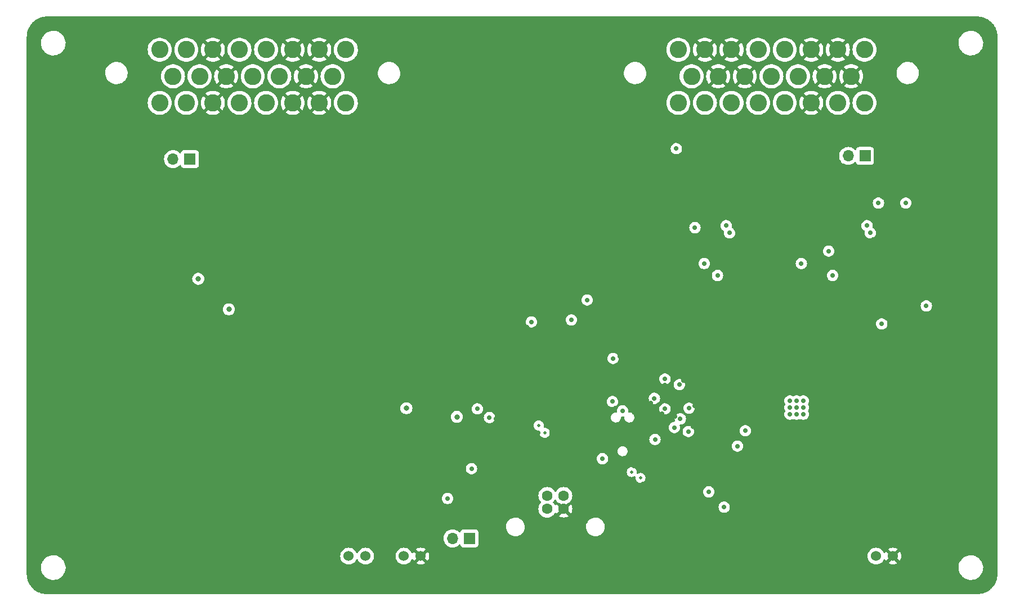
<source format=gbr>
G04 #@! TF.GenerationSoftware,KiCad,Pcbnew,7.0.8*
G04 #@! TF.CreationDate,2024-01-21T01:37:22-07:00*
G04 #@! TF.ProjectId,sdm24logger,73646d32-346c-46f6-9767-65722e6b6963,v3.1*
G04 #@! TF.SameCoordinates,Original*
G04 #@! TF.FileFunction,Copper,L3,Inr*
G04 #@! TF.FilePolarity,Positive*
%FSLAX46Y46*%
G04 Gerber Fmt 4.6, Leading zero omitted, Abs format (unit mm)*
G04 Created by KiCad (PCBNEW 7.0.8) date 2024-01-21 01:37:22*
%MOMM*%
%LPD*%
G01*
G04 APERTURE LIST*
G04 #@! TA.AperFunction,ComponentPad*
%ADD10R,1.700000X1.700000*%
G04 #@! TD*
G04 #@! TA.AperFunction,ComponentPad*
%ADD11O,1.700000X1.700000*%
G04 #@! TD*
G04 #@! TA.AperFunction,ComponentPad*
%ADD12C,2.600000*%
G04 #@! TD*
G04 #@! TA.AperFunction,ComponentPad*
%ADD13C,1.524000*%
G04 #@! TD*
G04 #@! TA.AperFunction,ComponentPad*
%ADD14C,1.600000*%
G04 #@! TD*
G04 #@! TA.AperFunction,ViaPad*
%ADD15C,0.700000*%
G04 #@! TD*
G04 #@! TA.AperFunction,ViaPad*
%ADD16C,0.800000*%
G04 #@! TD*
G04 #@! TA.AperFunction,ViaPad*
%ADD17C,0.500000*%
G04 #@! TD*
G04 APERTURE END LIST*
D10*
X76540000Y-91465000D03*
D11*
X74000000Y-91465000D03*
D12*
X99999999Y-83000000D03*
X96000000Y-83000000D03*
X92000000Y-83000000D03*
X88000000Y-83000000D03*
X84000001Y-83000000D03*
X80000001Y-83000000D03*
X76000002Y-83000000D03*
X72000002Y-83000000D03*
X98000001Y-79000000D03*
X94000001Y-79000000D03*
X90000001Y-79000000D03*
X86000002Y-79000000D03*
X82000002Y-79000000D03*
X78000003Y-79000000D03*
X74000003Y-79000000D03*
X99999999Y-75000000D03*
X96000000Y-75000000D03*
X92000000Y-75000000D03*
X88000000Y-75000000D03*
X84000001Y-75000000D03*
X80000001Y-75000000D03*
X76000002Y-75000000D03*
X72000002Y-75000000D03*
X177999999Y-83000000D03*
X174000000Y-83000000D03*
X170000000Y-83000000D03*
X166000000Y-83000000D03*
X162000001Y-83000000D03*
X158000001Y-83000000D03*
X154000002Y-83000000D03*
X150000002Y-83000000D03*
X176000001Y-79000000D03*
X172000001Y-79000000D03*
X168000001Y-79000000D03*
X164000002Y-79000000D03*
X160000002Y-79000000D03*
X156000003Y-79000000D03*
X152000003Y-79000000D03*
X177999999Y-75000000D03*
X174000000Y-75000000D03*
X170000000Y-75000000D03*
X166000000Y-75000000D03*
X162000001Y-75000000D03*
X158000001Y-75000000D03*
X154000002Y-75000000D03*
X150000002Y-75000000D03*
D10*
X178075000Y-91000000D03*
D11*
X175535000Y-91000000D03*
D10*
X118575000Y-148600000D03*
D11*
X116035000Y-148600000D03*
D13*
X111270000Y-151270000D03*
X108730000Y-151270000D03*
X102970000Y-151270000D03*
X100430000Y-151270000D03*
D14*
X132760000Y-142160000D03*
X130260000Y-142160000D03*
X130260000Y-144160000D03*
X132760000Y-144160000D03*
D13*
X182270000Y-151270000D03*
X179730000Y-151270000D03*
D15*
X188000000Y-119700000D03*
X105100000Y-132700000D03*
X91600000Y-128100000D03*
X81400000Y-131900000D03*
X119900000Y-108200000D03*
X97200000Y-129900000D03*
X149600000Y-154200000D03*
X148700000Y-141700000D03*
X158675000Y-100635000D03*
X90700000Y-139100000D03*
X83400000Y-137000000D03*
X178200000Y-100200000D03*
X83750000Y-141500000D03*
X182400000Y-116500000D03*
X149481236Y-130227534D03*
X89500000Y-140250000D03*
X105400000Y-137000000D03*
X192900000Y-107300000D03*
X92000000Y-137100000D03*
X155650000Y-141100000D03*
X124935000Y-105870000D03*
X179300000Y-130700000D03*
X176400000Y-130700000D03*
X89700000Y-134100000D03*
X186800000Y-120700000D03*
X148000000Y-125500000D03*
X105600000Y-143300000D03*
X176400000Y-127600000D03*
X143400000Y-131700000D03*
X88300000Y-124700000D03*
X168800000Y-144000000D03*
X68500000Y-99400000D03*
X90700000Y-141300000D03*
X108400000Y-113100000D03*
X166100000Y-141600000D03*
X91000000Y-131900000D03*
X185800000Y-121100000D03*
X174300000Y-140200000D03*
X169300000Y-137600000D03*
X188700000Y-119000000D03*
X80200000Y-143600000D03*
X79000000Y-134300000D03*
X174200000Y-123800000D03*
X117600000Y-106100000D03*
X140200000Y-92100000D03*
X127480000Y-110170000D03*
X94100000Y-134400000D03*
X148600000Y-132700000D03*
X94400000Y-137400000D03*
X79300000Y-137000000D03*
X78600000Y-140300000D03*
X140510000Y-128980000D03*
X127200000Y-116800000D03*
X101900000Y-141600000D03*
X99100000Y-143800000D03*
X103300000Y-130400000D03*
X183500000Y-118000000D03*
X179300000Y-103600000D03*
X84600000Y-139100000D03*
X147519293Y-129860280D03*
X152435168Y-128665933D03*
X79200000Y-131800000D03*
X125000000Y-114900000D03*
X81700000Y-137100000D03*
X154800000Y-108100000D03*
X84750000Y-141000000D03*
X84100000Y-135800000D03*
X174300000Y-116200000D03*
X144700000Y-154900000D03*
X190400000Y-104300000D03*
X190400000Y-107300000D03*
X183500000Y-121000000D03*
X168100000Y-137600000D03*
X101100000Y-124900000D03*
D16*
X110200000Y-104600000D03*
D15*
X169200000Y-118100000D03*
X78800000Y-138000000D03*
X157300000Y-148100000D03*
X97000000Y-125100000D03*
X115700000Y-106000000D03*
X150800000Y-124800000D03*
X80400000Y-137100000D03*
X90700000Y-140200000D03*
X186100000Y-90400000D03*
X81900000Y-125400000D03*
X105700000Y-126700000D03*
X92600000Y-139800000D03*
X192000000Y-116300000D03*
X128900000Y-132700000D03*
X134700000Y-133300000D03*
X105500000Y-139700000D03*
X167300000Y-144000000D03*
X179300000Y-127600000D03*
X102800000Y-138000000D03*
X154500000Y-146100000D03*
X82100000Y-142900000D03*
X157800000Y-103800000D03*
X168100000Y-131600000D03*
X102900000Y-125900000D03*
X183500000Y-119000000D03*
X185800000Y-99300000D03*
X72300000Y-106200000D03*
X141100000Y-114200000D03*
X146400000Y-144400000D03*
X94600000Y-140800000D03*
X114200000Y-127800000D03*
X79900000Y-127000000D03*
D16*
X124400000Y-108700000D03*
D15*
X94800000Y-143400000D03*
X169900000Y-107500000D03*
X130200000Y-115200000D03*
D16*
X133000000Y-106900000D03*
D15*
X173100000Y-107700000D03*
X174400000Y-104500000D03*
X185700000Y-92900000D03*
X187100000Y-119700000D03*
X170200000Y-144000000D03*
X175500000Y-89200000D03*
X91900000Y-135100000D03*
X117800000Y-144300000D03*
X177700000Y-127600000D03*
X163875000Y-96135000D03*
X123900000Y-91800000D03*
X78600000Y-139000000D03*
X81300000Y-143700000D03*
D16*
X117000000Y-114100000D03*
D15*
X158050000Y-143840000D03*
X74800000Y-89300000D03*
X89700000Y-141300000D03*
X78800000Y-141600000D03*
X87900000Y-143500000D03*
X85400000Y-135800000D03*
X83700000Y-128900000D03*
X142600000Y-98500000D03*
X158800000Y-155100000D03*
X183500000Y-120000000D03*
X79100000Y-143100000D03*
X144700000Y-140400000D03*
X145860298Y-128219602D03*
X184600000Y-121100000D03*
X177700000Y-130700000D03*
X122600000Y-130600000D03*
X192900000Y-104300000D03*
X92700000Y-143600000D03*
X169400000Y-131600000D03*
X169400000Y-96300000D03*
X105500000Y-130300000D03*
X143300000Y-137700000D03*
X79400000Y-129500000D03*
X131700000Y-134100000D03*
X83800000Y-142900000D03*
X173200000Y-140200000D03*
X191600000Y-107300000D03*
X152200000Y-131800000D03*
X97700000Y-139600000D03*
X101900000Y-132700000D03*
X191600000Y-104300000D03*
X96100000Y-127100000D03*
X89600000Y-139100000D03*
X103800000Y-133800000D03*
X97800000Y-136400000D03*
X85750000Y-141250000D03*
X120800000Y-112400000D03*
X93700000Y-132000000D03*
X141200000Y-121200000D03*
X166100000Y-142800000D03*
X147200000Y-92300000D03*
X90446173Y-143599177D03*
D16*
X82400000Y-114100000D03*
X109100000Y-129000000D03*
D15*
X152500000Y-101800000D03*
X172600000Y-105331032D03*
D16*
X77800000Y-109500000D03*
D15*
X146500000Y-133700000D03*
X180100000Y-98100000D03*
D16*
X116700000Y-130300000D03*
D15*
X160100000Y-132400000D03*
X184200000Y-98100000D03*
X140100000Y-128000000D03*
X127900000Y-116000000D03*
X138600000Y-136600000D03*
X158900000Y-134700000D03*
X167800000Y-128900000D03*
X168800000Y-127900000D03*
X166800000Y-128900000D03*
X166800000Y-127900000D03*
X168800000Y-128900000D03*
X167800000Y-129900000D03*
X167800000Y-127900000D03*
X168800000Y-129900000D03*
X149700000Y-89900000D03*
X166800000Y-129900000D03*
X141600000Y-129400000D03*
X140200000Y-121500000D03*
X156900000Y-143900000D03*
X154600000Y-141600000D03*
X115300000Y-142600000D03*
X119800000Y-129100000D03*
X173200000Y-109000000D03*
X155900000Y-109000000D03*
D17*
X143000000Y-138600000D03*
X129000000Y-131600000D03*
X144300000Y-139500000D03*
X129900000Y-132700000D03*
D15*
X146400000Y-127500000D03*
X148000000Y-129100000D03*
X151600000Y-129000000D03*
X151500000Y-132500000D03*
X149400000Y-131900000D03*
X148000000Y-124600000D03*
X150300000Y-130600000D03*
X150150000Y-125450000D03*
X153900000Y-107200000D03*
X168500000Y-107200000D03*
X136300000Y-112700000D03*
X133900000Y-115700000D03*
X118900000Y-138100000D03*
X121600000Y-130400000D03*
X157700000Y-102600000D03*
X178900000Y-102600000D03*
X157200000Y-101500000D03*
X178400000Y-101500000D03*
X180600000Y-116300000D03*
X187300000Y-113600000D03*
G04 #@! TA.AperFunction,Conductor*
G36*
X131577864Y-142746238D02*
G01*
X131622381Y-142797614D01*
X131629432Y-142812733D01*
X131629432Y-142812734D01*
X131759954Y-142999141D01*
X131920858Y-143160045D01*
X131920861Y-143160047D01*
X132107266Y-143290568D01*
X132313504Y-143386739D01*
X132313506Y-143386739D01*
X132313513Y-143386742D01*
X132318003Y-143387945D01*
X132373592Y-143420039D01*
X132662980Y-143709427D01*
X132622881Y-143715471D01*
X132497946Y-143775637D01*
X132396295Y-143869955D01*
X132326961Y-143990045D01*
X132310149Y-144063702D01*
X131680973Y-143434526D01*
X131680972Y-143434527D01*
X131629868Y-143507512D01*
X131622656Y-143522979D01*
X131576482Y-143575417D01*
X131509288Y-143594567D01*
X131442407Y-143574350D01*
X131397893Y-143522976D01*
X131390568Y-143507266D01*
X131273877Y-143340612D01*
X131260048Y-143320862D01*
X131229753Y-143290567D01*
X131186865Y-143247679D01*
X131153382Y-143186359D01*
X131158366Y-143116667D01*
X131186865Y-143072320D01*
X131260047Y-142999139D01*
X131390568Y-142812734D01*
X131397618Y-142797614D01*
X131443789Y-142745176D01*
X131510982Y-142726023D01*
X131577864Y-142746238D01*
G37*
G04 #@! TD.AperFunction*
G04 #@! TA.AperFunction,Conductor*
G36*
X195001619Y-70000584D02*
G01*
X195133628Y-70007503D01*
X195317027Y-70017803D01*
X195323212Y-70018465D01*
X195475647Y-70042608D01*
X195638194Y-70070226D01*
X195643811Y-70071453D01*
X195796693Y-70112418D01*
X195889122Y-70139046D01*
X195951724Y-70157082D01*
X195956759Y-70158769D01*
X196106183Y-70216127D01*
X196254007Y-70277358D01*
X196258412Y-70279388D01*
X196324180Y-70312899D01*
X196401921Y-70352511D01*
X196477428Y-70394241D01*
X196541480Y-70429641D01*
X196545215Y-70431882D01*
X196619487Y-70480115D01*
X196680872Y-70519980D01*
X196768357Y-70582053D01*
X196810764Y-70612142D01*
X196813886Y-70614510D01*
X196938748Y-70715621D01*
X196941034Y-70717567D01*
X197058721Y-70822738D01*
X197061248Y-70825128D01*
X197174870Y-70938750D01*
X197177260Y-70941277D01*
X197282431Y-71058964D01*
X197284385Y-71061260D01*
X197385480Y-71186102D01*
X197387862Y-71189243D01*
X197480019Y-71319127D01*
X197533758Y-71401875D01*
X197568106Y-71454767D01*
X197570364Y-71458531D01*
X197647488Y-71598078D01*
X197720604Y-71741575D01*
X197722643Y-71745997D01*
X197783877Y-71893829D01*
X197841221Y-72043217D01*
X197842916Y-72048273D01*
X197887579Y-72203297D01*
X197928541Y-72356171D01*
X197929778Y-72361835D01*
X197957394Y-72524369D01*
X197981530Y-72676758D01*
X197982196Y-72682985D01*
X197992509Y-72866617D01*
X197999415Y-72998377D01*
X197999500Y-73001623D01*
X197999500Y-153998376D01*
X197999415Y-154001622D01*
X197992509Y-154133382D01*
X197982196Y-154317013D01*
X197981530Y-154323240D01*
X197957394Y-154475630D01*
X197929778Y-154638163D01*
X197928541Y-154643827D01*
X197887579Y-154796702D01*
X197842916Y-154951725D01*
X197841221Y-154956781D01*
X197783877Y-155106170D01*
X197722643Y-155254001D01*
X197720604Y-155258423D01*
X197647488Y-155401921D01*
X197570364Y-155541467D01*
X197568097Y-155545246D01*
X197480019Y-155680872D01*
X197387862Y-155810755D01*
X197385480Y-155813896D01*
X197284385Y-155938738D01*
X197282431Y-155941034D01*
X197177260Y-156058721D01*
X197174870Y-156061248D01*
X197061248Y-156174870D01*
X197058721Y-156177260D01*
X196941034Y-156282431D01*
X196938738Y-156284385D01*
X196813896Y-156385480D01*
X196810755Y-156387862D01*
X196680872Y-156480019D01*
X196545246Y-156568097D01*
X196541467Y-156570364D01*
X196401921Y-156647488D01*
X196258423Y-156720604D01*
X196254001Y-156722643D01*
X196106170Y-156783877D01*
X195956781Y-156841221D01*
X195951725Y-156842916D01*
X195796702Y-156887579D01*
X195643827Y-156928541D01*
X195638163Y-156929778D01*
X195475630Y-156957394D01*
X195323240Y-156981530D01*
X195317013Y-156982196D01*
X195133382Y-156992509D01*
X195001622Y-156999415D01*
X194998376Y-156999500D01*
X55001624Y-156999500D01*
X54998378Y-156999415D01*
X54866617Y-156992509D01*
X54682985Y-156982196D01*
X54676758Y-156981530D01*
X54524369Y-156957394D01*
X54361835Y-156929778D01*
X54356171Y-156928541D01*
X54203297Y-156887579D01*
X54048273Y-156842916D01*
X54043217Y-156841221D01*
X53893829Y-156783877D01*
X53745997Y-156722643D01*
X53741575Y-156720604D01*
X53598078Y-156647488D01*
X53458531Y-156570364D01*
X53454767Y-156568106D01*
X53401875Y-156533758D01*
X53319127Y-156480019D01*
X53189243Y-156387862D01*
X53186102Y-156385480D01*
X53061260Y-156284385D01*
X53058964Y-156282431D01*
X52941277Y-156177260D01*
X52938750Y-156174870D01*
X52825128Y-156061248D01*
X52822738Y-156058721D01*
X52717567Y-155941034D01*
X52715613Y-155938738D01*
X52676848Y-155890867D01*
X52614510Y-155813886D01*
X52612136Y-155810755D01*
X52519980Y-155680872D01*
X52487406Y-155630715D01*
X52431882Y-155545215D01*
X52429641Y-155541480D01*
X52394241Y-155477428D01*
X52352511Y-155401921D01*
X52312899Y-155324180D01*
X52279388Y-155258412D01*
X52277358Y-155254007D01*
X52216122Y-155106170D01*
X52158769Y-154956759D01*
X52157082Y-154951724D01*
X52127919Y-154850499D01*
X52112414Y-154796679D01*
X52107082Y-154776779D01*
X52071453Y-154643811D01*
X52070226Y-154638194D01*
X52042601Y-154475606D01*
X52018465Y-154323212D01*
X52017803Y-154317027D01*
X52007490Y-154133382D01*
X52000584Y-154001620D01*
X52000500Y-153998377D01*
X52000500Y-153067763D01*
X54145787Y-153067763D01*
X54175413Y-153337013D01*
X54175415Y-153337024D01*
X54243926Y-153599082D01*
X54243928Y-153599088D01*
X54349870Y-153848390D01*
X54443387Y-154001623D01*
X54490979Y-154079605D01*
X54490986Y-154079615D01*
X54664253Y-154287819D01*
X54664259Y-154287824D01*
X54696836Y-154317013D01*
X54865998Y-154468582D01*
X55091910Y-154618044D01*
X55337176Y-154733020D01*
X55337183Y-154733022D01*
X55337185Y-154733023D01*
X55596557Y-154811057D01*
X55596564Y-154811058D01*
X55596569Y-154811060D01*
X55864561Y-154850500D01*
X55864566Y-154850500D01*
X56067636Y-154850500D01*
X56119133Y-154846730D01*
X56270156Y-154835677D01*
X56382758Y-154810593D01*
X56534546Y-154776782D01*
X56534548Y-154776781D01*
X56534553Y-154776780D01*
X56787558Y-154680014D01*
X57023777Y-154547441D01*
X57238177Y-154381888D01*
X57426186Y-154186881D01*
X57583799Y-153966579D01*
X57657787Y-153822669D01*
X57707649Y-153725690D01*
X57707651Y-153725684D01*
X57707656Y-153725675D01*
X57795118Y-153469305D01*
X57844319Y-153202933D01*
X57849259Y-153067763D01*
X192145787Y-153067763D01*
X192175413Y-153337013D01*
X192175415Y-153337024D01*
X192243926Y-153599082D01*
X192243928Y-153599088D01*
X192349870Y-153848390D01*
X192443387Y-154001623D01*
X192490979Y-154079605D01*
X192490986Y-154079615D01*
X192664253Y-154287819D01*
X192664259Y-154287824D01*
X192696836Y-154317013D01*
X192865998Y-154468582D01*
X193091910Y-154618044D01*
X193337176Y-154733020D01*
X193337183Y-154733022D01*
X193337185Y-154733023D01*
X193596557Y-154811057D01*
X193596564Y-154811058D01*
X193596569Y-154811060D01*
X193864561Y-154850500D01*
X193864566Y-154850500D01*
X194067636Y-154850500D01*
X194119133Y-154846730D01*
X194270156Y-154835677D01*
X194382758Y-154810593D01*
X194534546Y-154776782D01*
X194534548Y-154776781D01*
X194534553Y-154776780D01*
X194787558Y-154680014D01*
X195023777Y-154547441D01*
X195238177Y-154381888D01*
X195426186Y-154186881D01*
X195583799Y-153966579D01*
X195657787Y-153822669D01*
X195707649Y-153725690D01*
X195707651Y-153725684D01*
X195707656Y-153725675D01*
X195795118Y-153469305D01*
X195844319Y-153202933D01*
X195854212Y-152932235D01*
X195824586Y-152662982D01*
X195756072Y-152400912D01*
X195650130Y-152151610D01*
X195509018Y-151920390D01*
X195419747Y-151813119D01*
X195335746Y-151712180D01*
X195335740Y-151712175D01*
X195134002Y-151531418D01*
X194908092Y-151381957D01*
X194908090Y-151381956D01*
X194662824Y-151266980D01*
X194662819Y-151266978D01*
X194662814Y-151266976D01*
X194403442Y-151188942D01*
X194403428Y-151188939D01*
X194287791Y-151171921D01*
X194135439Y-151149500D01*
X193932369Y-151149500D01*
X193932364Y-151149500D01*
X193729844Y-151164323D01*
X193729831Y-151164325D01*
X193465453Y-151223217D01*
X193465446Y-151223220D01*
X193212439Y-151319987D01*
X192976226Y-151452557D01*
X192761822Y-151618112D01*
X192573822Y-151813109D01*
X192573816Y-151813116D01*
X192416202Y-152033419D01*
X192416199Y-152033424D01*
X192292350Y-152274309D01*
X192292343Y-152274327D01*
X192204884Y-152530685D01*
X192204881Y-152530699D01*
X192155681Y-152797068D01*
X192155680Y-152797075D01*
X192145787Y-153067763D01*
X57849259Y-153067763D01*
X57854212Y-152932235D01*
X57824586Y-152662982D01*
X57756072Y-152400912D01*
X57650130Y-152151610D01*
X57509018Y-151920390D01*
X57419747Y-151813119D01*
X57335746Y-151712180D01*
X57335740Y-151712175D01*
X57134002Y-151531418D01*
X56908092Y-151381957D01*
X56908090Y-151381956D01*
X56669271Y-151270002D01*
X99162677Y-151270002D01*
X99181929Y-151490062D01*
X99181930Y-151490070D01*
X99239104Y-151703445D01*
X99239105Y-151703447D01*
X99239106Y-151703450D01*
X99332347Y-151903407D01*
X99332466Y-151903662D01*
X99332468Y-151903666D01*
X99459170Y-152084615D01*
X99459175Y-152084621D01*
X99615378Y-152240824D01*
X99615384Y-152240829D01*
X99796333Y-152367531D01*
X99796335Y-152367532D01*
X99796338Y-152367534D01*
X99996550Y-152460894D01*
X100209932Y-152518070D01*
X100354126Y-152530685D01*
X100429998Y-152537323D01*
X100430000Y-152537323D01*
X100430002Y-152537323D01*
X100505714Y-152530699D01*
X100650068Y-152518070D01*
X100863450Y-152460894D01*
X101063662Y-152367534D01*
X101244620Y-152240826D01*
X101400826Y-152084620D01*
X101527534Y-151903662D01*
X101587618Y-151774811D01*
X101633790Y-151722371D01*
X101700983Y-151703219D01*
X101767865Y-151723435D01*
X101812382Y-151774811D01*
X101872464Y-151903658D01*
X101872468Y-151903666D01*
X101999170Y-152084615D01*
X101999175Y-152084621D01*
X102155378Y-152240824D01*
X102155384Y-152240829D01*
X102336333Y-152367531D01*
X102336335Y-152367532D01*
X102336338Y-152367534D01*
X102536550Y-152460894D01*
X102749932Y-152518070D01*
X102894126Y-152530685D01*
X102969998Y-152537323D01*
X102970000Y-152537323D01*
X102970002Y-152537323D01*
X103045714Y-152530699D01*
X103190068Y-152518070D01*
X103403450Y-152460894D01*
X103603662Y-152367534D01*
X103784620Y-152240826D01*
X103940826Y-152084620D01*
X104067534Y-151903662D01*
X104160894Y-151703450D01*
X104218070Y-151490068D01*
X104237323Y-151270002D01*
X107462677Y-151270002D01*
X107481929Y-151490062D01*
X107481930Y-151490070D01*
X107539104Y-151703445D01*
X107539105Y-151703447D01*
X107539106Y-151703450D01*
X107632347Y-151903407D01*
X107632466Y-151903662D01*
X107632468Y-151903666D01*
X107759170Y-152084615D01*
X107759175Y-152084621D01*
X107915378Y-152240824D01*
X107915384Y-152240829D01*
X108096333Y-152367531D01*
X108096335Y-152367532D01*
X108096338Y-152367534D01*
X108296550Y-152460894D01*
X108509932Y-152518070D01*
X108654126Y-152530685D01*
X108729998Y-152537323D01*
X108730000Y-152537323D01*
X108730002Y-152537323D01*
X108805714Y-152530699D01*
X108950068Y-152518070D01*
X109163450Y-152460894D01*
X109363662Y-152367534D01*
X109544620Y-152240826D01*
X109700826Y-152084620D01*
X109827534Y-151903662D01*
X109887894Y-151774218D01*
X109934066Y-151721779D01*
X110001259Y-151702627D01*
X110068141Y-151722843D01*
X110112658Y-151774219D01*
X110172899Y-151903407D01*
X110172900Y-151903409D01*
X110218258Y-151968187D01*
X110880786Y-151305659D01*
X110894465Y-151392019D01*
X110950551Y-151502093D01*
X111037907Y-151589449D01*
X111147981Y-151645535D01*
X111234339Y-151659212D01*
X110571811Y-152321741D01*
X110636582Y-152367094D01*
X110636592Y-152367100D01*
X110836715Y-152460419D01*
X110836729Y-152460424D01*
X111050013Y-152517573D01*
X111050023Y-152517575D01*
X111269999Y-152536821D01*
X111270001Y-152536821D01*
X111489976Y-152517575D01*
X111489986Y-152517573D01*
X111703270Y-152460424D01*
X111703284Y-152460419D01*
X111903408Y-152367100D01*
X111903420Y-152367093D01*
X111968186Y-152321742D01*
X111968187Y-152321740D01*
X111305660Y-151659212D01*
X111392019Y-151645535D01*
X111502093Y-151589449D01*
X111589449Y-151502093D01*
X111645535Y-151392019D01*
X111659212Y-151305659D01*
X112321740Y-151968187D01*
X112321742Y-151968186D01*
X112367093Y-151903420D01*
X112367100Y-151903408D01*
X112460419Y-151703284D01*
X112460424Y-151703270D01*
X112517573Y-151489986D01*
X112517575Y-151489976D01*
X112536821Y-151270002D01*
X178462677Y-151270002D01*
X178481929Y-151490062D01*
X178481930Y-151490070D01*
X178539104Y-151703445D01*
X178539105Y-151703447D01*
X178539106Y-151703450D01*
X178632347Y-151903407D01*
X178632466Y-151903662D01*
X178632468Y-151903666D01*
X178759170Y-152084615D01*
X178759175Y-152084621D01*
X178915378Y-152240824D01*
X178915384Y-152240829D01*
X179096333Y-152367531D01*
X179096335Y-152367532D01*
X179096338Y-152367534D01*
X179296550Y-152460894D01*
X179509932Y-152518070D01*
X179654126Y-152530685D01*
X179729998Y-152537323D01*
X179730000Y-152537323D01*
X179730002Y-152537323D01*
X179805714Y-152530699D01*
X179950068Y-152518070D01*
X180163450Y-152460894D01*
X180363662Y-152367534D01*
X180544620Y-152240826D01*
X180700826Y-152084620D01*
X180827534Y-151903662D01*
X180887894Y-151774218D01*
X180934066Y-151721779D01*
X181001259Y-151702627D01*
X181068141Y-151722843D01*
X181112658Y-151774219D01*
X181172899Y-151903407D01*
X181172900Y-151903409D01*
X181218258Y-151968187D01*
X181880786Y-151305659D01*
X181894465Y-151392019D01*
X181950551Y-151502093D01*
X182037907Y-151589449D01*
X182147981Y-151645535D01*
X182234339Y-151659212D01*
X181571811Y-152321741D01*
X181636582Y-152367094D01*
X181636592Y-152367100D01*
X181836715Y-152460419D01*
X181836729Y-152460424D01*
X182050013Y-152517573D01*
X182050023Y-152517575D01*
X182269999Y-152536821D01*
X182270001Y-152536821D01*
X182489976Y-152517575D01*
X182489986Y-152517573D01*
X182703270Y-152460424D01*
X182703284Y-152460419D01*
X182903408Y-152367100D01*
X182903420Y-152367093D01*
X182968186Y-152321742D01*
X182968187Y-152321740D01*
X182305660Y-151659212D01*
X182392019Y-151645535D01*
X182502093Y-151589449D01*
X182589449Y-151502093D01*
X182645535Y-151392019D01*
X182659212Y-151305659D01*
X183321740Y-151968187D01*
X183321742Y-151968186D01*
X183367093Y-151903420D01*
X183367100Y-151903408D01*
X183460419Y-151703284D01*
X183460424Y-151703270D01*
X183517573Y-151489986D01*
X183517575Y-151489976D01*
X183536821Y-151270000D01*
X183536821Y-151269999D01*
X183517575Y-151050023D01*
X183517573Y-151050013D01*
X183460424Y-150836729D01*
X183460420Y-150836720D01*
X183367098Y-150636590D01*
X183321740Y-150571811D01*
X182659212Y-151234339D01*
X182645535Y-151147981D01*
X182589449Y-151037907D01*
X182502093Y-150950551D01*
X182392019Y-150894465D01*
X182305659Y-150880786D01*
X182968187Y-150218258D01*
X182903409Y-150172900D01*
X182903407Y-150172899D01*
X182703284Y-150079580D01*
X182703270Y-150079575D01*
X182489986Y-150022426D01*
X182489976Y-150022424D01*
X182270001Y-150003179D01*
X182269999Y-150003179D01*
X182050023Y-150022424D01*
X182050013Y-150022426D01*
X181836729Y-150079575D01*
X181836720Y-150079579D01*
X181636586Y-150172903D01*
X181571812Y-150218257D01*
X181571811Y-150218258D01*
X182234340Y-150880786D01*
X182147981Y-150894465D01*
X182037907Y-150950551D01*
X181950551Y-151037907D01*
X181894465Y-151147981D01*
X181880787Y-151234340D01*
X181218258Y-150571811D01*
X181218257Y-150571812D01*
X181172903Y-150636586D01*
X181112658Y-150765781D01*
X181066485Y-150818220D01*
X180999292Y-150837372D01*
X180932411Y-150817156D01*
X180887894Y-150765781D01*
X180827534Y-150636340D01*
X180827533Y-150636338D01*
X180700827Y-150455381D01*
X180700823Y-150455377D01*
X180544620Y-150299174D01*
X180544616Y-150299171D01*
X180544615Y-150299170D01*
X180363666Y-150172468D01*
X180363662Y-150172466D01*
X180363660Y-150172465D01*
X180163450Y-150079106D01*
X180163447Y-150079105D01*
X180163445Y-150079104D01*
X179950070Y-150021930D01*
X179950062Y-150021929D01*
X179730002Y-150002677D01*
X179729998Y-150002677D01*
X179509937Y-150021929D01*
X179509929Y-150021930D01*
X179296554Y-150079104D01*
X179296548Y-150079107D01*
X179096340Y-150172465D01*
X179096338Y-150172466D01*
X178915377Y-150299175D01*
X178759175Y-150455377D01*
X178632466Y-150636338D01*
X178632465Y-150636340D01*
X178539107Y-150836548D01*
X178539104Y-150836554D01*
X178481930Y-151049929D01*
X178481929Y-151049937D01*
X178462677Y-151269997D01*
X178462677Y-151270002D01*
X112536821Y-151270002D01*
X112536821Y-151270000D01*
X112536821Y-151269999D01*
X112517575Y-151050023D01*
X112517573Y-151050013D01*
X112460424Y-150836729D01*
X112460420Y-150836720D01*
X112367098Y-150636590D01*
X112321740Y-150571811D01*
X111659212Y-151234339D01*
X111645535Y-151147981D01*
X111589449Y-151037907D01*
X111502093Y-150950551D01*
X111392019Y-150894465D01*
X111305659Y-150880786D01*
X111968187Y-150218258D01*
X111903409Y-150172900D01*
X111903407Y-150172899D01*
X111703284Y-150079580D01*
X111703270Y-150079575D01*
X111489986Y-150022426D01*
X111489976Y-150022424D01*
X111270001Y-150003179D01*
X111269999Y-150003179D01*
X111050023Y-150022424D01*
X111050013Y-150022426D01*
X110836729Y-150079575D01*
X110836720Y-150079579D01*
X110636586Y-150172903D01*
X110571812Y-150218257D01*
X110571811Y-150218258D01*
X111234340Y-150880786D01*
X111147981Y-150894465D01*
X111037907Y-150950551D01*
X110950551Y-151037907D01*
X110894465Y-151147981D01*
X110880787Y-151234340D01*
X110218258Y-150571811D01*
X110218257Y-150571812D01*
X110172903Y-150636586D01*
X110112658Y-150765781D01*
X110066485Y-150818220D01*
X109999292Y-150837372D01*
X109932411Y-150817156D01*
X109887894Y-150765781D01*
X109827534Y-150636340D01*
X109827533Y-150636338D01*
X109700827Y-150455381D01*
X109700823Y-150455377D01*
X109544620Y-150299174D01*
X109544616Y-150299171D01*
X109544615Y-150299170D01*
X109363666Y-150172468D01*
X109363662Y-150172466D01*
X109363660Y-150172465D01*
X109163450Y-150079106D01*
X109163447Y-150079105D01*
X109163445Y-150079104D01*
X108950070Y-150021930D01*
X108950062Y-150021929D01*
X108730002Y-150002677D01*
X108729998Y-150002677D01*
X108509937Y-150021929D01*
X108509929Y-150021930D01*
X108296554Y-150079104D01*
X108296548Y-150079107D01*
X108096340Y-150172465D01*
X108096338Y-150172466D01*
X107915377Y-150299175D01*
X107759175Y-150455377D01*
X107632466Y-150636338D01*
X107632465Y-150636340D01*
X107539107Y-150836548D01*
X107539104Y-150836554D01*
X107481930Y-151049929D01*
X107481929Y-151049937D01*
X107462677Y-151269997D01*
X107462677Y-151270002D01*
X104237323Y-151270002D01*
X104237323Y-151270000D01*
X104237058Y-151266976D01*
X104218070Y-151049937D01*
X104218070Y-151049932D01*
X104160894Y-150836550D01*
X104067534Y-150636339D01*
X103940826Y-150455380D01*
X103784620Y-150299174D01*
X103784616Y-150299171D01*
X103784615Y-150299170D01*
X103603666Y-150172468D01*
X103603662Y-150172466D01*
X103603660Y-150172465D01*
X103403450Y-150079106D01*
X103403447Y-150079105D01*
X103403445Y-150079104D01*
X103190070Y-150021930D01*
X103190062Y-150021929D01*
X102970002Y-150002677D01*
X102969998Y-150002677D01*
X102749937Y-150021929D01*
X102749929Y-150021930D01*
X102536554Y-150079104D01*
X102536548Y-150079107D01*
X102336340Y-150172465D01*
X102336338Y-150172466D01*
X102155377Y-150299175D01*
X101999175Y-150455377D01*
X101872466Y-150636338D01*
X101872465Y-150636340D01*
X101812382Y-150765189D01*
X101766209Y-150817628D01*
X101699016Y-150836780D01*
X101632135Y-150816564D01*
X101587618Y-150765189D01*
X101527534Y-150636340D01*
X101527533Y-150636338D01*
X101400827Y-150455381D01*
X101400823Y-150455377D01*
X101244620Y-150299174D01*
X101244616Y-150299171D01*
X101244615Y-150299170D01*
X101063666Y-150172468D01*
X101063662Y-150172466D01*
X101063660Y-150172465D01*
X100863450Y-150079106D01*
X100863447Y-150079105D01*
X100863445Y-150079104D01*
X100650070Y-150021930D01*
X100650062Y-150021929D01*
X100430002Y-150002677D01*
X100429998Y-150002677D01*
X100209937Y-150021929D01*
X100209929Y-150021930D01*
X99996554Y-150079104D01*
X99996548Y-150079107D01*
X99796340Y-150172465D01*
X99796338Y-150172466D01*
X99615377Y-150299175D01*
X99459175Y-150455377D01*
X99332466Y-150636338D01*
X99332465Y-150636340D01*
X99239107Y-150836548D01*
X99239104Y-150836554D01*
X99181930Y-151049929D01*
X99181929Y-151049937D01*
X99162677Y-151269997D01*
X99162677Y-151270002D01*
X56669271Y-151270002D01*
X56662824Y-151266980D01*
X56662819Y-151266978D01*
X56662814Y-151266976D01*
X56403442Y-151188942D01*
X56403428Y-151188939D01*
X56287791Y-151171921D01*
X56135439Y-151149500D01*
X55932369Y-151149500D01*
X55932364Y-151149500D01*
X55729844Y-151164323D01*
X55729831Y-151164325D01*
X55465453Y-151223217D01*
X55465446Y-151223220D01*
X55212439Y-151319987D01*
X54976226Y-151452557D01*
X54761822Y-151618112D01*
X54573822Y-151813109D01*
X54573816Y-151813116D01*
X54416202Y-152033419D01*
X54416199Y-152033424D01*
X54292350Y-152274309D01*
X54292343Y-152274327D01*
X54204884Y-152530685D01*
X54204881Y-152530699D01*
X54155681Y-152797068D01*
X54155680Y-152797075D01*
X54145787Y-153067763D01*
X52000500Y-153067763D01*
X52000500Y-148600000D01*
X114679341Y-148600000D01*
X114699936Y-148835403D01*
X114699938Y-148835413D01*
X114761094Y-149063655D01*
X114761096Y-149063659D01*
X114761097Y-149063663D01*
X114845499Y-149244663D01*
X114860965Y-149277830D01*
X114860967Y-149277834D01*
X114969281Y-149432521D01*
X114996505Y-149471401D01*
X115163599Y-149638495D01*
X115260384Y-149706265D01*
X115357165Y-149774032D01*
X115357167Y-149774033D01*
X115357170Y-149774035D01*
X115571337Y-149873903D01*
X115799592Y-149935063D01*
X115976034Y-149950500D01*
X116034999Y-149955659D01*
X116035000Y-149955659D01*
X116035001Y-149955659D01*
X116093966Y-149950500D01*
X116270408Y-149935063D01*
X116498663Y-149873903D01*
X116712830Y-149774035D01*
X116906401Y-149638495D01*
X117028329Y-149516566D01*
X117089648Y-149483084D01*
X117159340Y-149488068D01*
X117215274Y-149529939D01*
X117232189Y-149560917D01*
X117281202Y-149692328D01*
X117281206Y-149692335D01*
X117367452Y-149807544D01*
X117367455Y-149807547D01*
X117482664Y-149893793D01*
X117482671Y-149893797D01*
X117617517Y-149944091D01*
X117617516Y-149944091D01*
X117624444Y-149944835D01*
X117677127Y-149950500D01*
X119472872Y-149950499D01*
X119532483Y-149944091D01*
X119667331Y-149893796D01*
X119782546Y-149807546D01*
X119868796Y-149692331D01*
X119919091Y-149557483D01*
X119925500Y-149497873D01*
X119925499Y-147702128D01*
X119919091Y-147642517D01*
X119917810Y-147639083D01*
X119868797Y-147507671D01*
X119868793Y-147507664D01*
X119782547Y-147392455D01*
X119782544Y-147392452D01*
X119667335Y-147306206D01*
X119667328Y-147306202D01*
X119532482Y-147255908D01*
X119532483Y-147255908D01*
X119472883Y-147249501D01*
X119472881Y-147249500D01*
X119472873Y-147249500D01*
X119472864Y-147249500D01*
X117677129Y-147249500D01*
X117677123Y-147249501D01*
X117617516Y-147255908D01*
X117482671Y-147306202D01*
X117482664Y-147306206D01*
X117367455Y-147392452D01*
X117367452Y-147392455D01*
X117281206Y-147507664D01*
X117281203Y-147507669D01*
X117232189Y-147639083D01*
X117190317Y-147695016D01*
X117124853Y-147719433D01*
X117056580Y-147704581D01*
X117028326Y-147683430D01*
X116906402Y-147561506D01*
X116906395Y-147561501D01*
X116712834Y-147425967D01*
X116712830Y-147425965D01*
X116644450Y-147394079D01*
X116498663Y-147326097D01*
X116498659Y-147326096D01*
X116498655Y-147326094D01*
X116270413Y-147264938D01*
X116270403Y-147264936D01*
X116035001Y-147244341D01*
X116034999Y-147244341D01*
X115799596Y-147264936D01*
X115799586Y-147264938D01*
X115571344Y-147326094D01*
X115571335Y-147326098D01*
X115357171Y-147425964D01*
X115357169Y-147425965D01*
X115163597Y-147561505D01*
X114996505Y-147728597D01*
X114860965Y-147922169D01*
X114860964Y-147922171D01*
X114761098Y-148136335D01*
X114761094Y-148136344D01*
X114699938Y-148364586D01*
X114699936Y-148364596D01*
X114679341Y-148599999D01*
X114679341Y-148600000D01*
X52000500Y-148600000D01*
X52000500Y-146810346D01*
X124085702Y-146810346D01*
X124095819Y-147048528D01*
X124095819Y-147048532D01*
X124146045Y-147281580D01*
X124234935Y-147502788D01*
X124234936Y-147502790D01*
X124359931Y-147705795D01*
X124517436Y-147884755D01*
X124702920Y-148034523D01*
X124911046Y-148150790D01*
X125036951Y-148195275D01*
X125135829Y-148230211D01*
X125370790Y-148270499D01*
X125370798Y-148270499D01*
X125370800Y-148270500D01*
X125370801Y-148270500D01*
X125549502Y-148270500D01*
X125727536Y-148255347D01*
X125727539Y-148255346D01*
X125727541Y-148255346D01*
X125958249Y-148195275D01*
X126090973Y-148135279D01*
X126175480Y-148097080D01*
X126175481Y-148097078D01*
X126175486Y-148097077D01*
X126373003Y-147963579D01*
X126545118Y-147798621D01*
X126686879Y-147606947D01*
X126794207Y-147394074D01*
X126864016Y-147166123D01*
X126894298Y-146929654D01*
X126889230Y-146810346D01*
X136125702Y-146810346D01*
X136135819Y-147048528D01*
X136135819Y-147048532D01*
X136186045Y-147281580D01*
X136274935Y-147502788D01*
X136274936Y-147502790D01*
X136399931Y-147705795D01*
X136557436Y-147884755D01*
X136742920Y-148034523D01*
X136951046Y-148150790D01*
X137076951Y-148195275D01*
X137175829Y-148230211D01*
X137410790Y-148270499D01*
X137410798Y-148270499D01*
X137410800Y-148270500D01*
X137410801Y-148270500D01*
X137589502Y-148270500D01*
X137767536Y-148255347D01*
X137767539Y-148255346D01*
X137767541Y-148255346D01*
X137998249Y-148195275D01*
X138130973Y-148135279D01*
X138215480Y-148097080D01*
X138215481Y-148097078D01*
X138215486Y-148097077D01*
X138413003Y-147963579D01*
X138585118Y-147798621D01*
X138726879Y-147606947D01*
X138834207Y-147394074D01*
X138904016Y-147166123D01*
X138934298Y-146929654D01*
X138924180Y-146691468D01*
X138873954Y-146458419D01*
X138785064Y-146237210D01*
X138660069Y-146034205D01*
X138502564Y-145855245D01*
X138317080Y-145705477D01*
X138203130Y-145641820D01*
X138108955Y-145589210D01*
X137884170Y-145509788D01*
X137649209Y-145469500D01*
X137649200Y-145469500D01*
X137470503Y-145469500D01*
X137470498Y-145469500D01*
X137292463Y-145484652D01*
X137061751Y-145544724D01*
X136844519Y-145642919D01*
X136844511Y-145642924D01*
X136647006Y-145776413D01*
X136646997Y-145776421D01*
X136474881Y-145941379D01*
X136333123Y-146133050D01*
X136333120Y-146133054D01*
X136225796Y-146345920D01*
X136225793Y-146345926D01*
X136155983Y-146573878D01*
X136125702Y-146810346D01*
X126889230Y-146810346D01*
X126884180Y-146691468D01*
X126833954Y-146458419D01*
X126745064Y-146237210D01*
X126620069Y-146034205D01*
X126462564Y-145855245D01*
X126277080Y-145705477D01*
X126163130Y-145641820D01*
X126068955Y-145589210D01*
X125844170Y-145509788D01*
X125609209Y-145469500D01*
X125609200Y-145469500D01*
X125430503Y-145469500D01*
X125430498Y-145469500D01*
X125252463Y-145484652D01*
X125021751Y-145544724D01*
X124804519Y-145642919D01*
X124804511Y-145642924D01*
X124607006Y-145776413D01*
X124606997Y-145776421D01*
X124434881Y-145941379D01*
X124293123Y-146133050D01*
X124293120Y-146133054D01*
X124185796Y-146345920D01*
X124185793Y-146345926D01*
X124115983Y-146573878D01*
X124085702Y-146810346D01*
X52000500Y-146810346D01*
X52000500Y-144160001D01*
X128954532Y-144160001D01*
X128974364Y-144386686D01*
X128974366Y-144386697D01*
X129033258Y-144606488D01*
X129033261Y-144606497D01*
X129129431Y-144812732D01*
X129129432Y-144812734D01*
X129259954Y-144999141D01*
X129420858Y-145160045D01*
X129420861Y-145160047D01*
X129607266Y-145290568D01*
X129813504Y-145386739D01*
X130033308Y-145445635D01*
X130195230Y-145459801D01*
X130259998Y-145465468D01*
X130260000Y-145465468D01*
X130260002Y-145465468D01*
X130316673Y-145460509D01*
X130486692Y-145445635D01*
X130706496Y-145386739D01*
X130912734Y-145290568D01*
X131099139Y-145160047D01*
X131260047Y-144999139D01*
X131390568Y-144812734D01*
X131397893Y-144797023D01*
X131444062Y-144744586D01*
X131511254Y-144725432D01*
X131578136Y-144745645D01*
X131622657Y-144797023D01*
X131629865Y-144812481D01*
X131629866Y-144812483D01*
X131680973Y-144885471D01*
X131680974Y-144885472D01*
X132306220Y-144260225D01*
X132306467Y-144263516D01*
X132357128Y-144392598D01*
X132443586Y-144501013D01*
X132558159Y-144579127D01*
X132662301Y-144611250D01*
X132034526Y-145239025D01*
X132034526Y-145239026D01*
X132107512Y-145290131D01*
X132107516Y-145290133D01*
X132313673Y-145386265D01*
X132313682Y-145386269D01*
X132533389Y-145445139D01*
X132533400Y-145445141D01*
X132759998Y-145464966D01*
X132760002Y-145464966D01*
X132986599Y-145445141D01*
X132986610Y-145445139D01*
X133206317Y-145386269D01*
X133206331Y-145386264D01*
X133412478Y-145290136D01*
X133485472Y-145239025D01*
X132857020Y-144610572D01*
X132897119Y-144604529D01*
X133022054Y-144544363D01*
X133123705Y-144450045D01*
X133193039Y-144329955D01*
X133209850Y-144256297D01*
X133839025Y-144885472D01*
X133890136Y-144812478D01*
X133986264Y-144606331D01*
X133986269Y-144606317D01*
X134045139Y-144386610D01*
X134045141Y-144386599D01*
X134064966Y-144160002D01*
X134064966Y-144159997D01*
X134045141Y-143933400D01*
X134045139Y-143933389D01*
X134036192Y-143900000D01*
X156044815Y-143900000D01*
X156063503Y-144077805D01*
X156063504Y-144077807D01*
X156118747Y-144247829D01*
X156118750Y-144247835D01*
X156208141Y-144402665D01*
X156249812Y-144448946D01*
X156327764Y-144535521D01*
X156327767Y-144535523D01*
X156327770Y-144535526D01*
X156472407Y-144640612D01*
X156635733Y-144713329D01*
X156810609Y-144750500D01*
X156810610Y-144750500D01*
X156989389Y-144750500D01*
X156989391Y-144750500D01*
X157164267Y-144713329D01*
X157327593Y-144640612D01*
X157472230Y-144535526D01*
X157591859Y-144402665D01*
X157681250Y-144247835D01*
X157736497Y-144077803D01*
X157755185Y-143900000D01*
X157736497Y-143722197D01*
X157688805Y-143575417D01*
X157681252Y-143552170D01*
X157681249Y-143552164D01*
X157664399Y-143522979D01*
X157591859Y-143397335D01*
X157540783Y-143340610D01*
X157472235Y-143264478D01*
X157472232Y-143264476D01*
X157472231Y-143264475D01*
X157472230Y-143264474D01*
X157327593Y-143159388D01*
X157164267Y-143086671D01*
X157164265Y-143086670D01*
X157036594Y-143059533D01*
X156989391Y-143049500D01*
X156810609Y-143049500D01*
X156779954Y-143056015D01*
X156635733Y-143086670D01*
X156635728Y-143086672D01*
X156472408Y-143159387D01*
X156327768Y-143264475D01*
X156208140Y-143397336D01*
X156118750Y-143552164D01*
X156118747Y-143552170D01*
X156063504Y-143722192D01*
X156063503Y-143722194D01*
X156044815Y-143900000D01*
X134036192Y-143900000D01*
X133986269Y-143713682D01*
X133986265Y-143713673D01*
X133890133Y-143507516D01*
X133890131Y-143507512D01*
X133839026Y-143434526D01*
X133839025Y-143434526D01*
X133213779Y-144059772D01*
X133213533Y-144056484D01*
X133162872Y-143927402D01*
X133076414Y-143818987D01*
X132961841Y-143740873D01*
X132857697Y-143708749D01*
X133146407Y-143420039D01*
X133201996Y-143387945D01*
X133203833Y-143387452D01*
X133206496Y-143386739D01*
X133412734Y-143290568D01*
X133599139Y-143160047D01*
X133760047Y-142999139D01*
X133890568Y-142812734D01*
X133986739Y-142606496D01*
X134045635Y-142386692D01*
X134065468Y-142160000D01*
X134045635Y-141933308D01*
X133986739Y-141713504D01*
X133933811Y-141600000D01*
X153744815Y-141600000D01*
X153763503Y-141777805D01*
X153763504Y-141777807D01*
X153818747Y-141947829D01*
X153818750Y-141947835D01*
X153908141Y-142102665D01*
X153949812Y-142148946D01*
X154027764Y-142235521D01*
X154027767Y-142235523D01*
X154027770Y-142235526D01*
X154172407Y-142340612D01*
X154335733Y-142413329D01*
X154510609Y-142450500D01*
X154510610Y-142450500D01*
X154689389Y-142450500D01*
X154689391Y-142450500D01*
X154864267Y-142413329D01*
X155027593Y-142340612D01*
X155172230Y-142235526D01*
X155291859Y-142102665D01*
X155381250Y-141947835D01*
X155436497Y-141777803D01*
X155455185Y-141600000D01*
X155436497Y-141422197D01*
X155381250Y-141252165D01*
X155291859Y-141097335D01*
X155230718Y-141029431D01*
X155172235Y-140964478D01*
X155172232Y-140964476D01*
X155172231Y-140964475D01*
X155172230Y-140964474D01*
X155027593Y-140859388D01*
X154864267Y-140786671D01*
X154864265Y-140786670D01*
X154736594Y-140759533D01*
X154689391Y-140749500D01*
X154510609Y-140749500D01*
X154479954Y-140756015D01*
X154335733Y-140786670D01*
X154335728Y-140786672D01*
X154172408Y-140859387D01*
X154027768Y-140964475D01*
X153908140Y-141097336D01*
X153818750Y-141252164D01*
X153818747Y-141252170D01*
X153763504Y-141422192D01*
X153763503Y-141422194D01*
X153744815Y-141600000D01*
X133933811Y-141600000D01*
X133890568Y-141507266D01*
X133760047Y-141320861D01*
X133760045Y-141320858D01*
X133599141Y-141159954D01*
X133412734Y-141029432D01*
X133412732Y-141029431D01*
X133206497Y-140933261D01*
X133206488Y-140933258D01*
X132986697Y-140874366D01*
X132986693Y-140874365D01*
X132986692Y-140874365D01*
X132986691Y-140874364D01*
X132986686Y-140874364D01*
X132760002Y-140854532D01*
X132759998Y-140854532D01*
X132533313Y-140874364D01*
X132533302Y-140874366D01*
X132313511Y-140933258D01*
X132313502Y-140933261D01*
X132107267Y-141029431D01*
X132107265Y-141029432D01*
X131920858Y-141159954D01*
X131759954Y-141320858D01*
X131688997Y-141422197D01*
X131629432Y-141507266D01*
X131622380Y-141522387D01*
X131576209Y-141574825D01*
X131509015Y-141593976D01*
X131442134Y-141573760D01*
X131397619Y-141522387D01*
X131390568Y-141507266D01*
X131260047Y-141320861D01*
X131260045Y-141320858D01*
X131099141Y-141159954D01*
X130912734Y-141029432D01*
X130912732Y-141029431D01*
X130706497Y-140933261D01*
X130706488Y-140933258D01*
X130486697Y-140874366D01*
X130486693Y-140874365D01*
X130486692Y-140874365D01*
X130486691Y-140874364D01*
X130486686Y-140874364D01*
X130260002Y-140854532D01*
X130259998Y-140854532D01*
X130033313Y-140874364D01*
X130033302Y-140874366D01*
X129813511Y-140933258D01*
X129813502Y-140933261D01*
X129607267Y-141029431D01*
X129607265Y-141029432D01*
X129420858Y-141159954D01*
X129259954Y-141320858D01*
X129129432Y-141507265D01*
X129129431Y-141507267D01*
X129033261Y-141713502D01*
X129033258Y-141713511D01*
X128974366Y-141933302D01*
X128974364Y-141933313D01*
X128954532Y-142159998D01*
X128954532Y-142160001D01*
X128974364Y-142386686D01*
X128974366Y-142386697D01*
X129033258Y-142606488D01*
X129033261Y-142606497D01*
X129129431Y-142812732D01*
X129129432Y-142812734D01*
X129259954Y-142999141D01*
X129333132Y-143072319D01*
X129366617Y-143133642D01*
X129361633Y-143203334D01*
X129333132Y-143247681D01*
X129259954Y-143320858D01*
X129129432Y-143507265D01*
X129129431Y-143507267D01*
X129033261Y-143713502D01*
X129033258Y-143713511D01*
X128974366Y-143933302D01*
X128974364Y-143933313D01*
X128954532Y-144159998D01*
X128954532Y-144160001D01*
X52000500Y-144160001D01*
X52000500Y-142600000D01*
X114444815Y-142600000D01*
X114463503Y-142777805D01*
X114463504Y-142777807D01*
X114518747Y-142947829D01*
X114518750Y-142947835D01*
X114608141Y-143102665D01*
X114620749Y-143116667D01*
X114727764Y-143235521D01*
X114727767Y-143235523D01*
X114727770Y-143235526D01*
X114872407Y-143340612D01*
X115035733Y-143413329D01*
X115210609Y-143450500D01*
X115210610Y-143450500D01*
X115389389Y-143450500D01*
X115389391Y-143450500D01*
X115564267Y-143413329D01*
X115727593Y-143340612D01*
X115872230Y-143235526D01*
X115991859Y-143102665D01*
X116081250Y-142947835D01*
X116136497Y-142777803D01*
X116155185Y-142600000D01*
X116136497Y-142422197D01*
X116081250Y-142252165D01*
X115991859Y-142097335D01*
X115945003Y-142045296D01*
X115872235Y-141964478D01*
X115872232Y-141964476D01*
X115872231Y-141964475D01*
X115872230Y-141964474D01*
X115727593Y-141859388D01*
X115564267Y-141786671D01*
X115564265Y-141786670D01*
X115436594Y-141759533D01*
X115389391Y-141749500D01*
X115210609Y-141749500D01*
X115179954Y-141756015D01*
X115035733Y-141786670D01*
X115035728Y-141786672D01*
X114872408Y-141859387D01*
X114727768Y-141964475D01*
X114608140Y-142097336D01*
X114518750Y-142252164D01*
X114518747Y-142252170D01*
X114463504Y-142422192D01*
X114463503Y-142422194D01*
X114444815Y-142600000D01*
X52000500Y-142600000D01*
X52000500Y-138100000D01*
X118044815Y-138100000D01*
X118063503Y-138277805D01*
X118063504Y-138277807D01*
X118118747Y-138447829D01*
X118118750Y-138447835D01*
X118208141Y-138602665D01*
X118249812Y-138648946D01*
X118327764Y-138735521D01*
X118327767Y-138735523D01*
X118327770Y-138735526D01*
X118472407Y-138840612D01*
X118635733Y-138913329D01*
X118810609Y-138950500D01*
X118810610Y-138950500D01*
X118989389Y-138950500D01*
X118989391Y-138950500D01*
X119164267Y-138913329D01*
X119327593Y-138840612D01*
X119472230Y-138735526D01*
X119591859Y-138602665D01*
X119593396Y-138600002D01*
X142244751Y-138600002D01*
X142263685Y-138768056D01*
X142319545Y-138927694D01*
X142319547Y-138927697D01*
X142409518Y-139070884D01*
X142409523Y-139070890D01*
X142529109Y-139190476D01*
X142529115Y-139190481D01*
X142672302Y-139280452D01*
X142672305Y-139280454D01*
X142672309Y-139280455D01*
X142672310Y-139280456D01*
X142744913Y-139305860D01*
X142831943Y-139336314D01*
X142999997Y-139355249D01*
X143000000Y-139355249D01*
X143000003Y-139355249D01*
X143168056Y-139336314D01*
X143180548Y-139331943D01*
X143327690Y-139280456D01*
X143327692Y-139280454D01*
X143327694Y-139280454D01*
X143352621Y-139264790D01*
X143369887Y-139253941D01*
X143437122Y-139234940D01*
X143503958Y-139255306D01*
X143549173Y-139308573D01*
X143559080Y-139372817D01*
X143544751Y-139499996D01*
X143544751Y-139500002D01*
X143563685Y-139668056D01*
X143619545Y-139827694D01*
X143619547Y-139827697D01*
X143709518Y-139970884D01*
X143709523Y-139970890D01*
X143829109Y-140090476D01*
X143829115Y-140090481D01*
X143972302Y-140180452D01*
X143972305Y-140180454D01*
X143972309Y-140180455D01*
X143972310Y-140180456D01*
X144044913Y-140205860D01*
X144131943Y-140236314D01*
X144299997Y-140255249D01*
X144300000Y-140255249D01*
X144300003Y-140255249D01*
X144468056Y-140236314D01*
X144468059Y-140236313D01*
X144627690Y-140180456D01*
X144627692Y-140180454D01*
X144627694Y-140180454D01*
X144627697Y-140180452D01*
X144770884Y-140090481D01*
X144770885Y-140090480D01*
X144770890Y-140090477D01*
X144890477Y-139970890D01*
X144980452Y-139827697D01*
X144980454Y-139827694D01*
X144980454Y-139827692D01*
X144980456Y-139827690D01*
X145036313Y-139668059D01*
X145036313Y-139668058D01*
X145036314Y-139668056D01*
X145055249Y-139500002D01*
X145055249Y-139499997D01*
X145036314Y-139331943D01*
X144986813Y-139190477D01*
X144980456Y-139172310D01*
X144980455Y-139172309D01*
X144980454Y-139172305D01*
X144980452Y-139172302D01*
X144890481Y-139029115D01*
X144890476Y-139029109D01*
X144770890Y-138909523D01*
X144770884Y-138909518D01*
X144627697Y-138819547D01*
X144627694Y-138819545D01*
X144468056Y-138763685D01*
X144300003Y-138744751D01*
X144299997Y-138744751D01*
X144131943Y-138763685D01*
X143972307Y-138819545D01*
X143930111Y-138846059D01*
X143862874Y-138865059D01*
X143796039Y-138844691D01*
X143750825Y-138791423D01*
X143740919Y-138727181D01*
X143755249Y-138600002D01*
X143755249Y-138599997D01*
X143736314Y-138431943D01*
X143680454Y-138272305D01*
X143680452Y-138272302D01*
X143590481Y-138129115D01*
X143590476Y-138129109D01*
X143470890Y-138009523D01*
X143470884Y-138009518D01*
X143327697Y-137919547D01*
X143327694Y-137919545D01*
X143168056Y-137863685D01*
X143000003Y-137844751D01*
X142999997Y-137844751D01*
X142831943Y-137863685D01*
X142672305Y-137919545D01*
X142672302Y-137919547D01*
X142529115Y-138009518D01*
X142529109Y-138009523D01*
X142409523Y-138129109D01*
X142409518Y-138129115D01*
X142319547Y-138272302D01*
X142319545Y-138272305D01*
X142263685Y-138431943D01*
X142244751Y-138599997D01*
X142244751Y-138600002D01*
X119593396Y-138600002D01*
X119681250Y-138447835D01*
X119736497Y-138277803D01*
X119755185Y-138100000D01*
X119736497Y-137922197D01*
X119681250Y-137752165D01*
X119591859Y-137597335D01*
X119545003Y-137545296D01*
X119472235Y-137464478D01*
X119472232Y-137464476D01*
X119472231Y-137464475D01*
X119472230Y-137464474D01*
X119327593Y-137359388D01*
X119164267Y-137286671D01*
X119164265Y-137286670D01*
X119036594Y-137259533D01*
X118989391Y-137249500D01*
X118810609Y-137249500D01*
X118779954Y-137256015D01*
X118635733Y-137286670D01*
X118635728Y-137286672D01*
X118472408Y-137359387D01*
X118327768Y-137464475D01*
X118208140Y-137597336D01*
X118118750Y-137752164D01*
X118118747Y-137752170D01*
X118063504Y-137922192D01*
X118063503Y-137922194D01*
X118044815Y-138100000D01*
X52000500Y-138100000D01*
X52000500Y-136600000D01*
X137744815Y-136600000D01*
X137763503Y-136777805D01*
X137763504Y-136777807D01*
X137818747Y-136947829D01*
X137818750Y-136947835D01*
X137908141Y-137102665D01*
X137949812Y-137148946D01*
X138027764Y-137235521D01*
X138027767Y-137235523D01*
X138027770Y-137235526D01*
X138172407Y-137340612D01*
X138335733Y-137413329D01*
X138510609Y-137450500D01*
X138510610Y-137450500D01*
X138689389Y-137450500D01*
X138689391Y-137450500D01*
X138864267Y-137413329D01*
X139027593Y-137340612D01*
X139172230Y-137235526D01*
X139291859Y-137102665D01*
X139381250Y-136947835D01*
X139436497Y-136777803D01*
X139455185Y-136600000D01*
X139436497Y-136422197D01*
X139381250Y-136252165D01*
X139291859Y-136097335D01*
X139245003Y-136045296D01*
X139172235Y-135964478D01*
X139172232Y-135964476D01*
X139172231Y-135964475D01*
X139172230Y-135964474D01*
X139027593Y-135859388D01*
X138864267Y-135786671D01*
X138864265Y-135786670D01*
X138736594Y-135759533D01*
X138689391Y-135749500D01*
X138510609Y-135749500D01*
X138479954Y-135756015D01*
X138335733Y-135786670D01*
X138335728Y-135786672D01*
X138172408Y-135859387D01*
X138027768Y-135964475D01*
X137908140Y-136097336D01*
X137818750Y-136252164D01*
X137818747Y-136252170D01*
X137763504Y-136422192D01*
X137763503Y-136422194D01*
X137744815Y-136600000D01*
X52000500Y-136600000D01*
X52000500Y-135523660D01*
X140866393Y-135523660D01*
X140896668Y-135695354D01*
X140965721Y-135855438D01*
X140965722Y-135855440D01*
X140965724Y-135855443D01*
X140968662Y-135859389D01*
X141069832Y-135995283D01*
X141203386Y-136107349D01*
X141359185Y-136185594D01*
X141528829Y-136225800D01*
X141528831Y-136225800D01*
X141659429Y-136225800D01*
X141659436Y-136225800D01*
X141789164Y-136210637D01*
X141952993Y-136151008D01*
X142098654Y-136055205D01*
X142218296Y-135928393D01*
X142305467Y-135777407D01*
X142355469Y-135610388D01*
X142365607Y-135436340D01*
X142335332Y-135264646D01*
X142266279Y-135104562D01*
X142162168Y-134964717D01*
X142028614Y-134852651D01*
X141941680Y-134808991D01*
X141872818Y-134774407D01*
X141872816Y-134774406D01*
X141872815Y-134774406D01*
X141703171Y-134734200D01*
X141572564Y-134734200D01*
X141459052Y-134747467D01*
X141442835Y-134749363D01*
X141442832Y-134749364D01*
X141279008Y-134808991D01*
X141279004Y-134808993D01*
X141133348Y-134904792D01*
X141133347Y-134904793D01*
X141013706Y-135031603D01*
X141013703Y-135031609D01*
X140926534Y-135182590D01*
X140876531Y-135349610D01*
X140876530Y-135349616D01*
X140871230Y-135440612D01*
X140866393Y-135523660D01*
X52000500Y-135523660D01*
X52000500Y-134700000D01*
X158044815Y-134700000D01*
X158063503Y-134877805D01*
X158063504Y-134877807D01*
X158118747Y-135047829D01*
X158118750Y-135047835D01*
X158208141Y-135202665D01*
X158249812Y-135248946D01*
X158327764Y-135335521D01*
X158327767Y-135335523D01*
X158327770Y-135335526D01*
X158472407Y-135440612D01*
X158635733Y-135513329D01*
X158810609Y-135550500D01*
X158810610Y-135550500D01*
X158989389Y-135550500D01*
X158989391Y-135550500D01*
X159164267Y-135513329D01*
X159327593Y-135440612D01*
X159472230Y-135335526D01*
X159591859Y-135202665D01*
X159681250Y-135047835D01*
X159736497Y-134877803D01*
X159755185Y-134700000D01*
X159736497Y-134522197D01*
X159681250Y-134352165D01*
X159591859Y-134197335D01*
X159545003Y-134145296D01*
X159472235Y-134064478D01*
X159472232Y-134064476D01*
X159472231Y-134064475D01*
X159472230Y-134064474D01*
X159327593Y-133959388D01*
X159164267Y-133886671D01*
X159164265Y-133886670D01*
X159036594Y-133859533D01*
X158989391Y-133849500D01*
X158810609Y-133849500D01*
X158779954Y-133856015D01*
X158635733Y-133886670D01*
X158635728Y-133886672D01*
X158472408Y-133959387D01*
X158327768Y-134064475D01*
X158208140Y-134197336D01*
X158118750Y-134352164D01*
X158118747Y-134352170D01*
X158063504Y-134522192D01*
X158063503Y-134522194D01*
X158044815Y-134700000D01*
X52000500Y-134700000D01*
X52000500Y-133700000D01*
X145644815Y-133700000D01*
X145663503Y-133877805D01*
X145663504Y-133877807D01*
X145718747Y-134047829D01*
X145718750Y-134047835D01*
X145808141Y-134202665D01*
X145849812Y-134248946D01*
X145927764Y-134335521D01*
X145927767Y-134335523D01*
X145927770Y-134335526D01*
X146072407Y-134440612D01*
X146235733Y-134513329D01*
X146410609Y-134550500D01*
X146410610Y-134550500D01*
X146589389Y-134550500D01*
X146589391Y-134550500D01*
X146764267Y-134513329D01*
X146927593Y-134440612D01*
X147072230Y-134335526D01*
X147191859Y-134202665D01*
X147281250Y-134047835D01*
X147336497Y-133877803D01*
X147355185Y-133700000D01*
X147336497Y-133522197D01*
X147308591Y-133436313D01*
X147281252Y-133352170D01*
X147281249Y-133352164D01*
X147191859Y-133197335D01*
X147136201Y-133135521D01*
X147072235Y-133064478D01*
X147072232Y-133064476D01*
X147072231Y-133064475D01*
X147072230Y-133064474D01*
X146927593Y-132959388D01*
X146764267Y-132886671D01*
X146764265Y-132886670D01*
X146636594Y-132859533D01*
X146589391Y-132849500D01*
X146410609Y-132849500D01*
X146379954Y-132856015D01*
X146235733Y-132886670D01*
X146235728Y-132886672D01*
X146072408Y-132959387D01*
X145927768Y-133064475D01*
X145808140Y-133197336D01*
X145718750Y-133352164D01*
X145718747Y-133352170D01*
X145663504Y-133522192D01*
X145663503Y-133522194D01*
X145644815Y-133700000D01*
X52000500Y-133700000D01*
X52000500Y-131600002D01*
X128244751Y-131600002D01*
X128263685Y-131768056D01*
X128319545Y-131927694D01*
X128319547Y-131927697D01*
X128409518Y-132070884D01*
X128409523Y-132070890D01*
X128529109Y-132190476D01*
X128529115Y-132190481D01*
X128672302Y-132280452D01*
X128672305Y-132280454D01*
X128672309Y-132280455D01*
X128672310Y-132280456D01*
X128736952Y-132303075D01*
X128831943Y-132336314D01*
X128999997Y-132355249D01*
X129000000Y-132355249D01*
X129038665Y-132350892D01*
X129107485Y-132362945D01*
X129158866Y-132410294D01*
X129176491Y-132477904D01*
X129169591Y-132515065D01*
X129163686Y-132531940D01*
X129144751Y-132699997D01*
X129144751Y-132700002D01*
X129163685Y-132868056D01*
X129219545Y-133027694D01*
X129219547Y-133027697D01*
X129309518Y-133170884D01*
X129309523Y-133170890D01*
X129429109Y-133290476D01*
X129429115Y-133290481D01*
X129572302Y-133380452D01*
X129572305Y-133380454D01*
X129572309Y-133380455D01*
X129572310Y-133380456D01*
X129644913Y-133405860D01*
X129731943Y-133436314D01*
X129899997Y-133455249D01*
X129900000Y-133455249D01*
X129900003Y-133455249D01*
X130068056Y-133436314D01*
X130068059Y-133436313D01*
X130227690Y-133380456D01*
X130227692Y-133380454D01*
X130227694Y-133380454D01*
X130227697Y-133380452D01*
X130370884Y-133290481D01*
X130370885Y-133290480D01*
X130370890Y-133290477D01*
X130490477Y-133170890D01*
X130509502Y-133140612D01*
X130580452Y-133027697D01*
X130580454Y-133027694D01*
X130580454Y-133027692D01*
X130580456Y-133027690D01*
X130636313Y-132868059D01*
X130636313Y-132868058D01*
X130636314Y-132868056D01*
X130655249Y-132700002D01*
X130655249Y-132699997D01*
X130636314Y-132531943D01*
X130593747Y-132410294D01*
X130580456Y-132372310D01*
X130580455Y-132372309D01*
X130580454Y-132372305D01*
X130580452Y-132372302D01*
X130490481Y-132229115D01*
X130490476Y-132229109D01*
X130370890Y-132109523D01*
X130370884Y-132109518D01*
X130227697Y-132019547D01*
X130227694Y-132019545D01*
X130068056Y-131963685D01*
X129900003Y-131944751D01*
X129899996Y-131944751D01*
X129861333Y-131949107D01*
X129792511Y-131937052D01*
X129752305Y-131900000D01*
X148544815Y-131900000D01*
X148563503Y-132077805D01*
X148563504Y-132077807D01*
X148618747Y-132247829D01*
X148618750Y-132247835D01*
X148708141Y-132402665D01*
X148749812Y-132448946D01*
X148827764Y-132535521D01*
X148827767Y-132535523D01*
X148827770Y-132535526D01*
X148972407Y-132640612D01*
X149135733Y-132713329D01*
X149310609Y-132750500D01*
X149310610Y-132750500D01*
X149489389Y-132750500D01*
X149489391Y-132750500D01*
X149664267Y-132713329D01*
X149827593Y-132640612D01*
X149972230Y-132535526D01*
X149975457Y-132531943D01*
X150004218Y-132500000D01*
X150644815Y-132500000D01*
X150663503Y-132677805D01*
X150663504Y-132677807D01*
X150718747Y-132847829D01*
X150718750Y-132847835D01*
X150808141Y-133002665D01*
X150849812Y-133048946D01*
X150927764Y-133135521D01*
X150927767Y-133135523D01*
X150927770Y-133135526D01*
X151072407Y-133240612D01*
X151235733Y-133313329D01*
X151410609Y-133350500D01*
X151410610Y-133350500D01*
X151589389Y-133350500D01*
X151589391Y-133350500D01*
X151764267Y-133313329D01*
X151927593Y-133240612D01*
X152072230Y-133135526D01*
X152191859Y-133002665D01*
X152281250Y-132847835D01*
X152336497Y-132677803D01*
X152355185Y-132500000D01*
X152344674Y-132400000D01*
X159244815Y-132400000D01*
X159263503Y-132577805D01*
X159263504Y-132577807D01*
X159318747Y-132747829D01*
X159318750Y-132747835D01*
X159408141Y-132902665D01*
X159449812Y-132948946D01*
X159527764Y-133035521D01*
X159527767Y-133035523D01*
X159527770Y-133035526D01*
X159672407Y-133140612D01*
X159835733Y-133213329D01*
X160010609Y-133250500D01*
X160010610Y-133250500D01*
X160189389Y-133250500D01*
X160189391Y-133250500D01*
X160364267Y-133213329D01*
X160527593Y-133140612D01*
X160672230Y-133035526D01*
X160679280Y-133027697D01*
X160701820Y-133002663D01*
X160791859Y-132902665D01*
X160881250Y-132747835D01*
X160936497Y-132577803D01*
X160955185Y-132400000D01*
X160936497Y-132222197D01*
X160889581Y-132077805D01*
X160881252Y-132052170D01*
X160881249Y-132052164D01*
X160862418Y-132019547D01*
X160791859Y-131897335D01*
X160724110Y-131822092D01*
X160672235Y-131764478D01*
X160672232Y-131764476D01*
X160672231Y-131764475D01*
X160672230Y-131764474D01*
X160527593Y-131659388D01*
X160364267Y-131586671D01*
X160364265Y-131586670D01*
X160201952Y-131552170D01*
X160189391Y-131549500D01*
X160010609Y-131549500D01*
X159998048Y-131552170D01*
X159835733Y-131586670D01*
X159835728Y-131586672D01*
X159672408Y-131659387D01*
X159527768Y-131764475D01*
X159408140Y-131897336D01*
X159318750Y-132052164D01*
X159318747Y-132052170D01*
X159263504Y-132222192D01*
X159263503Y-132222194D01*
X159244815Y-132400000D01*
X152344674Y-132400000D01*
X152336497Y-132322197D01*
X152293700Y-132190481D01*
X152281252Y-132152170D01*
X152281249Y-132152164D01*
X152191859Y-131997335D01*
X152137580Y-131937052D01*
X152072235Y-131864478D01*
X152072232Y-131864476D01*
X152072231Y-131864475D01*
X152072230Y-131864474D01*
X151927593Y-131759388D01*
X151764267Y-131686671D01*
X151764265Y-131686670D01*
X151635906Y-131659387D01*
X151589391Y-131649500D01*
X151410609Y-131649500D01*
X151379954Y-131656015D01*
X151235733Y-131686670D01*
X151235728Y-131686672D01*
X151072408Y-131759387D01*
X150927768Y-131864475D01*
X150808140Y-131997336D01*
X150718750Y-132152164D01*
X150718747Y-132152170D01*
X150663504Y-132322192D01*
X150663503Y-132322194D01*
X150644815Y-132500000D01*
X150004218Y-132500000D01*
X150024113Y-132477904D01*
X150091859Y-132402665D01*
X150181250Y-132247835D01*
X150236497Y-132077803D01*
X150255185Y-131900000D01*
X150236497Y-131722197D01*
X150222156Y-131678061D01*
X150200958Y-131612818D01*
X150198963Y-131542977D01*
X150235044Y-131483144D01*
X150297745Y-131452316D01*
X150318889Y-131450500D01*
X150389389Y-131450500D01*
X150389391Y-131450500D01*
X150564267Y-131413329D01*
X150727593Y-131340612D01*
X150872230Y-131235526D01*
X150991859Y-131102665D01*
X151081250Y-130947835D01*
X151136497Y-130777803D01*
X151155185Y-130600000D01*
X151136497Y-130422197D01*
X151096793Y-130300000D01*
X151081252Y-130252170D01*
X151081249Y-130252164D01*
X150991859Y-130097335D01*
X150926334Y-130024562D01*
X150872235Y-129964478D01*
X150872232Y-129964476D01*
X150872231Y-129964475D01*
X150872230Y-129964474D01*
X150783490Y-129900000D01*
X165944815Y-129900000D01*
X165963503Y-130077805D01*
X165963504Y-130077807D01*
X166018747Y-130247829D01*
X166018750Y-130247835D01*
X166108141Y-130402665D01*
X166125728Y-130422197D01*
X166227764Y-130535521D01*
X166227767Y-130535523D01*
X166227770Y-130535526D01*
X166372407Y-130640612D01*
X166535733Y-130713329D01*
X166710609Y-130750500D01*
X166710610Y-130750500D01*
X166889389Y-130750500D01*
X166889391Y-130750500D01*
X167064267Y-130713329D01*
X167227593Y-130640612D01*
X167227597Y-130640608D01*
X167233224Y-130637361D01*
X167233904Y-130638539D01*
X167292911Y-130617480D01*
X167360966Y-130633300D01*
X167371783Y-130640252D01*
X167372402Y-130640609D01*
X167372404Y-130640610D01*
X167372407Y-130640612D01*
X167535733Y-130713329D01*
X167710609Y-130750500D01*
X167710610Y-130750500D01*
X167889389Y-130750500D01*
X167889391Y-130750500D01*
X168064267Y-130713329D01*
X168227593Y-130640612D01*
X168227597Y-130640608D01*
X168233224Y-130637361D01*
X168233904Y-130638539D01*
X168292911Y-130617480D01*
X168360966Y-130633300D01*
X168371783Y-130640252D01*
X168372402Y-130640609D01*
X168372404Y-130640610D01*
X168372407Y-130640612D01*
X168535733Y-130713329D01*
X168710609Y-130750500D01*
X168710610Y-130750500D01*
X168889389Y-130750500D01*
X168889391Y-130750500D01*
X169064267Y-130713329D01*
X169227593Y-130640612D01*
X169372230Y-130535526D01*
X169376856Y-130530389D01*
X169398148Y-130506741D01*
X169491859Y-130402665D01*
X169581250Y-130247835D01*
X169636497Y-130077803D01*
X169655185Y-129900000D01*
X169636497Y-129722197D01*
X169592462Y-129586671D01*
X169581252Y-129552170D01*
X169581251Y-129552169D01*
X169581250Y-129552165D01*
X169529190Y-129461996D01*
X169512719Y-129394101D01*
X169529190Y-129338004D01*
X169581250Y-129247835D01*
X169636497Y-129077803D01*
X169655185Y-128900000D01*
X169636497Y-128722197D01*
X169607098Y-128631716D01*
X169581252Y-128552170D01*
X169581251Y-128552169D01*
X169581250Y-128552165D01*
X169529190Y-128461996D01*
X169512719Y-128394101D01*
X169529190Y-128338004D01*
X169581250Y-128247835D01*
X169636497Y-128077803D01*
X169655185Y-127900000D01*
X169636497Y-127722197D01*
X169581250Y-127552165D01*
X169491859Y-127397335D01*
X169445003Y-127345296D01*
X169372235Y-127264478D01*
X169372232Y-127264476D01*
X169372231Y-127264475D01*
X169372230Y-127264474D01*
X169227593Y-127159388D01*
X169064267Y-127086671D01*
X169064265Y-127086670D01*
X168936594Y-127059533D01*
X168889391Y-127049500D01*
X168710609Y-127049500D01*
X168679954Y-127056015D01*
X168535733Y-127086670D01*
X168535728Y-127086672D01*
X168372408Y-127159388D01*
X168366775Y-127162640D01*
X168366097Y-127161465D01*
X168307064Y-127182521D01*
X168239012Y-127166687D01*
X168228207Y-127159742D01*
X168227597Y-127159390D01*
X168227593Y-127159388D01*
X168064267Y-127086671D01*
X168064265Y-127086670D01*
X167936594Y-127059533D01*
X167889391Y-127049500D01*
X167710609Y-127049500D01*
X167679954Y-127056015D01*
X167535733Y-127086670D01*
X167535728Y-127086672D01*
X167372408Y-127159388D01*
X167366775Y-127162640D01*
X167366097Y-127161465D01*
X167307064Y-127182521D01*
X167239012Y-127166687D01*
X167228207Y-127159742D01*
X167227597Y-127159390D01*
X167227593Y-127159388D01*
X167064267Y-127086671D01*
X167064265Y-127086670D01*
X166936594Y-127059533D01*
X166889391Y-127049500D01*
X166710609Y-127049500D01*
X166679954Y-127056015D01*
X166535733Y-127086670D01*
X166535728Y-127086672D01*
X166372408Y-127159387D01*
X166227768Y-127264475D01*
X166108140Y-127397336D01*
X166018750Y-127552164D01*
X166018747Y-127552170D01*
X165963504Y-127722192D01*
X165963503Y-127722194D01*
X165944815Y-127900000D01*
X165963503Y-128077805D01*
X165963504Y-128077807D01*
X166018750Y-128247836D01*
X166070806Y-128338000D01*
X166087279Y-128405900D01*
X166070806Y-128462000D01*
X166018750Y-128552163D01*
X165963504Y-128722192D01*
X165963503Y-128722194D01*
X165944815Y-128900000D01*
X165963503Y-129077805D01*
X165963504Y-129077807D01*
X166018750Y-129247836D01*
X166070806Y-129338000D01*
X166087279Y-129405900D01*
X166070806Y-129462000D01*
X166018750Y-129552163D01*
X165963504Y-129722192D01*
X165963503Y-129722194D01*
X165944815Y-129900000D01*
X150783490Y-129900000D01*
X150727593Y-129859388D01*
X150564267Y-129786671D01*
X150564265Y-129786670D01*
X150436594Y-129759533D01*
X150389391Y-129749500D01*
X150210609Y-129749500D01*
X150179954Y-129756015D01*
X150035733Y-129786670D01*
X150035728Y-129786672D01*
X149872408Y-129859387D01*
X149727768Y-129964475D01*
X149608140Y-130097336D01*
X149518750Y-130252164D01*
X149518747Y-130252170D01*
X149463504Y-130422192D01*
X149463503Y-130422194D01*
X149444815Y-130600000D01*
X149463503Y-130777805D01*
X149463504Y-130777807D01*
X149499042Y-130887182D01*
X149501037Y-130957023D01*
X149464956Y-131016856D01*
X149402255Y-131047684D01*
X149381111Y-131049500D01*
X149310609Y-131049500D01*
X149279954Y-131056015D01*
X149135733Y-131086670D01*
X149135728Y-131086672D01*
X148972408Y-131159387D01*
X148827768Y-131264475D01*
X148708140Y-131397336D01*
X148618750Y-131552164D01*
X148618747Y-131552170D01*
X148563504Y-131722192D01*
X148563503Y-131722194D01*
X148544815Y-131900000D01*
X129752305Y-131900000D01*
X129741132Y-131889703D01*
X129723508Y-131822092D01*
X129730410Y-131784928D01*
X129736313Y-131768059D01*
X129748557Y-131659389D01*
X129755249Y-131600002D01*
X129755249Y-131599997D01*
X129736314Y-131431943D01*
X129680454Y-131272305D01*
X129680452Y-131272302D01*
X129590481Y-131129115D01*
X129590476Y-131129109D01*
X129470890Y-131009523D01*
X129470884Y-131009518D01*
X129327697Y-130919547D01*
X129327694Y-130919545D01*
X129168056Y-130863685D01*
X129000003Y-130844751D01*
X128999997Y-130844751D01*
X128831943Y-130863685D01*
X128672305Y-130919545D01*
X128672302Y-130919547D01*
X128529115Y-131009518D01*
X128529109Y-131009523D01*
X128409523Y-131129109D01*
X128409518Y-131129115D01*
X128319547Y-131272302D01*
X128319545Y-131272305D01*
X128263685Y-131431943D01*
X128244751Y-131599997D01*
X128244751Y-131600002D01*
X52000500Y-131600002D01*
X52000500Y-130300000D01*
X115794540Y-130300000D01*
X115814326Y-130488256D01*
X115814327Y-130488259D01*
X115872818Y-130668277D01*
X115872821Y-130668284D01*
X115967467Y-130832216D01*
X116071566Y-130947829D01*
X116094129Y-130972888D01*
X116247265Y-131084148D01*
X116247270Y-131084151D01*
X116420192Y-131161142D01*
X116420197Y-131161144D01*
X116605354Y-131200500D01*
X116605355Y-131200500D01*
X116794644Y-131200500D01*
X116794646Y-131200500D01*
X116979803Y-131161144D01*
X117152730Y-131084151D01*
X117305871Y-130972888D01*
X117432533Y-130832216D01*
X117527179Y-130668284D01*
X117585674Y-130488256D01*
X117594950Y-130400000D01*
X120744815Y-130400000D01*
X120763503Y-130577805D01*
X120763504Y-130577807D01*
X120818747Y-130747829D01*
X120818750Y-130747835D01*
X120908141Y-130902665D01*
X120923339Y-130919544D01*
X121027764Y-131035521D01*
X121027767Y-131035523D01*
X121027770Y-131035526D01*
X121172407Y-131140612D01*
X121335733Y-131213329D01*
X121510609Y-131250500D01*
X121510610Y-131250500D01*
X121689389Y-131250500D01*
X121689391Y-131250500D01*
X121864267Y-131213329D01*
X122027593Y-131140612D01*
X122172230Y-131035526D01*
X122291859Y-130902665D01*
X122381250Y-130747835D01*
X122436497Y-130577803D01*
X122450596Y-130443660D01*
X139850393Y-130443660D01*
X139880668Y-130615354D01*
X139949721Y-130775438D01*
X139949722Y-130775440D01*
X139949724Y-130775443D01*
X140044437Y-130902663D01*
X140053832Y-130915283D01*
X140187386Y-131027349D01*
X140343185Y-131105594D01*
X140512829Y-131145800D01*
X140512831Y-131145800D01*
X140643429Y-131145800D01*
X140643436Y-131145800D01*
X140773164Y-131130637D01*
X140936993Y-131071008D01*
X141082654Y-130975205D01*
X141202296Y-130848393D01*
X141289467Y-130697407D01*
X141339469Y-130530388D01*
X141349272Y-130362076D01*
X141372821Y-130296297D01*
X141428196Y-130253690D01*
X141497816Y-130247785D01*
X141498670Y-130247962D01*
X141510609Y-130250500D01*
X141510613Y-130250500D01*
X141689389Y-130250500D01*
X141689391Y-130250500D01*
X141737180Y-130240342D01*
X141806847Y-130245658D01*
X141862581Y-130287795D01*
X141886686Y-130353375D01*
X141886750Y-130368842D01*
X141882393Y-130443660D01*
X141912668Y-130615354D01*
X141981721Y-130775438D01*
X141981722Y-130775440D01*
X141981724Y-130775443D01*
X142076437Y-130902663D01*
X142085832Y-130915283D01*
X142219386Y-131027349D01*
X142375185Y-131105594D01*
X142544829Y-131145800D01*
X142544831Y-131145800D01*
X142675429Y-131145800D01*
X142675436Y-131145800D01*
X142805164Y-131130637D01*
X142968993Y-131071008D01*
X143114654Y-130975205D01*
X143234296Y-130848393D01*
X143321467Y-130697407D01*
X143371469Y-130530388D01*
X143381607Y-130356340D01*
X143351332Y-130184646D01*
X143282279Y-130024562D01*
X143178168Y-129884717D01*
X143058315Y-129784148D01*
X143044614Y-129772651D01*
X143044612Y-129772650D01*
X142888818Y-129694407D01*
X142888816Y-129694406D01*
X142888815Y-129694406D01*
X142719171Y-129654200D01*
X142588564Y-129654200D01*
X142588562Y-129654200D01*
X142583317Y-129654813D01*
X142580385Y-129655155D01*
X142511515Y-129643385D01*
X142459941Y-129596249D01*
X142442037Y-129528712D01*
X142442671Y-129519060D01*
X142455185Y-129400000D01*
X142436497Y-129222197D01*
X142396793Y-129100000D01*
X147144815Y-129100000D01*
X147163503Y-129277805D01*
X147163504Y-129277807D01*
X147218747Y-129447829D01*
X147218750Y-129447835D01*
X147308141Y-129602665D01*
X147339049Y-129636992D01*
X147427764Y-129735521D01*
X147427767Y-129735523D01*
X147427770Y-129735526D01*
X147572407Y-129840612D01*
X147735733Y-129913329D01*
X147910609Y-129950500D01*
X147910610Y-129950500D01*
X148089389Y-129950500D01*
X148089391Y-129950500D01*
X148264267Y-129913329D01*
X148427593Y-129840612D01*
X148572230Y-129735526D01*
X148578113Y-129728993D01*
X148622069Y-129680174D01*
X148691859Y-129602665D01*
X148781250Y-129447835D01*
X148836497Y-129277803D01*
X148855185Y-129100000D01*
X148844674Y-129000000D01*
X150744815Y-129000000D01*
X150763503Y-129177805D01*
X150763504Y-129177807D01*
X150818747Y-129347829D01*
X150818750Y-129347835D01*
X150908141Y-129502665D01*
X150920014Y-129515851D01*
X151027764Y-129635521D01*
X151027767Y-129635523D01*
X151027770Y-129635526D01*
X151172407Y-129740612D01*
X151335733Y-129813329D01*
X151510609Y-129850500D01*
X151510610Y-129850500D01*
X151689389Y-129850500D01*
X151689391Y-129850500D01*
X151864267Y-129813329D01*
X152027593Y-129740612D01*
X152172230Y-129635526D01*
X152291859Y-129502665D01*
X152381250Y-129347835D01*
X152436497Y-129177803D01*
X152455185Y-129000000D01*
X152436497Y-128822197D01*
X152404003Y-128722192D01*
X152381252Y-128652170D01*
X152381249Y-128652164D01*
X152371643Y-128635526D01*
X152291859Y-128497335D01*
X152245003Y-128445296D01*
X152172235Y-128364478D01*
X152172232Y-128364476D01*
X152172231Y-128364475D01*
X152172230Y-128364474D01*
X152027593Y-128259388D01*
X151864267Y-128186671D01*
X151864265Y-128186670D01*
X151736594Y-128159533D01*
X151689391Y-128149500D01*
X151510609Y-128149500D01*
X151479954Y-128156015D01*
X151335733Y-128186670D01*
X151335728Y-128186672D01*
X151172408Y-128259387D01*
X151027768Y-128364475D01*
X150908140Y-128497336D01*
X150818750Y-128652164D01*
X150818747Y-128652170D01*
X150763504Y-128822192D01*
X150763503Y-128822194D01*
X150744815Y-129000000D01*
X148844674Y-129000000D01*
X148836497Y-128922197D01*
X148804003Y-128822192D01*
X148781252Y-128752170D01*
X148781249Y-128752164D01*
X148691859Y-128597335D01*
X148645003Y-128545296D01*
X148572235Y-128464478D01*
X148572232Y-128464476D01*
X148572231Y-128464475D01*
X148572230Y-128464474D01*
X148427593Y-128359388D01*
X148264267Y-128286671D01*
X148264265Y-128286670D01*
X148135906Y-128259387D01*
X148089391Y-128249500D01*
X147910609Y-128249500D01*
X147879954Y-128256015D01*
X147735733Y-128286670D01*
X147735728Y-128286672D01*
X147572408Y-128359387D01*
X147427768Y-128464475D01*
X147308140Y-128597336D01*
X147218750Y-128752164D01*
X147218747Y-128752170D01*
X147163504Y-128922192D01*
X147163503Y-128922194D01*
X147144815Y-129100000D01*
X142396793Y-129100000D01*
X142389581Y-129077805D01*
X142381252Y-129052170D01*
X142381249Y-129052164D01*
X142291859Y-128897335D01*
X142245003Y-128845296D01*
X142172235Y-128764478D01*
X142172232Y-128764476D01*
X142172231Y-128764475D01*
X142172230Y-128764474D01*
X142027593Y-128659388D01*
X141864267Y-128586671D01*
X141864265Y-128586670D01*
X141701952Y-128552170D01*
X141689391Y-128549500D01*
X141510609Y-128549500D01*
X141498048Y-128552170D01*
X141335733Y-128586670D01*
X141335728Y-128586672D01*
X141172408Y-128659387D01*
X141027768Y-128764475D01*
X140908140Y-128897336D01*
X140818750Y-129052164D01*
X140818747Y-129052170D01*
X140763504Y-129222192D01*
X140763503Y-129222194D01*
X140744815Y-129399999D01*
X140744815Y-129400000D01*
X140757137Y-129517240D01*
X140744569Y-129585968D01*
X140696837Y-129636992D01*
X140633817Y-129654200D01*
X140556564Y-129654200D01*
X140443052Y-129667467D01*
X140426835Y-129669363D01*
X140426832Y-129669364D01*
X140263008Y-129728991D01*
X140263004Y-129728993D01*
X140117348Y-129824792D01*
X140117347Y-129824793D01*
X139997706Y-129951603D01*
X139997703Y-129951609D01*
X139910534Y-130102590D01*
X139860531Y-130269610D01*
X139860530Y-130269616D01*
X139855652Y-130353375D01*
X139850393Y-130443660D01*
X122450596Y-130443660D01*
X122455185Y-130400000D01*
X122436497Y-130222197D01*
X122408873Y-130137181D01*
X122381252Y-130052170D01*
X122381249Y-130052164D01*
X122365310Y-130024556D01*
X122291859Y-129897335D01*
X122240783Y-129840610D01*
X122172235Y-129764478D01*
X122172232Y-129764476D01*
X122172231Y-129764475D01*
X122172230Y-129764474D01*
X122027593Y-129659388D01*
X121864267Y-129586671D01*
X121864265Y-129586670D01*
X121701952Y-129552170D01*
X121689391Y-129549500D01*
X121510609Y-129549500D01*
X121498048Y-129552170D01*
X121335733Y-129586670D01*
X121335728Y-129586672D01*
X121172408Y-129659387D01*
X121027768Y-129764475D01*
X120908140Y-129897336D01*
X120818750Y-130052164D01*
X120818747Y-130052170D01*
X120763504Y-130222192D01*
X120763503Y-130222194D01*
X120744815Y-130400000D01*
X117594950Y-130400000D01*
X117605460Y-130300000D01*
X117585674Y-130111744D01*
X117527179Y-129931716D01*
X117432533Y-129767784D01*
X117305871Y-129627112D01*
X117305870Y-129627111D01*
X117152734Y-129515851D01*
X117152729Y-129515848D01*
X116979807Y-129438857D01*
X116979802Y-129438855D01*
X116824756Y-129405900D01*
X116794646Y-129399500D01*
X116605354Y-129399500D01*
X116575244Y-129405900D01*
X116420197Y-129438855D01*
X116420192Y-129438857D01*
X116247270Y-129515848D01*
X116247265Y-129515851D01*
X116094129Y-129627111D01*
X115967466Y-129767785D01*
X115872821Y-129931715D01*
X115872818Y-129931722D01*
X115819007Y-130097336D01*
X115814326Y-130111744D01*
X115794540Y-130300000D01*
X52000500Y-130300000D01*
X52000500Y-129000000D01*
X108194540Y-129000000D01*
X108214326Y-129188256D01*
X108214327Y-129188259D01*
X108272818Y-129368277D01*
X108272821Y-129368284D01*
X108367467Y-129532216D01*
X108460488Y-129635526D01*
X108494129Y-129672888D01*
X108647265Y-129784148D01*
X108647270Y-129784151D01*
X108820192Y-129861142D01*
X108820197Y-129861144D01*
X109005354Y-129900500D01*
X109005355Y-129900500D01*
X109194644Y-129900500D01*
X109194646Y-129900500D01*
X109379803Y-129861144D01*
X109552730Y-129784151D01*
X109705871Y-129672888D01*
X109832533Y-129532216D01*
X109927179Y-129368284D01*
X109985674Y-129188256D01*
X109994950Y-129100000D01*
X118944815Y-129100000D01*
X118963503Y-129277805D01*
X118963504Y-129277807D01*
X119018747Y-129447829D01*
X119018750Y-129447835D01*
X119108141Y-129602665D01*
X119139049Y-129636992D01*
X119227764Y-129735521D01*
X119227767Y-129735523D01*
X119227770Y-129735526D01*
X119372407Y-129840612D01*
X119535733Y-129913329D01*
X119710609Y-129950500D01*
X119710610Y-129950500D01*
X119889389Y-129950500D01*
X119889391Y-129950500D01*
X120064267Y-129913329D01*
X120227593Y-129840612D01*
X120372230Y-129735526D01*
X120378113Y-129728993D01*
X120422069Y-129680174D01*
X120491859Y-129602665D01*
X120581250Y-129447835D01*
X120636497Y-129277803D01*
X120655185Y-129100000D01*
X120636497Y-128922197D01*
X120604003Y-128822192D01*
X120581252Y-128752170D01*
X120581249Y-128752164D01*
X120491859Y-128597335D01*
X120445003Y-128545296D01*
X120372235Y-128464478D01*
X120372232Y-128464476D01*
X120372231Y-128464475D01*
X120372230Y-128464474D01*
X120227593Y-128359388D01*
X120064267Y-128286671D01*
X120064265Y-128286670D01*
X119935906Y-128259387D01*
X119889391Y-128249500D01*
X119710609Y-128249500D01*
X119679954Y-128256015D01*
X119535733Y-128286670D01*
X119535728Y-128286672D01*
X119372408Y-128359387D01*
X119227768Y-128464475D01*
X119108140Y-128597336D01*
X119018750Y-128752164D01*
X119018747Y-128752170D01*
X118963504Y-128922192D01*
X118963503Y-128922194D01*
X118944815Y-129100000D01*
X109994950Y-129100000D01*
X110005460Y-129000000D01*
X109985674Y-128811744D01*
X109927179Y-128631716D01*
X109832533Y-128467784D01*
X109705871Y-128327112D01*
X109705870Y-128327111D01*
X109552734Y-128215851D01*
X109552729Y-128215848D01*
X109379807Y-128138857D01*
X109379802Y-128138855D01*
X109234001Y-128107865D01*
X109194646Y-128099500D01*
X109005354Y-128099500D01*
X108972897Y-128106398D01*
X108820197Y-128138855D01*
X108820192Y-128138857D01*
X108647270Y-128215848D01*
X108647265Y-128215851D01*
X108494129Y-128327111D01*
X108367466Y-128467785D01*
X108272821Y-128631715D01*
X108272818Y-128631722D01*
X108214327Y-128811740D01*
X108214326Y-128811744D01*
X108194540Y-129000000D01*
X52000500Y-129000000D01*
X52000500Y-128000000D01*
X139244815Y-128000000D01*
X139263503Y-128177805D01*
X139263504Y-128177807D01*
X139318747Y-128347829D01*
X139318750Y-128347835D01*
X139408141Y-128502665D01*
X139449812Y-128548946D01*
X139527764Y-128635521D01*
X139527767Y-128635523D01*
X139527770Y-128635526D01*
X139672407Y-128740612D01*
X139835733Y-128813329D01*
X140010609Y-128850500D01*
X140010610Y-128850500D01*
X140189389Y-128850500D01*
X140189391Y-128850500D01*
X140364267Y-128813329D01*
X140527593Y-128740612D01*
X140672230Y-128635526D01*
X140675656Y-128631722D01*
X140698148Y-128606741D01*
X140791859Y-128502665D01*
X140881250Y-128347835D01*
X140936497Y-128177803D01*
X140955185Y-128000000D01*
X140936497Y-127822197D01*
X140889581Y-127677805D01*
X140881252Y-127652170D01*
X140881249Y-127652164D01*
X140793398Y-127500000D01*
X145544815Y-127500000D01*
X145563503Y-127677805D01*
X145563504Y-127677807D01*
X145618747Y-127847829D01*
X145618750Y-127847835D01*
X145708141Y-128002665D01*
X145749812Y-128048946D01*
X145827764Y-128135521D01*
X145827767Y-128135523D01*
X145827770Y-128135526D01*
X145972407Y-128240612D01*
X146135733Y-128313329D01*
X146310609Y-128350500D01*
X146310610Y-128350500D01*
X146489389Y-128350500D01*
X146489391Y-128350500D01*
X146664267Y-128313329D01*
X146827593Y-128240612D01*
X146972230Y-128135526D01*
X147091859Y-128002665D01*
X147181250Y-127847835D01*
X147236497Y-127677803D01*
X147255185Y-127500000D01*
X147236497Y-127322197D01*
X147192462Y-127186671D01*
X147181252Y-127152170D01*
X147181249Y-127152164D01*
X147179711Y-127149500D01*
X147091859Y-126997335D01*
X147045003Y-126945296D01*
X146972235Y-126864478D01*
X146972232Y-126864476D01*
X146972231Y-126864475D01*
X146972230Y-126864474D01*
X146827593Y-126759388D01*
X146664267Y-126686671D01*
X146664265Y-126686670D01*
X146536594Y-126659533D01*
X146489391Y-126649500D01*
X146310609Y-126649500D01*
X146279954Y-126656015D01*
X146135733Y-126686670D01*
X146135728Y-126686672D01*
X145972408Y-126759387D01*
X145827768Y-126864475D01*
X145708140Y-126997336D01*
X145618750Y-127152164D01*
X145618747Y-127152170D01*
X145563504Y-127322192D01*
X145563503Y-127322194D01*
X145544815Y-127500000D01*
X140793398Y-127500000D01*
X140791859Y-127497335D01*
X140745003Y-127445296D01*
X140672235Y-127364478D01*
X140672232Y-127364476D01*
X140672231Y-127364475D01*
X140672230Y-127364474D01*
X140527593Y-127259388D01*
X140364267Y-127186671D01*
X140364265Y-127186670D01*
X140201952Y-127152170D01*
X140189391Y-127149500D01*
X140010609Y-127149500D01*
X139998048Y-127152170D01*
X139835733Y-127186670D01*
X139835728Y-127186672D01*
X139672408Y-127259387D01*
X139527768Y-127364475D01*
X139408140Y-127497336D01*
X139318750Y-127652164D01*
X139318747Y-127652170D01*
X139263504Y-127822192D01*
X139263503Y-127822194D01*
X139244815Y-128000000D01*
X52000500Y-128000000D01*
X52000500Y-124600000D01*
X147144815Y-124600000D01*
X147163503Y-124777805D01*
X147163504Y-124777807D01*
X147218747Y-124947829D01*
X147218750Y-124947835D01*
X147308141Y-125102665D01*
X147349812Y-125148946D01*
X147427764Y-125235521D01*
X147427767Y-125235523D01*
X147427770Y-125235526D01*
X147572407Y-125340612D01*
X147735733Y-125413329D01*
X147910609Y-125450500D01*
X147910610Y-125450500D01*
X148089389Y-125450500D01*
X148089391Y-125450500D01*
X148091743Y-125450000D01*
X149294815Y-125450000D01*
X149313503Y-125627805D01*
X149313504Y-125627807D01*
X149368747Y-125797829D01*
X149368750Y-125797835D01*
X149458141Y-125952665D01*
X149499812Y-125998946D01*
X149577764Y-126085521D01*
X149577767Y-126085523D01*
X149577770Y-126085526D01*
X149722407Y-126190612D01*
X149885733Y-126263329D01*
X150060609Y-126300500D01*
X150060610Y-126300500D01*
X150239389Y-126300500D01*
X150239391Y-126300500D01*
X150414267Y-126263329D01*
X150577593Y-126190612D01*
X150722230Y-126085526D01*
X150841859Y-125952665D01*
X150931250Y-125797835D01*
X150986497Y-125627803D01*
X151005185Y-125450000D01*
X150986497Y-125272197D01*
X150958873Y-125187181D01*
X150931252Y-125102170D01*
X150931249Y-125102164D01*
X150841859Y-124947335D01*
X150795003Y-124895296D01*
X150722235Y-124814478D01*
X150722232Y-124814476D01*
X150722231Y-124814475D01*
X150722230Y-124814474D01*
X150577593Y-124709388D01*
X150414267Y-124636671D01*
X150414265Y-124636670D01*
X150286594Y-124609533D01*
X150239391Y-124599500D01*
X150060609Y-124599500D01*
X150029954Y-124606015D01*
X149885733Y-124636670D01*
X149885728Y-124636672D01*
X149722408Y-124709387D01*
X149577768Y-124814475D01*
X149458140Y-124947336D01*
X149368750Y-125102164D01*
X149368747Y-125102170D01*
X149313504Y-125272192D01*
X149313503Y-125272194D01*
X149294815Y-125450000D01*
X148091743Y-125450000D01*
X148264267Y-125413329D01*
X148427593Y-125340612D01*
X148572230Y-125235526D01*
X148691859Y-125102665D01*
X148781250Y-124947835D01*
X148781413Y-124947335D01*
X148784965Y-124936399D01*
X148836497Y-124777803D01*
X148855185Y-124600000D01*
X148836497Y-124422197D01*
X148781250Y-124252165D01*
X148691859Y-124097335D01*
X148645003Y-124045296D01*
X148572235Y-123964478D01*
X148572232Y-123964476D01*
X148572231Y-123964475D01*
X148572230Y-123964474D01*
X148427593Y-123859388D01*
X148264267Y-123786671D01*
X148264265Y-123786670D01*
X148136594Y-123759533D01*
X148089391Y-123749500D01*
X147910609Y-123749500D01*
X147879954Y-123756015D01*
X147735733Y-123786670D01*
X147735728Y-123786672D01*
X147572408Y-123859387D01*
X147427768Y-123964475D01*
X147308140Y-124097336D01*
X147218750Y-124252164D01*
X147218747Y-124252170D01*
X147163504Y-124422192D01*
X147163503Y-124422194D01*
X147144815Y-124600000D01*
X52000500Y-124600000D01*
X52000500Y-121500000D01*
X139344815Y-121500000D01*
X139363503Y-121677805D01*
X139363504Y-121677807D01*
X139418747Y-121847829D01*
X139418750Y-121847835D01*
X139508141Y-122002665D01*
X139549812Y-122048946D01*
X139627764Y-122135521D01*
X139627767Y-122135523D01*
X139627770Y-122135526D01*
X139772407Y-122240612D01*
X139935733Y-122313329D01*
X140110609Y-122350500D01*
X140110610Y-122350500D01*
X140289389Y-122350500D01*
X140289391Y-122350500D01*
X140464267Y-122313329D01*
X140627593Y-122240612D01*
X140772230Y-122135526D01*
X140891859Y-122002665D01*
X140981250Y-121847835D01*
X141036497Y-121677803D01*
X141055185Y-121500000D01*
X141036497Y-121322197D01*
X140981250Y-121152165D01*
X140891859Y-120997335D01*
X140845003Y-120945296D01*
X140772235Y-120864478D01*
X140772232Y-120864476D01*
X140772231Y-120864475D01*
X140772230Y-120864474D01*
X140627593Y-120759388D01*
X140464267Y-120686671D01*
X140464265Y-120686670D01*
X140336594Y-120659533D01*
X140289391Y-120649500D01*
X140110609Y-120649500D01*
X140079954Y-120656015D01*
X139935733Y-120686670D01*
X139935728Y-120686672D01*
X139772408Y-120759387D01*
X139627768Y-120864475D01*
X139508140Y-120997336D01*
X139418750Y-121152164D01*
X139418747Y-121152170D01*
X139363504Y-121322192D01*
X139363503Y-121322194D01*
X139344815Y-121500000D01*
X52000500Y-121500000D01*
X52000500Y-116000000D01*
X127044815Y-116000000D01*
X127063503Y-116177805D01*
X127063504Y-116177807D01*
X127118747Y-116347829D01*
X127118750Y-116347835D01*
X127208141Y-116502665D01*
X127249812Y-116548946D01*
X127327764Y-116635521D01*
X127327767Y-116635523D01*
X127327770Y-116635526D01*
X127472407Y-116740612D01*
X127635733Y-116813329D01*
X127810609Y-116850500D01*
X127810610Y-116850500D01*
X127989389Y-116850500D01*
X127989391Y-116850500D01*
X128164267Y-116813329D01*
X128327593Y-116740612D01*
X128472230Y-116635526D01*
X128591859Y-116502665D01*
X128681250Y-116347835D01*
X128736497Y-116177803D01*
X128755185Y-116000000D01*
X128736497Y-115822197D01*
X128696793Y-115700000D01*
X133044815Y-115700000D01*
X133063503Y-115877805D01*
X133063504Y-115877807D01*
X133118747Y-116047829D01*
X133118750Y-116047835D01*
X133208141Y-116202665D01*
X133249812Y-116248946D01*
X133327764Y-116335521D01*
X133327767Y-116335523D01*
X133327770Y-116335526D01*
X133472407Y-116440612D01*
X133635733Y-116513329D01*
X133810609Y-116550500D01*
X133810610Y-116550500D01*
X133989389Y-116550500D01*
X133989391Y-116550500D01*
X134164267Y-116513329D01*
X134327593Y-116440612D01*
X134472230Y-116335526D01*
X134504218Y-116300000D01*
X179744815Y-116300000D01*
X179763503Y-116477805D01*
X179763504Y-116477807D01*
X179818747Y-116647829D01*
X179818750Y-116647835D01*
X179908141Y-116802665D01*
X179949812Y-116848946D01*
X180027764Y-116935521D01*
X180027767Y-116935523D01*
X180027770Y-116935526D01*
X180172407Y-117040612D01*
X180335733Y-117113329D01*
X180510609Y-117150500D01*
X180510610Y-117150500D01*
X180689389Y-117150500D01*
X180689391Y-117150500D01*
X180864267Y-117113329D01*
X181027593Y-117040612D01*
X181172230Y-116935526D01*
X181291859Y-116802665D01*
X181381250Y-116647835D01*
X181436497Y-116477803D01*
X181455185Y-116300000D01*
X181436497Y-116122197D01*
X181381250Y-115952165D01*
X181291859Y-115797335D01*
X181245003Y-115745296D01*
X181172235Y-115664478D01*
X181172232Y-115664476D01*
X181172231Y-115664475D01*
X181172230Y-115664474D01*
X181027593Y-115559388D01*
X180864267Y-115486671D01*
X180864265Y-115486670D01*
X180736594Y-115459533D01*
X180689391Y-115449500D01*
X180510609Y-115449500D01*
X180479954Y-115456015D01*
X180335733Y-115486670D01*
X180335728Y-115486672D01*
X180172408Y-115559387D01*
X180027768Y-115664475D01*
X179908140Y-115797336D01*
X179818750Y-115952164D01*
X179818747Y-115952170D01*
X179763504Y-116122192D01*
X179763503Y-116122194D01*
X179744815Y-116300000D01*
X134504218Y-116300000D01*
X134591859Y-116202665D01*
X134681250Y-116047835D01*
X134736497Y-115877803D01*
X134755185Y-115700000D01*
X134736497Y-115522197D01*
X134685250Y-115364475D01*
X134681252Y-115352170D01*
X134681249Y-115352164D01*
X134591859Y-115197335D01*
X134545003Y-115145296D01*
X134472235Y-115064478D01*
X134472232Y-115064476D01*
X134472231Y-115064475D01*
X134472230Y-115064474D01*
X134327593Y-114959388D01*
X134164267Y-114886671D01*
X134164265Y-114886670D01*
X134036594Y-114859533D01*
X133989391Y-114849500D01*
X133810609Y-114849500D01*
X133779954Y-114856015D01*
X133635733Y-114886670D01*
X133635728Y-114886672D01*
X133472408Y-114959387D01*
X133327768Y-115064475D01*
X133208140Y-115197336D01*
X133118750Y-115352164D01*
X133118747Y-115352170D01*
X133063504Y-115522192D01*
X133063503Y-115522194D01*
X133044815Y-115700000D01*
X128696793Y-115700000D01*
X128685250Y-115664475D01*
X128681252Y-115652170D01*
X128681249Y-115652164D01*
X128591859Y-115497335D01*
X128545003Y-115445296D01*
X128472235Y-115364478D01*
X128472232Y-115364476D01*
X128472231Y-115364475D01*
X128472230Y-115364474D01*
X128327593Y-115259388D01*
X128164267Y-115186671D01*
X128164265Y-115186670D01*
X128036594Y-115159533D01*
X127989391Y-115149500D01*
X127810609Y-115149500D01*
X127779954Y-115156015D01*
X127635733Y-115186670D01*
X127635728Y-115186672D01*
X127472408Y-115259387D01*
X127327768Y-115364475D01*
X127208140Y-115497336D01*
X127118750Y-115652164D01*
X127118747Y-115652170D01*
X127063504Y-115822192D01*
X127063503Y-115822194D01*
X127044815Y-116000000D01*
X52000500Y-116000000D01*
X52000500Y-114100000D01*
X81494540Y-114100000D01*
X81514326Y-114288256D01*
X81514327Y-114288259D01*
X81572818Y-114468277D01*
X81572821Y-114468284D01*
X81667467Y-114632216D01*
X81794129Y-114772888D01*
X81947265Y-114884148D01*
X81947270Y-114884151D01*
X82120192Y-114961142D01*
X82120197Y-114961144D01*
X82305354Y-115000500D01*
X82305355Y-115000500D01*
X82494644Y-115000500D01*
X82494646Y-115000500D01*
X82679803Y-114961144D01*
X82852730Y-114884151D01*
X83005871Y-114772888D01*
X83132533Y-114632216D01*
X83227179Y-114468284D01*
X83285674Y-114288256D01*
X83305460Y-114100000D01*
X83285674Y-113911744D01*
X83227179Y-113731716D01*
X83151133Y-113600000D01*
X186444815Y-113600000D01*
X186463503Y-113777805D01*
X186463504Y-113777807D01*
X186518747Y-113947829D01*
X186518750Y-113947835D01*
X186608141Y-114102665D01*
X186649812Y-114148946D01*
X186727764Y-114235521D01*
X186727767Y-114235523D01*
X186727770Y-114235526D01*
X186872407Y-114340612D01*
X187035733Y-114413329D01*
X187210609Y-114450500D01*
X187210610Y-114450500D01*
X187389389Y-114450500D01*
X187389391Y-114450500D01*
X187564267Y-114413329D01*
X187727593Y-114340612D01*
X187872230Y-114235526D01*
X187991859Y-114102665D01*
X188081250Y-113947835D01*
X188136497Y-113777803D01*
X188155185Y-113600000D01*
X188136497Y-113422197D01*
X188081250Y-113252165D01*
X187991859Y-113097335D01*
X187945003Y-113045296D01*
X187872235Y-112964478D01*
X187872232Y-112964476D01*
X187872231Y-112964475D01*
X187872230Y-112964474D01*
X187727593Y-112859388D01*
X187564267Y-112786671D01*
X187564265Y-112786670D01*
X187436594Y-112759533D01*
X187389391Y-112749500D01*
X187210609Y-112749500D01*
X187179954Y-112756015D01*
X187035733Y-112786670D01*
X187035728Y-112786672D01*
X186872408Y-112859387D01*
X186727768Y-112964475D01*
X186608140Y-113097336D01*
X186518750Y-113252164D01*
X186518747Y-113252170D01*
X186463504Y-113422192D01*
X186463503Y-113422194D01*
X186444815Y-113600000D01*
X83151133Y-113600000D01*
X83132533Y-113567784D01*
X83005871Y-113427112D01*
X82999102Y-113422194D01*
X82852734Y-113315851D01*
X82852729Y-113315848D01*
X82679807Y-113238857D01*
X82679802Y-113238855D01*
X82509536Y-113202665D01*
X82494646Y-113199500D01*
X82305354Y-113199500D01*
X82290464Y-113202665D01*
X82120197Y-113238855D01*
X82120192Y-113238857D01*
X81947270Y-113315848D01*
X81947265Y-113315851D01*
X81794129Y-113427111D01*
X81667466Y-113567785D01*
X81572821Y-113731715D01*
X81572818Y-113731722D01*
X81514327Y-113911740D01*
X81514326Y-113911744D01*
X81494540Y-114100000D01*
X52000500Y-114100000D01*
X52000500Y-112700000D01*
X135444815Y-112700000D01*
X135463503Y-112877805D01*
X135463504Y-112877807D01*
X135518747Y-113047829D01*
X135518750Y-113047835D01*
X135608141Y-113202665D01*
X135640727Y-113238855D01*
X135727764Y-113335521D01*
X135727767Y-113335523D01*
X135727770Y-113335526D01*
X135872407Y-113440612D01*
X136035733Y-113513329D01*
X136210609Y-113550500D01*
X136210610Y-113550500D01*
X136389389Y-113550500D01*
X136389391Y-113550500D01*
X136564267Y-113513329D01*
X136727593Y-113440612D01*
X136872230Y-113335526D01*
X136991859Y-113202665D01*
X137081250Y-113047835D01*
X137136497Y-112877803D01*
X137155185Y-112700000D01*
X137136497Y-112522197D01*
X137081250Y-112352165D01*
X136991859Y-112197335D01*
X136945003Y-112145296D01*
X136872235Y-112064478D01*
X136872232Y-112064476D01*
X136872231Y-112064475D01*
X136872230Y-112064474D01*
X136727593Y-111959388D01*
X136564267Y-111886671D01*
X136564265Y-111886670D01*
X136436594Y-111859533D01*
X136389391Y-111849500D01*
X136210609Y-111849500D01*
X136179954Y-111856015D01*
X136035733Y-111886670D01*
X136035728Y-111886672D01*
X135872408Y-111959387D01*
X135727768Y-112064475D01*
X135608140Y-112197336D01*
X135518750Y-112352164D01*
X135518747Y-112352170D01*
X135463504Y-112522192D01*
X135463503Y-112522194D01*
X135444815Y-112700000D01*
X52000500Y-112700000D01*
X52000500Y-109500000D01*
X76894540Y-109500000D01*
X76914326Y-109688256D01*
X76914327Y-109688259D01*
X76972818Y-109868277D01*
X76972821Y-109868284D01*
X77067467Y-110032216D01*
X77194129Y-110172888D01*
X77347265Y-110284148D01*
X77347270Y-110284151D01*
X77520192Y-110361142D01*
X77520197Y-110361144D01*
X77705354Y-110400500D01*
X77705355Y-110400500D01*
X77894644Y-110400500D01*
X77894646Y-110400500D01*
X78079803Y-110361144D01*
X78252730Y-110284151D01*
X78405871Y-110172888D01*
X78532533Y-110032216D01*
X78627179Y-109868284D01*
X78685674Y-109688256D01*
X78705460Y-109500000D01*
X78685674Y-109311744D01*
X78627179Y-109131716D01*
X78551133Y-109000000D01*
X155044815Y-109000000D01*
X155063503Y-109177805D01*
X155063504Y-109177807D01*
X155118747Y-109347829D01*
X155118750Y-109347835D01*
X155208141Y-109502665D01*
X155249812Y-109548946D01*
X155327764Y-109635521D01*
X155327767Y-109635523D01*
X155327770Y-109635526D01*
X155472407Y-109740612D01*
X155635733Y-109813329D01*
X155810609Y-109850500D01*
X155810610Y-109850500D01*
X155989389Y-109850500D01*
X155989391Y-109850500D01*
X156164267Y-109813329D01*
X156327593Y-109740612D01*
X156472230Y-109635526D01*
X156591859Y-109502665D01*
X156681250Y-109347835D01*
X156736497Y-109177803D01*
X156755185Y-109000000D01*
X172344815Y-109000000D01*
X172363503Y-109177805D01*
X172363504Y-109177807D01*
X172418747Y-109347829D01*
X172418750Y-109347835D01*
X172508141Y-109502665D01*
X172549812Y-109548946D01*
X172627764Y-109635521D01*
X172627767Y-109635523D01*
X172627770Y-109635526D01*
X172772407Y-109740612D01*
X172935733Y-109813329D01*
X173110609Y-109850500D01*
X173110610Y-109850500D01*
X173289389Y-109850500D01*
X173289391Y-109850500D01*
X173464267Y-109813329D01*
X173627593Y-109740612D01*
X173772230Y-109635526D01*
X173891859Y-109502665D01*
X173981250Y-109347835D01*
X174036497Y-109177803D01*
X174055185Y-109000000D01*
X174036497Y-108822197D01*
X173981250Y-108652165D01*
X173891859Y-108497335D01*
X173845003Y-108445296D01*
X173772235Y-108364478D01*
X173772232Y-108364476D01*
X173772231Y-108364475D01*
X173772230Y-108364474D01*
X173627593Y-108259388D01*
X173464267Y-108186671D01*
X173464265Y-108186670D01*
X173336594Y-108159533D01*
X173289391Y-108149500D01*
X173110609Y-108149500D01*
X173079954Y-108156015D01*
X172935733Y-108186670D01*
X172935728Y-108186672D01*
X172772408Y-108259387D01*
X172627768Y-108364475D01*
X172508140Y-108497336D01*
X172418750Y-108652164D01*
X172418747Y-108652170D01*
X172363504Y-108822192D01*
X172363503Y-108822194D01*
X172344815Y-109000000D01*
X156755185Y-109000000D01*
X156736497Y-108822197D01*
X156681250Y-108652165D01*
X156591859Y-108497335D01*
X156545003Y-108445296D01*
X156472235Y-108364478D01*
X156472232Y-108364476D01*
X156472231Y-108364475D01*
X156472230Y-108364474D01*
X156327593Y-108259388D01*
X156164267Y-108186671D01*
X156164265Y-108186670D01*
X156036594Y-108159533D01*
X155989391Y-108149500D01*
X155810609Y-108149500D01*
X155779954Y-108156015D01*
X155635733Y-108186670D01*
X155635728Y-108186672D01*
X155472408Y-108259387D01*
X155327768Y-108364475D01*
X155208140Y-108497336D01*
X155118750Y-108652164D01*
X155118747Y-108652170D01*
X155063504Y-108822192D01*
X155063503Y-108822194D01*
X155044815Y-109000000D01*
X78551133Y-109000000D01*
X78532533Y-108967784D01*
X78405871Y-108827112D01*
X78399102Y-108822194D01*
X78252734Y-108715851D01*
X78252729Y-108715848D01*
X78079807Y-108638857D01*
X78079802Y-108638855D01*
X77934001Y-108607865D01*
X77894646Y-108599500D01*
X77705354Y-108599500D01*
X77672897Y-108606398D01*
X77520197Y-108638855D01*
X77520192Y-108638857D01*
X77347270Y-108715848D01*
X77347265Y-108715851D01*
X77194129Y-108827111D01*
X77067466Y-108967785D01*
X76972821Y-109131715D01*
X76972818Y-109131722D01*
X76914327Y-109311740D01*
X76914326Y-109311744D01*
X76894540Y-109500000D01*
X52000500Y-109500000D01*
X52000500Y-107200000D01*
X153044815Y-107200000D01*
X153063503Y-107377805D01*
X153063504Y-107377807D01*
X153118747Y-107547829D01*
X153118750Y-107547835D01*
X153208141Y-107702665D01*
X153249812Y-107748946D01*
X153327764Y-107835521D01*
X153327767Y-107835523D01*
X153327770Y-107835526D01*
X153472407Y-107940612D01*
X153635733Y-108013329D01*
X153810609Y-108050500D01*
X153810610Y-108050500D01*
X153989389Y-108050500D01*
X153989391Y-108050500D01*
X154164267Y-108013329D01*
X154327593Y-107940612D01*
X154472230Y-107835526D01*
X154591859Y-107702665D01*
X154681250Y-107547835D01*
X154736497Y-107377803D01*
X154755185Y-107200000D01*
X167644815Y-107200000D01*
X167663503Y-107377805D01*
X167663504Y-107377807D01*
X167718747Y-107547829D01*
X167718750Y-107547835D01*
X167808141Y-107702665D01*
X167849812Y-107748946D01*
X167927764Y-107835521D01*
X167927767Y-107835523D01*
X167927770Y-107835526D01*
X168072407Y-107940612D01*
X168235733Y-108013329D01*
X168410609Y-108050500D01*
X168410610Y-108050500D01*
X168589389Y-108050500D01*
X168589391Y-108050500D01*
X168764267Y-108013329D01*
X168927593Y-107940612D01*
X169072230Y-107835526D01*
X169191859Y-107702665D01*
X169281250Y-107547835D01*
X169336497Y-107377803D01*
X169355185Y-107200000D01*
X169336497Y-107022197D01*
X169281250Y-106852165D01*
X169191859Y-106697335D01*
X169145003Y-106645296D01*
X169072235Y-106564478D01*
X169072232Y-106564476D01*
X169072231Y-106564475D01*
X169072230Y-106564474D01*
X168927593Y-106459388D01*
X168764267Y-106386671D01*
X168764265Y-106386670D01*
X168636594Y-106359533D01*
X168589391Y-106349500D01*
X168410609Y-106349500D01*
X168379954Y-106356015D01*
X168235733Y-106386670D01*
X168235728Y-106386672D01*
X168072408Y-106459387D01*
X167927768Y-106564475D01*
X167808140Y-106697336D01*
X167718750Y-106852164D01*
X167718747Y-106852170D01*
X167663504Y-107022192D01*
X167663503Y-107022194D01*
X167644815Y-107200000D01*
X154755185Y-107200000D01*
X154736497Y-107022197D01*
X154681250Y-106852165D01*
X154591859Y-106697335D01*
X154545003Y-106645296D01*
X154472235Y-106564478D01*
X154472232Y-106564476D01*
X154472231Y-106564475D01*
X154472230Y-106564474D01*
X154327593Y-106459388D01*
X154164267Y-106386671D01*
X154164265Y-106386670D01*
X154036594Y-106359533D01*
X153989391Y-106349500D01*
X153810609Y-106349500D01*
X153779954Y-106356015D01*
X153635733Y-106386670D01*
X153635728Y-106386672D01*
X153472408Y-106459387D01*
X153327768Y-106564475D01*
X153208140Y-106697336D01*
X153118750Y-106852164D01*
X153118747Y-106852170D01*
X153063504Y-107022192D01*
X153063503Y-107022194D01*
X153044815Y-107200000D01*
X52000500Y-107200000D01*
X52000500Y-105331032D01*
X171744815Y-105331032D01*
X171763503Y-105508837D01*
X171763504Y-105508839D01*
X171818747Y-105678861D01*
X171818750Y-105678867D01*
X171908141Y-105833697D01*
X171949812Y-105879978D01*
X172027764Y-105966553D01*
X172027767Y-105966555D01*
X172027770Y-105966558D01*
X172172407Y-106071644D01*
X172335733Y-106144361D01*
X172510609Y-106181532D01*
X172510610Y-106181532D01*
X172689389Y-106181532D01*
X172689391Y-106181532D01*
X172864267Y-106144361D01*
X173027593Y-106071644D01*
X173172230Y-105966558D01*
X173291859Y-105833697D01*
X173381250Y-105678867D01*
X173436497Y-105508835D01*
X173455185Y-105331032D01*
X173436497Y-105153229D01*
X173381250Y-104983197D01*
X173291859Y-104828367D01*
X173245003Y-104776328D01*
X173172235Y-104695510D01*
X173172232Y-104695508D01*
X173172231Y-104695507D01*
X173172230Y-104695506D01*
X173027593Y-104590420D01*
X172864267Y-104517703D01*
X172864265Y-104517702D01*
X172736594Y-104490565D01*
X172689391Y-104480532D01*
X172510609Y-104480532D01*
X172479954Y-104487047D01*
X172335733Y-104517702D01*
X172335728Y-104517704D01*
X172172408Y-104590419D01*
X172027768Y-104695507D01*
X171908140Y-104828368D01*
X171818750Y-104983196D01*
X171818747Y-104983202D01*
X171763504Y-105153224D01*
X171763503Y-105153226D01*
X171744815Y-105331032D01*
X52000500Y-105331032D01*
X52000500Y-101800000D01*
X151644815Y-101800000D01*
X151663503Y-101977805D01*
X151663504Y-101977807D01*
X151718747Y-102147829D01*
X151718750Y-102147835D01*
X151808141Y-102302665D01*
X151849812Y-102348946D01*
X151927764Y-102435521D01*
X151927767Y-102435523D01*
X151927770Y-102435526D01*
X152072407Y-102540612D01*
X152235733Y-102613329D01*
X152410609Y-102650500D01*
X152410610Y-102650500D01*
X152589389Y-102650500D01*
X152589391Y-102650500D01*
X152764267Y-102613329D01*
X152927593Y-102540612D01*
X153072230Y-102435526D01*
X153084234Y-102422195D01*
X153099558Y-102405175D01*
X153191859Y-102302665D01*
X153281250Y-102147835D01*
X153336497Y-101977803D01*
X153355185Y-101800000D01*
X153336497Y-101622197D01*
X153296793Y-101500000D01*
X156344815Y-101500000D01*
X156363503Y-101677805D01*
X156363504Y-101677807D01*
X156418747Y-101847829D01*
X156418750Y-101847835D01*
X156508141Y-102002665D01*
X156549812Y-102048946D01*
X156627764Y-102135521D01*
X156627767Y-102135523D01*
X156627770Y-102135526D01*
X156772407Y-102240612D01*
X156772410Y-102240614D01*
X156801535Y-102253581D01*
X156854773Y-102298831D01*
X156875095Y-102365679D01*
X156869033Y-102405175D01*
X156863505Y-102422189D01*
X156863503Y-102422195D01*
X156844815Y-102600000D01*
X156863503Y-102777805D01*
X156863504Y-102777807D01*
X156918747Y-102947829D01*
X156918750Y-102947835D01*
X157008141Y-103102665D01*
X157049812Y-103148946D01*
X157127764Y-103235521D01*
X157127767Y-103235523D01*
X157127770Y-103235526D01*
X157272407Y-103340612D01*
X157435733Y-103413329D01*
X157610609Y-103450500D01*
X157610610Y-103450500D01*
X157789389Y-103450500D01*
X157789391Y-103450500D01*
X157964267Y-103413329D01*
X158127593Y-103340612D01*
X158272230Y-103235526D01*
X158391859Y-103102665D01*
X158481250Y-102947835D01*
X158536497Y-102777803D01*
X158555185Y-102600000D01*
X158536497Y-102422197D01*
X158497658Y-102302663D01*
X158481252Y-102252170D01*
X158481249Y-102252164D01*
X158474581Y-102240614D01*
X158391859Y-102097335D01*
X158345003Y-102045296D01*
X158272235Y-101964478D01*
X158272232Y-101964476D01*
X158272231Y-101964475D01*
X158272230Y-101964474D01*
X158127593Y-101859388D01*
X158127592Y-101859387D01*
X158098462Y-101846418D01*
X158045225Y-101801168D01*
X158024904Y-101734319D01*
X158030968Y-101694819D01*
X158036495Y-101677809D01*
X158036494Y-101677809D01*
X158036497Y-101677803D01*
X158055185Y-101500000D01*
X177544815Y-101500000D01*
X177563503Y-101677805D01*
X177563504Y-101677807D01*
X177618747Y-101847829D01*
X177618750Y-101847835D01*
X177708141Y-102002665D01*
X177749812Y-102048946D01*
X177827764Y-102135521D01*
X177827767Y-102135523D01*
X177827770Y-102135526D01*
X177972407Y-102240612D01*
X177972410Y-102240614D01*
X178001535Y-102253581D01*
X178054773Y-102298831D01*
X178075095Y-102365679D01*
X178069033Y-102405175D01*
X178063505Y-102422189D01*
X178063503Y-102422195D01*
X178044815Y-102600000D01*
X178063503Y-102777805D01*
X178063504Y-102777807D01*
X178118747Y-102947829D01*
X178118750Y-102947835D01*
X178208141Y-103102665D01*
X178249812Y-103148946D01*
X178327764Y-103235521D01*
X178327767Y-103235523D01*
X178327770Y-103235526D01*
X178472407Y-103340612D01*
X178635733Y-103413329D01*
X178810609Y-103450500D01*
X178810610Y-103450500D01*
X178989389Y-103450500D01*
X178989391Y-103450500D01*
X179164267Y-103413329D01*
X179327593Y-103340612D01*
X179472230Y-103235526D01*
X179591859Y-103102665D01*
X179681250Y-102947835D01*
X179736497Y-102777803D01*
X179755185Y-102600000D01*
X179736497Y-102422197D01*
X179697658Y-102302663D01*
X179681252Y-102252170D01*
X179681249Y-102252164D01*
X179674581Y-102240614D01*
X179591859Y-102097335D01*
X179545003Y-102045296D01*
X179472235Y-101964478D01*
X179472232Y-101964476D01*
X179472231Y-101964475D01*
X179472230Y-101964474D01*
X179327593Y-101859388D01*
X179327592Y-101859387D01*
X179298462Y-101846418D01*
X179245225Y-101801168D01*
X179224904Y-101734319D01*
X179230968Y-101694819D01*
X179236495Y-101677809D01*
X179236494Y-101677809D01*
X179236497Y-101677803D01*
X179255185Y-101500000D01*
X179236497Y-101322197D01*
X179185250Y-101164475D01*
X179181252Y-101152170D01*
X179181249Y-101152164D01*
X179091859Y-100997335D01*
X179045003Y-100945296D01*
X178972235Y-100864478D01*
X178972232Y-100864476D01*
X178972231Y-100864475D01*
X178972230Y-100864474D01*
X178827593Y-100759388D01*
X178664267Y-100686671D01*
X178664265Y-100686670D01*
X178536594Y-100659533D01*
X178489391Y-100649500D01*
X178310609Y-100649500D01*
X178279954Y-100656015D01*
X178135733Y-100686670D01*
X178135728Y-100686672D01*
X177972408Y-100759387D01*
X177827768Y-100864475D01*
X177708140Y-100997336D01*
X177618750Y-101152164D01*
X177618747Y-101152170D01*
X177563504Y-101322192D01*
X177563503Y-101322194D01*
X177544815Y-101500000D01*
X158055185Y-101500000D01*
X158036497Y-101322197D01*
X157985250Y-101164475D01*
X157981252Y-101152170D01*
X157981249Y-101152164D01*
X157891859Y-100997335D01*
X157845003Y-100945296D01*
X157772235Y-100864478D01*
X157772232Y-100864476D01*
X157772231Y-100864475D01*
X157772230Y-100864474D01*
X157627593Y-100759388D01*
X157464267Y-100686671D01*
X157464265Y-100686670D01*
X157336594Y-100659533D01*
X157289391Y-100649500D01*
X157110609Y-100649500D01*
X157079954Y-100656015D01*
X156935733Y-100686670D01*
X156935728Y-100686672D01*
X156772408Y-100759387D01*
X156627768Y-100864475D01*
X156508140Y-100997336D01*
X156418750Y-101152164D01*
X156418747Y-101152170D01*
X156363504Y-101322192D01*
X156363503Y-101322194D01*
X156344815Y-101500000D01*
X153296793Y-101500000D01*
X153281250Y-101452165D01*
X153191859Y-101297335D01*
X153145003Y-101245296D01*
X153072235Y-101164478D01*
X153072232Y-101164476D01*
X153072231Y-101164475D01*
X153072230Y-101164474D01*
X152927593Y-101059388D01*
X152764267Y-100986671D01*
X152764265Y-100986670D01*
X152636594Y-100959533D01*
X152589391Y-100949500D01*
X152410609Y-100949500D01*
X152379954Y-100956015D01*
X152235733Y-100986670D01*
X152235728Y-100986672D01*
X152072408Y-101059387D01*
X151927768Y-101164475D01*
X151808140Y-101297336D01*
X151718750Y-101452164D01*
X151718747Y-101452170D01*
X151663504Y-101622192D01*
X151663503Y-101622194D01*
X151644815Y-101800000D01*
X52000500Y-101800000D01*
X52000500Y-98100000D01*
X179244815Y-98100000D01*
X179263503Y-98277805D01*
X179263504Y-98277807D01*
X179318747Y-98447829D01*
X179318750Y-98447835D01*
X179408141Y-98602665D01*
X179449812Y-98648946D01*
X179527764Y-98735521D01*
X179527767Y-98735523D01*
X179527770Y-98735526D01*
X179672407Y-98840612D01*
X179835733Y-98913329D01*
X180010609Y-98950500D01*
X180010610Y-98950500D01*
X180189389Y-98950500D01*
X180189391Y-98950500D01*
X180364267Y-98913329D01*
X180527593Y-98840612D01*
X180672230Y-98735526D01*
X180791859Y-98602665D01*
X180881250Y-98447835D01*
X180936497Y-98277803D01*
X180955185Y-98100000D01*
X183344815Y-98100000D01*
X183363503Y-98277805D01*
X183363504Y-98277807D01*
X183418747Y-98447829D01*
X183418750Y-98447835D01*
X183508141Y-98602665D01*
X183549812Y-98648946D01*
X183627764Y-98735521D01*
X183627767Y-98735523D01*
X183627770Y-98735526D01*
X183772407Y-98840612D01*
X183935733Y-98913329D01*
X184110609Y-98950500D01*
X184110610Y-98950500D01*
X184289389Y-98950500D01*
X184289391Y-98950500D01*
X184464267Y-98913329D01*
X184627593Y-98840612D01*
X184772230Y-98735526D01*
X184891859Y-98602665D01*
X184981250Y-98447835D01*
X185036497Y-98277803D01*
X185055185Y-98100000D01*
X185036497Y-97922197D01*
X184981250Y-97752165D01*
X184891859Y-97597335D01*
X184845003Y-97545296D01*
X184772235Y-97464478D01*
X184772232Y-97464476D01*
X184772231Y-97464475D01*
X184772230Y-97464474D01*
X184627593Y-97359388D01*
X184464267Y-97286671D01*
X184464265Y-97286670D01*
X184336594Y-97259533D01*
X184289391Y-97249500D01*
X184110609Y-97249500D01*
X184079954Y-97256015D01*
X183935733Y-97286670D01*
X183935728Y-97286672D01*
X183772408Y-97359387D01*
X183627768Y-97464475D01*
X183508140Y-97597336D01*
X183418750Y-97752164D01*
X183418747Y-97752170D01*
X183363504Y-97922192D01*
X183363503Y-97922194D01*
X183344815Y-98100000D01*
X180955185Y-98100000D01*
X180936497Y-97922197D01*
X180881250Y-97752165D01*
X180791859Y-97597335D01*
X180745003Y-97545296D01*
X180672235Y-97464478D01*
X180672232Y-97464476D01*
X180672231Y-97464475D01*
X180672230Y-97464474D01*
X180527593Y-97359388D01*
X180364267Y-97286671D01*
X180364265Y-97286670D01*
X180236594Y-97259533D01*
X180189391Y-97249500D01*
X180010609Y-97249500D01*
X179979954Y-97256015D01*
X179835733Y-97286670D01*
X179835728Y-97286672D01*
X179672408Y-97359387D01*
X179527768Y-97464475D01*
X179408140Y-97597336D01*
X179318750Y-97752164D01*
X179318747Y-97752170D01*
X179263504Y-97922192D01*
X179263503Y-97922194D01*
X179244815Y-98100000D01*
X52000500Y-98100000D01*
X52000500Y-91465000D01*
X72644341Y-91465000D01*
X72664936Y-91700403D01*
X72664938Y-91700413D01*
X72726094Y-91928655D01*
X72726096Y-91928659D01*
X72726097Y-91928663D01*
X72802417Y-92092331D01*
X72825965Y-92142830D01*
X72825967Y-92142834D01*
X72871280Y-92207547D01*
X72961505Y-92336401D01*
X73128599Y-92503495D01*
X73225384Y-92571265D01*
X73322165Y-92639032D01*
X73322167Y-92639033D01*
X73322170Y-92639035D01*
X73536337Y-92738903D01*
X73764592Y-92800063D01*
X73941034Y-92815500D01*
X73999999Y-92820659D01*
X74000000Y-92820659D01*
X74000001Y-92820659D01*
X74058966Y-92815500D01*
X74235408Y-92800063D01*
X74463663Y-92738903D01*
X74677830Y-92639035D01*
X74871401Y-92503495D01*
X74993329Y-92381566D01*
X75054648Y-92348084D01*
X75124340Y-92353068D01*
X75180274Y-92394939D01*
X75197189Y-92425917D01*
X75246202Y-92557328D01*
X75246206Y-92557335D01*
X75332452Y-92672544D01*
X75332455Y-92672547D01*
X75447664Y-92758793D01*
X75447671Y-92758797D01*
X75582517Y-92809091D01*
X75582516Y-92809091D01*
X75589444Y-92809835D01*
X75642127Y-92815500D01*
X77437872Y-92815499D01*
X77497483Y-92809091D01*
X77632331Y-92758796D01*
X77747546Y-92672546D01*
X77833796Y-92557331D01*
X77884091Y-92422483D01*
X77890500Y-92362873D01*
X77890499Y-91000000D01*
X174179341Y-91000000D01*
X174199936Y-91235403D01*
X174199938Y-91235413D01*
X174261094Y-91463655D01*
X174261096Y-91463659D01*
X174261097Y-91463663D01*
X174345499Y-91644663D01*
X174360965Y-91677830D01*
X174360967Y-91677834D01*
X174469281Y-91832521D01*
X174496505Y-91871401D01*
X174663599Y-92038495D01*
X174760384Y-92106265D01*
X174857165Y-92174032D01*
X174857167Y-92174033D01*
X174857170Y-92174035D01*
X175071337Y-92273903D01*
X175299592Y-92335063D01*
X175476034Y-92350500D01*
X175534999Y-92355659D01*
X175535000Y-92355659D01*
X175535001Y-92355659D01*
X175593966Y-92350500D01*
X175770408Y-92335063D01*
X175998663Y-92273903D01*
X176212830Y-92174035D01*
X176406401Y-92038495D01*
X176528329Y-91916566D01*
X176589648Y-91883084D01*
X176659340Y-91888068D01*
X176715274Y-91929939D01*
X176732189Y-91960917D01*
X176781202Y-92092328D01*
X176781206Y-92092335D01*
X176867452Y-92207544D01*
X176867455Y-92207547D01*
X176982664Y-92293793D01*
X176982671Y-92293797D01*
X177117517Y-92344091D01*
X177117516Y-92344091D01*
X177124444Y-92344835D01*
X177177127Y-92350500D01*
X178972872Y-92350499D01*
X179032483Y-92344091D01*
X179167331Y-92293796D01*
X179282546Y-92207546D01*
X179368796Y-92092331D01*
X179419091Y-91957483D01*
X179425500Y-91897873D01*
X179425499Y-90102128D01*
X179419091Y-90042517D01*
X179417810Y-90039083D01*
X179368797Y-89907671D01*
X179368793Y-89907664D01*
X179282547Y-89792455D01*
X179282544Y-89792452D01*
X179167335Y-89706206D01*
X179167328Y-89706202D01*
X179032482Y-89655908D01*
X179032483Y-89655908D01*
X178972883Y-89649501D01*
X178972881Y-89649500D01*
X178972873Y-89649500D01*
X178972864Y-89649500D01*
X177177129Y-89649500D01*
X177177123Y-89649501D01*
X177117516Y-89655908D01*
X176982671Y-89706202D01*
X176982664Y-89706206D01*
X176867455Y-89792452D01*
X176867452Y-89792455D01*
X176781206Y-89907664D01*
X176781203Y-89907669D01*
X176732189Y-90039083D01*
X176690317Y-90095016D01*
X176624853Y-90119433D01*
X176556580Y-90104581D01*
X176528326Y-90083430D01*
X176406402Y-89961506D01*
X176406395Y-89961501D01*
X176212834Y-89825967D01*
X176212830Y-89825965D01*
X176212828Y-89825964D01*
X175998663Y-89726097D01*
X175998659Y-89726096D01*
X175998655Y-89726094D01*
X175770413Y-89664938D01*
X175770403Y-89664936D01*
X175535001Y-89644341D01*
X175534999Y-89644341D01*
X175299596Y-89664936D01*
X175299586Y-89664938D01*
X175071344Y-89726094D01*
X175071335Y-89726098D01*
X174857171Y-89825964D01*
X174857169Y-89825965D01*
X174663597Y-89961505D01*
X174496505Y-90128597D01*
X174360965Y-90322169D01*
X174360964Y-90322171D01*
X174261098Y-90536335D01*
X174261094Y-90536344D01*
X174199938Y-90764586D01*
X174199936Y-90764596D01*
X174179341Y-90999999D01*
X174179341Y-91000000D01*
X77890499Y-91000000D01*
X77890499Y-90567128D01*
X77884091Y-90507517D01*
X77882810Y-90504083D01*
X77833797Y-90372671D01*
X77833793Y-90372664D01*
X77747547Y-90257455D01*
X77747544Y-90257452D01*
X77632335Y-90171206D01*
X77632328Y-90171202D01*
X77497482Y-90120908D01*
X77497483Y-90120908D01*
X77437883Y-90114501D01*
X77437881Y-90114500D01*
X77437873Y-90114500D01*
X77437864Y-90114500D01*
X75642129Y-90114500D01*
X75642123Y-90114501D01*
X75582516Y-90120908D01*
X75447671Y-90171202D01*
X75447664Y-90171206D01*
X75332455Y-90257452D01*
X75332452Y-90257455D01*
X75246206Y-90372664D01*
X75246203Y-90372669D01*
X75197189Y-90504083D01*
X75155317Y-90560016D01*
X75089853Y-90584433D01*
X75021580Y-90569581D01*
X74993326Y-90548430D01*
X74871402Y-90426506D01*
X74871395Y-90426501D01*
X74677834Y-90290967D01*
X74677830Y-90290965D01*
X74677828Y-90290964D01*
X74463663Y-90191097D01*
X74463659Y-90191096D01*
X74463655Y-90191094D01*
X74235413Y-90129938D01*
X74235403Y-90129936D01*
X74000001Y-90109341D01*
X73999999Y-90109341D01*
X73764596Y-90129936D01*
X73764586Y-90129938D01*
X73536344Y-90191094D01*
X73536335Y-90191098D01*
X73322171Y-90290964D01*
X73322169Y-90290965D01*
X73128597Y-90426505D01*
X72961505Y-90593597D01*
X72825965Y-90787169D01*
X72825964Y-90787171D01*
X72732401Y-90987816D01*
X72726721Y-91000000D01*
X72726098Y-91001335D01*
X72726094Y-91001344D01*
X72664938Y-91229586D01*
X72664936Y-91229596D01*
X72644341Y-91464999D01*
X72644341Y-91465000D01*
X52000500Y-91465000D01*
X52000500Y-89900000D01*
X148844815Y-89900000D01*
X148863503Y-90077805D01*
X148863504Y-90077807D01*
X148918747Y-90247829D01*
X148918750Y-90247835D01*
X149008141Y-90402665D01*
X149029603Y-90426501D01*
X149127764Y-90535521D01*
X149127767Y-90535523D01*
X149127770Y-90535526D01*
X149272407Y-90640612D01*
X149435733Y-90713329D01*
X149610609Y-90750500D01*
X149610610Y-90750500D01*
X149789389Y-90750500D01*
X149789391Y-90750500D01*
X149964267Y-90713329D01*
X150127593Y-90640612D01*
X150272230Y-90535526D01*
X150391859Y-90402665D01*
X150481250Y-90247835D01*
X150536497Y-90077803D01*
X150555185Y-89900000D01*
X150536497Y-89722197D01*
X150481250Y-89552165D01*
X150391859Y-89397335D01*
X150345003Y-89345296D01*
X150272235Y-89264478D01*
X150272232Y-89264476D01*
X150272231Y-89264475D01*
X150272230Y-89264474D01*
X150127593Y-89159388D01*
X149964267Y-89086671D01*
X149964265Y-89086670D01*
X149836594Y-89059533D01*
X149789391Y-89049500D01*
X149610609Y-89049500D01*
X149579954Y-89056015D01*
X149435733Y-89086670D01*
X149435728Y-89086672D01*
X149272408Y-89159387D01*
X149127768Y-89264475D01*
X149008140Y-89397336D01*
X148918750Y-89552164D01*
X148918747Y-89552170D01*
X148863504Y-89722192D01*
X148863503Y-89722194D01*
X148844815Y-89900000D01*
X52000500Y-89900000D01*
X52000500Y-83000004D01*
X70194453Y-83000004D01*
X70214618Y-83269101D01*
X70274631Y-83532033D01*
X70274668Y-83532195D01*
X70373259Y-83783398D01*
X70508187Y-84017102D01*
X70561657Y-84084151D01*
X70676444Y-84228089D01*
X70863185Y-84401358D01*
X70874261Y-84411635D01*
X71097228Y-84563651D01*
X71340361Y-84680738D01*
X71598230Y-84760280D01*
X71598231Y-84760280D01*
X71598234Y-84760281D01*
X71865065Y-84800499D01*
X71865070Y-84800499D01*
X71865073Y-84800500D01*
X71865074Y-84800500D01*
X72134930Y-84800500D01*
X72134931Y-84800500D01*
X72134938Y-84800499D01*
X72401769Y-84760281D01*
X72401770Y-84760280D01*
X72401774Y-84760280D01*
X72659643Y-84680738D01*
X72902777Y-84563651D01*
X73125743Y-84411635D01*
X73323563Y-84228085D01*
X73491817Y-84017102D01*
X73626745Y-83783398D01*
X73725336Y-83532195D01*
X73785385Y-83269103D01*
X73792107Y-83179402D01*
X73805551Y-83000004D01*
X74194453Y-83000004D01*
X74214618Y-83269101D01*
X74274631Y-83532033D01*
X74274668Y-83532195D01*
X74373259Y-83783398D01*
X74508187Y-84017102D01*
X74561657Y-84084151D01*
X74676444Y-84228089D01*
X74863185Y-84401358D01*
X74874261Y-84411635D01*
X75097228Y-84563651D01*
X75340361Y-84680738D01*
X75598230Y-84760280D01*
X75598231Y-84760280D01*
X75598234Y-84760281D01*
X75865065Y-84800499D01*
X75865070Y-84800499D01*
X75865073Y-84800500D01*
X75865074Y-84800500D01*
X76134930Y-84800500D01*
X76134931Y-84800500D01*
X76134938Y-84800499D01*
X76401769Y-84760281D01*
X76401770Y-84760280D01*
X76401774Y-84760280D01*
X76659643Y-84680738D01*
X76902777Y-84563651D01*
X77125743Y-84411635D01*
X77323563Y-84228085D01*
X77491817Y-84017102D01*
X77626745Y-83783398D01*
X77725336Y-83532195D01*
X77785385Y-83269103D01*
X77792107Y-83179402D01*
X77805551Y-83000004D01*
X78194954Y-83000004D01*
X78215114Y-83269026D01*
X78215114Y-83269028D01*
X78275143Y-83532033D01*
X78275149Y-83532052D01*
X78373710Y-83783181D01*
X78373709Y-83783181D01*
X78508603Y-84016822D01*
X78562295Y-84084151D01*
X78562296Y-84084151D01*
X79229314Y-83417133D01*
X79270420Y-83494668D01*
X79393817Y-83639941D01*
X79545557Y-83755291D01*
X79581590Y-83771962D01*
X78914849Y-84438702D01*
X79097484Y-84563220D01*
X79097486Y-84563221D01*
X79340540Y-84680269D01*
X79340538Y-84680269D01*
X79598338Y-84759790D01*
X79598344Y-84759792D01*
X79865102Y-84799999D01*
X79865111Y-84800000D01*
X80134891Y-84800000D01*
X80134899Y-84799999D01*
X80401657Y-84759792D01*
X80401663Y-84759790D01*
X80659462Y-84680269D01*
X80902522Y-84563218D01*
X81085151Y-84438702D01*
X80417773Y-83771325D01*
X80533442Y-83701730D01*
X80671822Y-83570650D01*
X80773798Y-83420245D01*
X81437704Y-84084151D01*
X81437705Y-84084150D01*
X81491394Y-84016828D01*
X81491401Y-84016817D01*
X81626291Y-83783181D01*
X81724852Y-83532052D01*
X81724858Y-83532033D01*
X81784887Y-83269028D01*
X81784887Y-83269026D01*
X81805048Y-83000004D01*
X82194452Y-83000004D01*
X82214617Y-83269101D01*
X82274630Y-83532033D01*
X82274667Y-83532195D01*
X82373258Y-83783398D01*
X82508186Y-84017102D01*
X82561656Y-84084151D01*
X82676443Y-84228089D01*
X82863184Y-84401358D01*
X82874260Y-84411635D01*
X83097227Y-84563651D01*
X83340360Y-84680738D01*
X83598229Y-84760280D01*
X83598230Y-84760280D01*
X83598233Y-84760281D01*
X83865064Y-84800499D01*
X83865069Y-84800499D01*
X83865072Y-84800500D01*
X83865073Y-84800500D01*
X84134929Y-84800500D01*
X84134930Y-84800500D01*
X84134937Y-84800499D01*
X84401768Y-84760281D01*
X84401769Y-84760280D01*
X84401773Y-84760280D01*
X84659642Y-84680738D01*
X84902776Y-84563651D01*
X85125742Y-84411635D01*
X85323562Y-84228085D01*
X85491816Y-84017102D01*
X85626744Y-83783398D01*
X85725335Y-83532195D01*
X85785384Y-83269103D01*
X85792106Y-83179402D01*
X85805550Y-83000004D01*
X86194451Y-83000004D01*
X86214616Y-83269101D01*
X86274629Y-83532033D01*
X86274666Y-83532195D01*
X86373257Y-83783398D01*
X86508185Y-84017102D01*
X86561655Y-84084151D01*
X86676442Y-84228089D01*
X86863183Y-84401358D01*
X86874259Y-84411635D01*
X87097226Y-84563651D01*
X87340359Y-84680738D01*
X87598228Y-84760280D01*
X87598229Y-84760280D01*
X87598232Y-84760281D01*
X87865063Y-84800499D01*
X87865068Y-84800499D01*
X87865071Y-84800500D01*
X87865072Y-84800500D01*
X88134928Y-84800500D01*
X88134929Y-84800500D01*
X88134936Y-84800499D01*
X88401767Y-84760281D01*
X88401768Y-84760280D01*
X88401772Y-84760280D01*
X88659641Y-84680738D01*
X88902775Y-84563651D01*
X89125741Y-84411635D01*
X89323561Y-84228085D01*
X89491815Y-84017102D01*
X89626743Y-83783398D01*
X89725334Y-83532195D01*
X89785383Y-83269103D01*
X89792105Y-83179402D01*
X89805549Y-83000004D01*
X90194953Y-83000004D01*
X90215113Y-83269026D01*
X90215113Y-83269028D01*
X90275142Y-83532033D01*
X90275148Y-83532052D01*
X90373709Y-83783181D01*
X90373708Y-83783181D01*
X90508602Y-84016822D01*
X90562294Y-84084151D01*
X90562295Y-84084151D01*
X91229313Y-83417133D01*
X91270419Y-83494668D01*
X91393816Y-83639941D01*
X91545556Y-83755291D01*
X91581589Y-83771962D01*
X90914848Y-84438702D01*
X91097483Y-84563220D01*
X91097485Y-84563221D01*
X91340539Y-84680269D01*
X91340537Y-84680269D01*
X91598337Y-84759790D01*
X91598343Y-84759792D01*
X91865101Y-84799999D01*
X91865110Y-84800000D01*
X92134890Y-84800000D01*
X92134898Y-84799999D01*
X92401656Y-84759792D01*
X92401662Y-84759790D01*
X92659461Y-84680269D01*
X92902521Y-84563218D01*
X93085150Y-84438702D01*
X92417772Y-83771325D01*
X92533441Y-83701730D01*
X92671821Y-83570650D01*
X92773797Y-83420245D01*
X93437703Y-84084151D01*
X93437704Y-84084150D01*
X93491393Y-84016828D01*
X93491400Y-84016817D01*
X93626290Y-83783181D01*
X93724851Y-83532052D01*
X93724857Y-83532033D01*
X93784886Y-83269028D01*
X93784886Y-83269026D01*
X93805047Y-83000004D01*
X94194953Y-83000004D01*
X94215113Y-83269026D01*
X94215113Y-83269028D01*
X94275142Y-83532033D01*
X94275148Y-83532052D01*
X94373709Y-83783181D01*
X94373708Y-83783181D01*
X94508602Y-84016822D01*
X94562294Y-84084151D01*
X94562295Y-84084151D01*
X95229313Y-83417133D01*
X95270419Y-83494668D01*
X95393816Y-83639941D01*
X95545556Y-83755291D01*
X95581589Y-83771962D01*
X94914848Y-84438702D01*
X95097483Y-84563220D01*
X95097485Y-84563221D01*
X95340539Y-84680269D01*
X95340537Y-84680269D01*
X95598337Y-84759790D01*
X95598343Y-84759792D01*
X95865101Y-84799999D01*
X95865110Y-84800000D01*
X96134890Y-84800000D01*
X96134898Y-84799999D01*
X96401656Y-84759792D01*
X96401662Y-84759790D01*
X96659461Y-84680269D01*
X96902521Y-84563218D01*
X97085150Y-84438702D01*
X96417772Y-83771325D01*
X96533441Y-83701730D01*
X96671821Y-83570650D01*
X96773797Y-83420245D01*
X97437703Y-84084151D01*
X97437704Y-84084150D01*
X97491393Y-84016828D01*
X97491400Y-84016817D01*
X97626290Y-83783181D01*
X97724851Y-83532052D01*
X97724857Y-83532033D01*
X97784886Y-83269028D01*
X97784886Y-83269026D01*
X97805047Y-83000004D01*
X98194450Y-83000004D01*
X98214615Y-83269101D01*
X98274628Y-83532033D01*
X98274665Y-83532195D01*
X98373256Y-83783398D01*
X98508184Y-84017102D01*
X98561654Y-84084151D01*
X98676441Y-84228089D01*
X98863182Y-84401358D01*
X98874258Y-84411635D01*
X99097225Y-84563651D01*
X99340358Y-84680738D01*
X99598227Y-84760280D01*
X99598228Y-84760280D01*
X99598231Y-84760281D01*
X99865062Y-84800499D01*
X99865067Y-84800499D01*
X99865070Y-84800500D01*
X99865071Y-84800500D01*
X100134927Y-84800500D01*
X100134928Y-84800500D01*
X100134935Y-84800499D01*
X100401766Y-84760281D01*
X100401767Y-84760280D01*
X100401771Y-84760280D01*
X100659640Y-84680738D01*
X100902774Y-84563651D01*
X101125740Y-84411635D01*
X101323560Y-84228085D01*
X101491814Y-84017102D01*
X101626742Y-83783398D01*
X101725333Y-83532195D01*
X101785382Y-83269103D01*
X101792104Y-83179402D01*
X101805548Y-83000004D01*
X148194453Y-83000004D01*
X148214618Y-83269101D01*
X148274631Y-83532033D01*
X148274668Y-83532195D01*
X148373259Y-83783398D01*
X148508187Y-84017102D01*
X148561657Y-84084151D01*
X148676444Y-84228089D01*
X148863185Y-84401358D01*
X148874261Y-84411635D01*
X149097228Y-84563651D01*
X149340361Y-84680738D01*
X149598230Y-84760280D01*
X149598231Y-84760280D01*
X149598234Y-84760281D01*
X149865065Y-84800499D01*
X149865070Y-84800499D01*
X149865073Y-84800500D01*
X149865074Y-84800500D01*
X150134930Y-84800500D01*
X150134931Y-84800500D01*
X150134938Y-84800499D01*
X150401769Y-84760281D01*
X150401770Y-84760280D01*
X150401774Y-84760280D01*
X150659643Y-84680738D01*
X150902777Y-84563651D01*
X151125743Y-84411635D01*
X151323563Y-84228085D01*
X151491817Y-84017102D01*
X151626745Y-83783398D01*
X151725336Y-83532195D01*
X151785385Y-83269103D01*
X151792107Y-83179402D01*
X151805551Y-83000004D01*
X152194453Y-83000004D01*
X152214618Y-83269101D01*
X152274631Y-83532033D01*
X152274668Y-83532195D01*
X152373259Y-83783398D01*
X152508187Y-84017102D01*
X152561657Y-84084151D01*
X152676444Y-84228089D01*
X152863185Y-84401358D01*
X152874261Y-84411635D01*
X153097228Y-84563651D01*
X153340361Y-84680738D01*
X153598230Y-84760280D01*
X153598231Y-84760280D01*
X153598234Y-84760281D01*
X153865065Y-84800499D01*
X153865070Y-84800499D01*
X153865073Y-84800500D01*
X153865074Y-84800500D01*
X154134930Y-84800500D01*
X154134931Y-84800500D01*
X154134938Y-84800499D01*
X154401769Y-84760281D01*
X154401770Y-84760280D01*
X154401774Y-84760280D01*
X154659643Y-84680738D01*
X154902777Y-84563651D01*
X155125743Y-84411635D01*
X155323563Y-84228085D01*
X155491817Y-84017102D01*
X155626745Y-83783398D01*
X155725336Y-83532195D01*
X155785385Y-83269103D01*
X155792107Y-83179402D01*
X155805551Y-83000004D01*
X156194452Y-83000004D01*
X156214617Y-83269101D01*
X156274630Y-83532033D01*
X156274667Y-83532195D01*
X156373258Y-83783398D01*
X156508186Y-84017102D01*
X156561656Y-84084151D01*
X156676443Y-84228089D01*
X156863184Y-84401358D01*
X156874260Y-84411635D01*
X157097227Y-84563651D01*
X157340360Y-84680738D01*
X157598229Y-84760280D01*
X157598230Y-84760280D01*
X157598233Y-84760281D01*
X157865064Y-84800499D01*
X157865069Y-84800499D01*
X157865072Y-84800500D01*
X157865073Y-84800500D01*
X158134929Y-84800500D01*
X158134930Y-84800500D01*
X158134937Y-84800499D01*
X158401768Y-84760281D01*
X158401769Y-84760280D01*
X158401773Y-84760280D01*
X158659642Y-84680738D01*
X158902776Y-84563651D01*
X159125742Y-84411635D01*
X159323562Y-84228085D01*
X159491816Y-84017102D01*
X159626744Y-83783398D01*
X159725335Y-83532195D01*
X159785384Y-83269103D01*
X159792106Y-83179402D01*
X159805550Y-83000004D01*
X160194452Y-83000004D01*
X160214617Y-83269101D01*
X160274630Y-83532033D01*
X160274667Y-83532195D01*
X160373258Y-83783398D01*
X160508186Y-84017102D01*
X160561656Y-84084151D01*
X160676443Y-84228089D01*
X160863184Y-84401358D01*
X160874260Y-84411635D01*
X161097227Y-84563651D01*
X161340360Y-84680738D01*
X161598229Y-84760280D01*
X161598230Y-84760280D01*
X161598233Y-84760281D01*
X161865064Y-84800499D01*
X161865069Y-84800499D01*
X161865072Y-84800500D01*
X161865073Y-84800500D01*
X162134929Y-84800500D01*
X162134930Y-84800500D01*
X162134937Y-84800499D01*
X162401768Y-84760281D01*
X162401769Y-84760280D01*
X162401773Y-84760280D01*
X162659642Y-84680738D01*
X162902776Y-84563651D01*
X163125742Y-84411635D01*
X163323562Y-84228085D01*
X163491816Y-84017102D01*
X163626744Y-83783398D01*
X163725335Y-83532195D01*
X163785384Y-83269103D01*
X163792106Y-83179402D01*
X163805550Y-83000004D01*
X164194451Y-83000004D01*
X164214616Y-83269101D01*
X164274629Y-83532033D01*
X164274666Y-83532195D01*
X164373257Y-83783398D01*
X164508185Y-84017102D01*
X164561655Y-84084151D01*
X164676442Y-84228089D01*
X164863183Y-84401358D01*
X164874259Y-84411635D01*
X165097226Y-84563651D01*
X165340359Y-84680738D01*
X165598228Y-84760280D01*
X165598229Y-84760280D01*
X165598232Y-84760281D01*
X165865063Y-84800499D01*
X165865068Y-84800499D01*
X165865071Y-84800500D01*
X165865072Y-84800500D01*
X166134928Y-84800500D01*
X166134929Y-84800500D01*
X166134936Y-84800499D01*
X166401767Y-84760281D01*
X166401768Y-84760280D01*
X166401772Y-84760280D01*
X166659641Y-84680738D01*
X166902775Y-84563651D01*
X167125741Y-84411635D01*
X167323561Y-84228085D01*
X167491815Y-84017102D01*
X167626743Y-83783398D01*
X167725334Y-83532195D01*
X167785383Y-83269103D01*
X167792105Y-83179402D01*
X167805549Y-83000004D01*
X168194953Y-83000004D01*
X168215113Y-83269026D01*
X168215113Y-83269028D01*
X168275142Y-83532033D01*
X168275148Y-83532052D01*
X168373709Y-83783181D01*
X168373708Y-83783181D01*
X168508602Y-84016822D01*
X168562294Y-84084151D01*
X169229312Y-83417132D01*
X169270419Y-83494668D01*
X169393816Y-83639941D01*
X169545556Y-83755291D01*
X169581589Y-83771962D01*
X168914848Y-84438702D01*
X169097483Y-84563220D01*
X169097485Y-84563221D01*
X169340539Y-84680269D01*
X169340537Y-84680269D01*
X169598337Y-84759790D01*
X169598343Y-84759792D01*
X169865101Y-84799999D01*
X169865110Y-84800000D01*
X170134890Y-84800000D01*
X170134898Y-84799999D01*
X170401656Y-84759792D01*
X170401662Y-84759790D01*
X170659461Y-84680269D01*
X170902521Y-84563218D01*
X171085150Y-84438702D01*
X170417772Y-83771325D01*
X170533441Y-83701730D01*
X170671821Y-83570650D01*
X170773797Y-83420245D01*
X171437703Y-84084151D01*
X171437704Y-84084150D01*
X171491393Y-84016828D01*
X171491400Y-84016817D01*
X171626290Y-83783181D01*
X171724851Y-83532052D01*
X171724857Y-83532033D01*
X171784886Y-83269028D01*
X171784886Y-83269026D01*
X171805047Y-83000004D01*
X172194451Y-83000004D01*
X172214616Y-83269101D01*
X172274629Y-83532033D01*
X172274666Y-83532195D01*
X172373257Y-83783398D01*
X172508185Y-84017102D01*
X172561655Y-84084151D01*
X172676442Y-84228089D01*
X172863183Y-84401358D01*
X172874259Y-84411635D01*
X173097226Y-84563651D01*
X173340359Y-84680738D01*
X173598228Y-84760280D01*
X173598229Y-84760280D01*
X173598232Y-84760281D01*
X173865063Y-84800499D01*
X173865068Y-84800499D01*
X173865071Y-84800500D01*
X173865072Y-84800500D01*
X174134928Y-84800500D01*
X174134929Y-84800500D01*
X174134936Y-84800499D01*
X174401767Y-84760281D01*
X174401768Y-84760280D01*
X174401772Y-84760280D01*
X174659641Y-84680738D01*
X174902775Y-84563651D01*
X175125741Y-84411635D01*
X175323561Y-84228085D01*
X175491815Y-84017102D01*
X175626743Y-83783398D01*
X175725334Y-83532195D01*
X175785383Y-83269103D01*
X175792105Y-83179402D01*
X175805549Y-83000004D01*
X176194450Y-83000004D01*
X176214615Y-83269101D01*
X176274628Y-83532033D01*
X176274665Y-83532195D01*
X176373256Y-83783398D01*
X176508184Y-84017102D01*
X176561654Y-84084151D01*
X176676441Y-84228089D01*
X176863182Y-84401358D01*
X176874258Y-84411635D01*
X177097225Y-84563651D01*
X177340358Y-84680738D01*
X177598227Y-84760280D01*
X177598228Y-84760280D01*
X177598231Y-84760281D01*
X177865062Y-84800499D01*
X177865067Y-84800499D01*
X177865070Y-84800500D01*
X177865071Y-84800500D01*
X178134927Y-84800500D01*
X178134928Y-84800500D01*
X178134935Y-84800499D01*
X178401766Y-84760281D01*
X178401767Y-84760280D01*
X178401771Y-84760280D01*
X178659640Y-84680738D01*
X178902774Y-84563651D01*
X179125740Y-84411635D01*
X179323560Y-84228085D01*
X179491814Y-84017102D01*
X179626742Y-83783398D01*
X179725333Y-83532195D01*
X179785382Y-83269103D01*
X179792104Y-83179402D01*
X179805548Y-83000004D01*
X179805548Y-82999995D01*
X179785388Y-82730973D01*
X179785382Y-82730897D01*
X179725333Y-82467805D01*
X179626742Y-82216602D01*
X179491814Y-81982898D01*
X179323560Y-81771915D01*
X179323559Y-81771914D01*
X179323556Y-81771910D01*
X179125740Y-81588365D01*
X179086037Y-81561296D01*
X178902774Y-81436349D01*
X178902768Y-81436346D01*
X178902767Y-81436345D01*
X178902766Y-81436344D01*
X178659642Y-81319263D01*
X178659644Y-81319263D01*
X178401772Y-81239720D01*
X178401766Y-81239718D01*
X178134935Y-81199500D01*
X178134928Y-81199500D01*
X177865070Y-81199500D01*
X177865062Y-81199500D01*
X177598231Y-81239718D01*
X177598225Y-81239720D01*
X177340357Y-81319262D01*
X177097229Y-81436346D01*
X176874257Y-81588365D01*
X176676441Y-81771910D01*
X176508184Y-81982898D01*
X176373257Y-82216599D01*
X176373255Y-82216603D01*
X176274665Y-82467804D01*
X176274663Y-82467811D01*
X176214615Y-82730898D01*
X176194450Y-82999995D01*
X176194450Y-83000004D01*
X175805549Y-83000004D01*
X175805549Y-82999995D01*
X175785389Y-82730973D01*
X175785383Y-82730897D01*
X175725334Y-82467805D01*
X175626743Y-82216602D01*
X175491815Y-81982898D01*
X175323561Y-81771915D01*
X175323560Y-81771914D01*
X175323557Y-81771910D01*
X175125741Y-81588365D01*
X175086038Y-81561296D01*
X174902775Y-81436349D01*
X174902769Y-81436346D01*
X174902768Y-81436345D01*
X174902767Y-81436344D01*
X174659643Y-81319263D01*
X174659645Y-81319263D01*
X174401773Y-81239720D01*
X174401767Y-81239718D01*
X174134936Y-81199500D01*
X174134929Y-81199500D01*
X173865071Y-81199500D01*
X173865063Y-81199500D01*
X173598232Y-81239718D01*
X173598226Y-81239720D01*
X173340358Y-81319262D01*
X173097230Y-81436346D01*
X172874258Y-81588365D01*
X172676442Y-81771910D01*
X172508185Y-81982898D01*
X172373258Y-82216599D01*
X172373256Y-82216603D01*
X172274666Y-82467804D01*
X172274664Y-82467811D01*
X172214616Y-82730898D01*
X172194451Y-82999995D01*
X172194451Y-83000004D01*
X171805047Y-83000004D01*
X171805047Y-82999995D01*
X171784886Y-82730973D01*
X171784886Y-82730971D01*
X171724857Y-82467966D01*
X171724851Y-82467947D01*
X171626290Y-82216818D01*
X171626291Y-82216818D01*
X171491397Y-81983177D01*
X171437704Y-81915847D01*
X170770686Y-82582865D01*
X170729581Y-82505332D01*
X170606184Y-82360059D01*
X170454444Y-82244709D01*
X170418409Y-82228037D01*
X171085150Y-81561296D01*
X170902517Y-81436779D01*
X170902516Y-81436778D01*
X170659460Y-81319730D01*
X170659462Y-81319730D01*
X170401662Y-81240209D01*
X170401656Y-81240207D01*
X170134898Y-81200000D01*
X169865101Y-81200000D01*
X169598343Y-81240207D01*
X169598337Y-81240209D01*
X169340538Y-81319730D01*
X169097485Y-81436778D01*
X169097476Y-81436783D01*
X168914848Y-81561296D01*
X169582227Y-82228674D01*
X169466559Y-82298270D01*
X169328179Y-82429350D01*
X169226201Y-82579754D01*
X168562295Y-81915848D01*
X168508600Y-81983180D01*
X168373709Y-82216818D01*
X168275148Y-82467947D01*
X168275142Y-82467966D01*
X168215113Y-82730971D01*
X168215113Y-82730973D01*
X168194953Y-82999995D01*
X168194953Y-83000004D01*
X167805549Y-83000004D01*
X167805549Y-82999995D01*
X167785389Y-82730973D01*
X167785383Y-82730897D01*
X167725334Y-82467805D01*
X167626743Y-82216602D01*
X167491815Y-81982898D01*
X167323561Y-81771915D01*
X167323560Y-81771914D01*
X167323557Y-81771910D01*
X167125741Y-81588365D01*
X167086038Y-81561296D01*
X166902775Y-81436349D01*
X166902769Y-81436346D01*
X166902768Y-81436345D01*
X166902767Y-81436344D01*
X166659643Y-81319263D01*
X166659645Y-81319263D01*
X166401773Y-81239720D01*
X166401767Y-81239718D01*
X166134936Y-81199500D01*
X166134929Y-81199500D01*
X165865071Y-81199500D01*
X165865063Y-81199500D01*
X165598232Y-81239718D01*
X165598226Y-81239720D01*
X165340358Y-81319262D01*
X165097230Y-81436346D01*
X164874258Y-81588365D01*
X164676442Y-81771910D01*
X164508185Y-81982898D01*
X164373258Y-82216599D01*
X164373256Y-82216603D01*
X164274666Y-82467804D01*
X164274664Y-82467811D01*
X164214616Y-82730898D01*
X164194451Y-82999995D01*
X164194451Y-83000004D01*
X163805550Y-83000004D01*
X163805550Y-82999995D01*
X163785390Y-82730973D01*
X163785384Y-82730897D01*
X163725335Y-82467805D01*
X163626744Y-82216602D01*
X163491816Y-81982898D01*
X163323562Y-81771915D01*
X163323561Y-81771914D01*
X163323558Y-81771910D01*
X163125742Y-81588365D01*
X163086039Y-81561296D01*
X162902776Y-81436349D01*
X162902770Y-81436346D01*
X162902769Y-81436345D01*
X162902768Y-81436344D01*
X162659644Y-81319263D01*
X162659646Y-81319263D01*
X162401774Y-81239720D01*
X162401768Y-81239718D01*
X162134937Y-81199500D01*
X162134930Y-81199500D01*
X161865072Y-81199500D01*
X161865064Y-81199500D01*
X161598233Y-81239718D01*
X161598227Y-81239720D01*
X161340359Y-81319262D01*
X161097231Y-81436346D01*
X160874259Y-81588365D01*
X160676443Y-81771910D01*
X160508186Y-81982898D01*
X160373259Y-82216599D01*
X160373257Y-82216603D01*
X160274667Y-82467804D01*
X160274665Y-82467811D01*
X160214617Y-82730898D01*
X160194452Y-82999995D01*
X160194452Y-83000004D01*
X159805550Y-83000004D01*
X159805550Y-82999995D01*
X159785390Y-82730973D01*
X159785384Y-82730897D01*
X159725335Y-82467805D01*
X159626744Y-82216602D01*
X159491816Y-81982898D01*
X159323562Y-81771915D01*
X159323561Y-81771914D01*
X159323558Y-81771910D01*
X159125742Y-81588365D01*
X159086039Y-81561296D01*
X158902776Y-81436349D01*
X158902770Y-81436346D01*
X158902769Y-81436345D01*
X158902768Y-81436344D01*
X158659644Y-81319263D01*
X158659646Y-81319263D01*
X158401774Y-81239720D01*
X158401768Y-81239718D01*
X158134937Y-81199500D01*
X158134930Y-81199500D01*
X157865072Y-81199500D01*
X157865064Y-81199500D01*
X157598233Y-81239718D01*
X157598227Y-81239720D01*
X157340359Y-81319262D01*
X157097231Y-81436346D01*
X156874259Y-81588365D01*
X156676443Y-81771910D01*
X156508186Y-81982898D01*
X156373259Y-82216599D01*
X156373257Y-82216603D01*
X156274667Y-82467804D01*
X156274665Y-82467811D01*
X156214617Y-82730898D01*
X156194452Y-82999995D01*
X156194452Y-83000004D01*
X155805551Y-83000004D01*
X155805551Y-82999995D01*
X155785391Y-82730973D01*
X155785385Y-82730897D01*
X155725336Y-82467805D01*
X155626745Y-82216602D01*
X155491817Y-81982898D01*
X155323563Y-81771915D01*
X155323562Y-81771914D01*
X155323559Y-81771910D01*
X155125743Y-81588365D01*
X155086040Y-81561296D01*
X154902777Y-81436349D01*
X154902771Y-81436346D01*
X154902770Y-81436345D01*
X154902769Y-81436344D01*
X154659645Y-81319263D01*
X154659647Y-81319263D01*
X154401775Y-81239720D01*
X154401769Y-81239718D01*
X154134938Y-81199500D01*
X154134931Y-81199500D01*
X153865073Y-81199500D01*
X153865065Y-81199500D01*
X153598234Y-81239718D01*
X153598228Y-81239720D01*
X153340360Y-81319262D01*
X153097232Y-81436346D01*
X152874260Y-81588365D01*
X152676444Y-81771910D01*
X152508187Y-81982898D01*
X152373260Y-82216599D01*
X152373258Y-82216603D01*
X152274668Y-82467804D01*
X152274666Y-82467811D01*
X152214618Y-82730898D01*
X152194453Y-82999995D01*
X152194453Y-83000004D01*
X151805551Y-83000004D01*
X151805551Y-82999995D01*
X151785391Y-82730973D01*
X151785385Y-82730897D01*
X151725336Y-82467805D01*
X151626745Y-82216602D01*
X151491817Y-81982898D01*
X151323563Y-81771915D01*
X151323562Y-81771914D01*
X151323559Y-81771910D01*
X151125743Y-81588365D01*
X151086040Y-81561296D01*
X150902777Y-81436349D01*
X150902771Y-81436346D01*
X150902770Y-81436345D01*
X150902769Y-81436344D01*
X150659645Y-81319263D01*
X150659647Y-81319263D01*
X150401775Y-81239720D01*
X150401769Y-81239718D01*
X150134938Y-81199500D01*
X150134931Y-81199500D01*
X149865073Y-81199500D01*
X149865065Y-81199500D01*
X149598234Y-81239718D01*
X149598228Y-81239720D01*
X149340360Y-81319262D01*
X149097232Y-81436346D01*
X148874260Y-81588365D01*
X148676444Y-81771910D01*
X148508187Y-81982898D01*
X148373260Y-82216599D01*
X148373258Y-82216603D01*
X148274668Y-82467804D01*
X148274666Y-82467811D01*
X148214618Y-82730898D01*
X148194453Y-82999995D01*
X148194453Y-83000004D01*
X101805548Y-83000004D01*
X101805548Y-82999995D01*
X101785388Y-82730973D01*
X101785382Y-82730897D01*
X101725333Y-82467805D01*
X101626742Y-82216602D01*
X101491814Y-81982898D01*
X101323560Y-81771915D01*
X101323559Y-81771914D01*
X101323556Y-81771910D01*
X101125740Y-81588365D01*
X101086037Y-81561296D01*
X100902774Y-81436349D01*
X100902768Y-81436346D01*
X100902767Y-81436345D01*
X100902766Y-81436344D01*
X100659642Y-81319263D01*
X100659644Y-81319263D01*
X100401772Y-81239720D01*
X100401766Y-81239718D01*
X100134935Y-81199500D01*
X100134928Y-81199500D01*
X99865070Y-81199500D01*
X99865062Y-81199500D01*
X99598231Y-81239718D01*
X99598225Y-81239720D01*
X99340357Y-81319262D01*
X99097229Y-81436346D01*
X98874257Y-81588365D01*
X98676441Y-81771910D01*
X98508184Y-81982898D01*
X98373257Y-82216599D01*
X98373255Y-82216603D01*
X98274665Y-82467804D01*
X98274663Y-82467811D01*
X98214615Y-82730898D01*
X98194450Y-82999995D01*
X98194450Y-83000004D01*
X97805047Y-83000004D01*
X97805047Y-82999995D01*
X97784886Y-82730973D01*
X97784886Y-82730971D01*
X97724857Y-82467966D01*
X97724851Y-82467947D01*
X97626290Y-82216818D01*
X97626291Y-82216818D01*
X97491397Y-81983177D01*
X97437704Y-81915847D01*
X96770686Y-82582865D01*
X96729581Y-82505332D01*
X96606184Y-82360059D01*
X96454444Y-82244709D01*
X96418409Y-82228037D01*
X97085150Y-81561296D01*
X96902517Y-81436779D01*
X96902516Y-81436778D01*
X96659460Y-81319730D01*
X96659462Y-81319730D01*
X96401662Y-81240209D01*
X96401656Y-81240207D01*
X96134898Y-81200000D01*
X95865101Y-81200000D01*
X95598343Y-81240207D01*
X95598337Y-81240209D01*
X95340538Y-81319730D01*
X95097485Y-81436778D01*
X95097476Y-81436783D01*
X94914848Y-81561296D01*
X95582227Y-82228674D01*
X95466559Y-82298270D01*
X95328179Y-82429350D01*
X95226201Y-82579754D01*
X94562295Y-81915848D01*
X94508600Y-81983180D01*
X94373709Y-82216818D01*
X94275148Y-82467947D01*
X94275142Y-82467966D01*
X94215113Y-82730971D01*
X94215113Y-82730973D01*
X94194953Y-82999995D01*
X94194953Y-83000004D01*
X93805047Y-83000004D01*
X93805047Y-82999995D01*
X93784886Y-82730973D01*
X93784886Y-82730971D01*
X93724857Y-82467966D01*
X93724851Y-82467947D01*
X93626290Y-82216818D01*
X93626291Y-82216818D01*
X93491397Y-81983177D01*
X93437704Y-81915847D01*
X92770686Y-82582865D01*
X92729581Y-82505332D01*
X92606184Y-82360059D01*
X92454444Y-82244709D01*
X92418409Y-82228037D01*
X93085150Y-81561296D01*
X92902517Y-81436779D01*
X92902516Y-81436778D01*
X92659460Y-81319730D01*
X92659462Y-81319730D01*
X92401662Y-81240209D01*
X92401656Y-81240207D01*
X92134898Y-81200000D01*
X91865101Y-81200000D01*
X91598343Y-81240207D01*
X91598337Y-81240209D01*
X91340538Y-81319730D01*
X91097485Y-81436778D01*
X91097476Y-81436783D01*
X90914848Y-81561296D01*
X91582227Y-82228674D01*
X91466559Y-82298270D01*
X91328179Y-82429350D01*
X91226201Y-82579754D01*
X90562295Y-81915848D01*
X90508600Y-81983180D01*
X90373709Y-82216818D01*
X90275148Y-82467947D01*
X90275142Y-82467966D01*
X90215113Y-82730971D01*
X90215113Y-82730973D01*
X90194953Y-82999995D01*
X90194953Y-83000004D01*
X89805549Y-83000004D01*
X89805549Y-82999995D01*
X89785389Y-82730973D01*
X89785383Y-82730897D01*
X89725334Y-82467805D01*
X89626743Y-82216602D01*
X89491815Y-81982898D01*
X89323561Y-81771915D01*
X89323560Y-81771914D01*
X89323557Y-81771910D01*
X89125741Y-81588365D01*
X89086038Y-81561296D01*
X88902775Y-81436349D01*
X88902769Y-81436346D01*
X88902768Y-81436345D01*
X88902767Y-81436344D01*
X88659643Y-81319263D01*
X88659645Y-81319263D01*
X88401773Y-81239720D01*
X88401767Y-81239718D01*
X88134936Y-81199500D01*
X88134929Y-81199500D01*
X87865071Y-81199500D01*
X87865063Y-81199500D01*
X87598232Y-81239718D01*
X87598226Y-81239720D01*
X87340358Y-81319262D01*
X87097230Y-81436346D01*
X86874258Y-81588365D01*
X86676442Y-81771910D01*
X86508185Y-81982898D01*
X86373258Y-82216599D01*
X86373256Y-82216603D01*
X86274666Y-82467804D01*
X86274664Y-82467811D01*
X86214616Y-82730898D01*
X86194451Y-82999995D01*
X86194451Y-83000004D01*
X85805550Y-83000004D01*
X85805550Y-82999995D01*
X85785390Y-82730973D01*
X85785384Y-82730897D01*
X85725335Y-82467805D01*
X85626744Y-82216602D01*
X85491816Y-81982898D01*
X85323562Y-81771915D01*
X85323561Y-81771914D01*
X85323558Y-81771910D01*
X85125742Y-81588365D01*
X85086039Y-81561296D01*
X84902776Y-81436349D01*
X84902770Y-81436346D01*
X84902769Y-81436345D01*
X84902768Y-81436344D01*
X84659644Y-81319263D01*
X84659646Y-81319263D01*
X84401774Y-81239720D01*
X84401768Y-81239718D01*
X84134937Y-81199500D01*
X84134930Y-81199500D01*
X83865072Y-81199500D01*
X83865064Y-81199500D01*
X83598233Y-81239718D01*
X83598227Y-81239720D01*
X83340359Y-81319262D01*
X83097231Y-81436346D01*
X82874259Y-81588365D01*
X82676443Y-81771910D01*
X82508186Y-81982898D01*
X82373259Y-82216599D01*
X82373257Y-82216603D01*
X82274667Y-82467804D01*
X82274665Y-82467811D01*
X82214617Y-82730898D01*
X82194452Y-82999995D01*
X82194452Y-83000004D01*
X81805048Y-83000004D01*
X81805048Y-82999995D01*
X81784887Y-82730973D01*
X81784887Y-82730971D01*
X81724858Y-82467966D01*
X81724852Y-82467947D01*
X81626291Y-82216818D01*
X81626292Y-82216818D01*
X81491398Y-81983177D01*
X81437705Y-81915847D01*
X80770687Y-82582865D01*
X80729582Y-82505332D01*
X80606185Y-82360059D01*
X80454445Y-82244709D01*
X80418410Y-82228037D01*
X81085151Y-81561296D01*
X80902518Y-81436779D01*
X80902517Y-81436778D01*
X80659461Y-81319730D01*
X80659463Y-81319730D01*
X80401663Y-81240209D01*
X80401657Y-81240207D01*
X80134899Y-81200000D01*
X79865102Y-81200000D01*
X79598344Y-81240207D01*
X79598338Y-81240209D01*
X79340539Y-81319730D01*
X79097486Y-81436778D01*
X79097477Y-81436783D01*
X78914849Y-81561296D01*
X79582228Y-82228674D01*
X79466560Y-82298270D01*
X79328180Y-82429350D01*
X79226202Y-82579754D01*
X78562296Y-81915848D01*
X78508601Y-81983180D01*
X78373710Y-82216818D01*
X78275149Y-82467947D01*
X78275143Y-82467966D01*
X78215114Y-82730971D01*
X78215114Y-82730973D01*
X78194954Y-82999995D01*
X78194954Y-83000004D01*
X77805551Y-83000004D01*
X77805551Y-82999995D01*
X77785391Y-82730973D01*
X77785385Y-82730897D01*
X77725336Y-82467805D01*
X77626745Y-82216602D01*
X77491817Y-81982898D01*
X77323563Y-81771915D01*
X77323562Y-81771914D01*
X77323559Y-81771910D01*
X77125743Y-81588365D01*
X77086040Y-81561296D01*
X76902777Y-81436349D01*
X76902771Y-81436346D01*
X76902770Y-81436345D01*
X76902769Y-81436344D01*
X76659645Y-81319263D01*
X76659647Y-81319263D01*
X76401775Y-81239720D01*
X76401769Y-81239718D01*
X76134938Y-81199500D01*
X76134931Y-81199500D01*
X75865073Y-81199500D01*
X75865065Y-81199500D01*
X75598234Y-81239718D01*
X75598228Y-81239720D01*
X75340360Y-81319262D01*
X75097232Y-81436346D01*
X74874260Y-81588365D01*
X74676444Y-81771910D01*
X74508187Y-81982898D01*
X74373260Y-82216599D01*
X74373258Y-82216603D01*
X74274668Y-82467804D01*
X74274666Y-82467811D01*
X74214618Y-82730898D01*
X74194453Y-82999995D01*
X74194453Y-83000004D01*
X73805551Y-83000004D01*
X73805551Y-82999995D01*
X73785391Y-82730973D01*
X73785385Y-82730897D01*
X73725336Y-82467805D01*
X73626745Y-82216602D01*
X73491817Y-81982898D01*
X73323563Y-81771915D01*
X73323562Y-81771914D01*
X73323559Y-81771910D01*
X73125743Y-81588365D01*
X73086040Y-81561296D01*
X72902777Y-81436349D01*
X72902771Y-81436346D01*
X72902770Y-81436345D01*
X72902769Y-81436344D01*
X72659645Y-81319263D01*
X72659647Y-81319263D01*
X72401775Y-81239720D01*
X72401769Y-81239718D01*
X72134938Y-81199500D01*
X72134931Y-81199500D01*
X71865073Y-81199500D01*
X71865065Y-81199500D01*
X71598234Y-81239718D01*
X71598228Y-81239720D01*
X71340360Y-81319262D01*
X71097232Y-81436346D01*
X70874260Y-81588365D01*
X70676444Y-81771910D01*
X70508187Y-81982898D01*
X70373260Y-82216599D01*
X70373258Y-82216603D01*
X70274668Y-82467804D01*
X70274666Y-82467811D01*
X70214618Y-82730898D01*
X70194453Y-82999995D01*
X70194453Y-83000004D01*
X52000500Y-83000004D01*
X52000500Y-78435850D01*
X63823413Y-78435850D01*
X63833251Y-78692533D01*
X63882158Y-78944706D01*
X63882159Y-78944713D01*
X63968983Y-79186457D01*
X63968986Y-79186464D01*
X64091695Y-79412121D01*
X64091698Y-79412126D01*
X64247417Y-79616409D01*
X64247421Y-79616414D01*
X64432503Y-79794537D01*
X64642606Y-79942321D01*
X64872806Y-80056300D01*
X65117707Y-80133804D01*
X65371569Y-80173015D01*
X65371573Y-80173015D01*
X65564128Y-80173015D01*
X65564129Y-80173015D01*
X65756123Y-80158275D01*
X66006239Y-80099745D01*
X66050861Y-80081760D01*
X66244480Y-80003726D01*
X66244490Y-80003721D01*
X66347769Y-79942321D01*
X66465288Y-79872456D01*
X66663462Y-79709023D01*
X66834366Y-79517254D01*
X66834368Y-79517249D01*
X66834372Y-79517246D01*
X66940377Y-79353553D01*
X66973993Y-79301644D01*
X67079071Y-79067247D01*
X67097550Y-79000004D01*
X72194454Y-79000004D01*
X72214619Y-79269101D01*
X72274667Y-79532188D01*
X72274669Y-79532195D01*
X72344069Y-79709023D01*
X72373260Y-79783398D01*
X72508188Y-80017102D01*
X72601255Y-80133804D01*
X72676445Y-80228089D01*
X72863186Y-80401358D01*
X72874262Y-80411635D01*
X73097229Y-80563651D01*
X73340362Y-80680738D01*
X73598231Y-80760280D01*
X73598232Y-80760280D01*
X73598235Y-80760281D01*
X73865066Y-80800499D01*
X73865071Y-80800499D01*
X73865074Y-80800500D01*
X73865075Y-80800500D01*
X74134931Y-80800500D01*
X74134932Y-80800500D01*
X74134939Y-80800499D01*
X74401770Y-80760281D01*
X74401771Y-80760280D01*
X74401775Y-80760280D01*
X74659644Y-80680738D01*
X74902778Y-80563651D01*
X75125744Y-80411635D01*
X75323564Y-80228085D01*
X75491818Y-80017102D01*
X75626746Y-79783398D01*
X75725337Y-79532195D01*
X75785386Y-79269103D01*
X75792108Y-79179402D01*
X75805552Y-79000004D01*
X76194454Y-79000004D01*
X76214619Y-79269101D01*
X76274667Y-79532188D01*
X76274669Y-79532195D01*
X76344069Y-79709023D01*
X76373260Y-79783398D01*
X76508188Y-80017102D01*
X76601255Y-80133804D01*
X76676445Y-80228089D01*
X76863186Y-80401358D01*
X76874262Y-80411635D01*
X77097229Y-80563651D01*
X77340362Y-80680738D01*
X77598231Y-80760280D01*
X77598232Y-80760280D01*
X77598235Y-80760281D01*
X77865066Y-80800499D01*
X77865071Y-80800499D01*
X77865074Y-80800500D01*
X77865075Y-80800500D01*
X78134931Y-80800500D01*
X78134932Y-80800500D01*
X78134939Y-80800499D01*
X78401770Y-80760281D01*
X78401771Y-80760280D01*
X78401775Y-80760280D01*
X78659644Y-80680738D01*
X78902778Y-80563651D01*
X79125744Y-80411635D01*
X79323564Y-80228085D01*
X79491818Y-80017102D01*
X79626746Y-79783398D01*
X79725337Y-79532195D01*
X79785386Y-79269103D01*
X79792108Y-79179402D01*
X79805552Y-79000004D01*
X80194955Y-79000004D01*
X80215115Y-79269026D01*
X80215115Y-79269028D01*
X80275144Y-79532033D01*
X80275150Y-79532052D01*
X80373711Y-79783181D01*
X80373710Y-79783181D01*
X80508604Y-80016822D01*
X80562296Y-80084151D01*
X81229314Y-79417132D01*
X81270421Y-79494668D01*
X81393818Y-79639941D01*
X81545558Y-79755291D01*
X81581591Y-79771962D01*
X80914850Y-80438702D01*
X81097485Y-80563220D01*
X81097487Y-80563221D01*
X81340541Y-80680269D01*
X81340539Y-80680269D01*
X81598339Y-80759790D01*
X81598345Y-80759792D01*
X81865103Y-80799999D01*
X81865112Y-80800000D01*
X82134892Y-80800000D01*
X82134900Y-80799999D01*
X82401658Y-80759792D01*
X82401664Y-80759790D01*
X82659463Y-80680269D01*
X82902523Y-80563218D01*
X83085152Y-80438702D01*
X82417774Y-79771325D01*
X82533443Y-79701730D01*
X82671823Y-79570650D01*
X82773799Y-79420245D01*
X83437705Y-80084151D01*
X83437706Y-80084150D01*
X83491395Y-80016828D01*
X83491402Y-80016817D01*
X83626292Y-79783181D01*
X83724853Y-79532052D01*
X83724859Y-79532033D01*
X83784888Y-79269028D01*
X83784888Y-79269026D01*
X83805049Y-79000004D01*
X84194453Y-79000004D01*
X84214618Y-79269101D01*
X84274666Y-79532188D01*
X84274668Y-79532195D01*
X84344068Y-79709023D01*
X84373259Y-79783398D01*
X84508187Y-80017102D01*
X84601254Y-80133804D01*
X84676444Y-80228089D01*
X84863185Y-80401358D01*
X84874261Y-80411635D01*
X85097228Y-80563651D01*
X85340361Y-80680738D01*
X85598230Y-80760280D01*
X85598231Y-80760280D01*
X85598234Y-80760281D01*
X85865065Y-80800499D01*
X85865070Y-80800499D01*
X85865073Y-80800500D01*
X85865074Y-80800500D01*
X86134930Y-80800500D01*
X86134931Y-80800500D01*
X86134938Y-80800499D01*
X86401769Y-80760281D01*
X86401770Y-80760280D01*
X86401774Y-80760280D01*
X86659643Y-80680738D01*
X86902777Y-80563651D01*
X87125743Y-80411635D01*
X87323563Y-80228085D01*
X87491817Y-80017102D01*
X87626745Y-79783398D01*
X87725336Y-79532195D01*
X87785385Y-79269103D01*
X87792107Y-79179402D01*
X87805551Y-79000004D01*
X88194452Y-79000004D01*
X88214617Y-79269101D01*
X88274665Y-79532188D01*
X88274667Y-79532195D01*
X88344067Y-79709023D01*
X88373258Y-79783398D01*
X88508186Y-80017102D01*
X88601253Y-80133804D01*
X88676443Y-80228089D01*
X88863184Y-80401358D01*
X88874260Y-80411635D01*
X89097227Y-80563651D01*
X89340360Y-80680738D01*
X89598229Y-80760280D01*
X89598230Y-80760280D01*
X89598233Y-80760281D01*
X89865064Y-80800499D01*
X89865069Y-80800499D01*
X89865072Y-80800500D01*
X89865073Y-80800500D01*
X90134929Y-80800500D01*
X90134930Y-80800500D01*
X90134937Y-80800499D01*
X90401768Y-80760281D01*
X90401769Y-80760280D01*
X90401773Y-80760280D01*
X90659642Y-80680738D01*
X90902776Y-80563651D01*
X91125742Y-80411635D01*
X91323562Y-80228085D01*
X91491816Y-80017102D01*
X91626744Y-79783398D01*
X91725335Y-79532195D01*
X91785384Y-79269103D01*
X91792106Y-79179402D01*
X91805550Y-79000004D01*
X92194954Y-79000004D01*
X92215114Y-79269026D01*
X92215114Y-79269028D01*
X92275143Y-79532033D01*
X92275149Y-79532052D01*
X92373710Y-79783181D01*
X92373709Y-79783181D01*
X92508603Y-80016822D01*
X92562295Y-80084151D01*
X93229313Y-79417132D01*
X93270420Y-79494668D01*
X93393817Y-79639941D01*
X93545557Y-79755291D01*
X93581590Y-79771962D01*
X92914849Y-80438702D01*
X93097484Y-80563220D01*
X93097486Y-80563221D01*
X93340540Y-80680269D01*
X93340538Y-80680269D01*
X93598338Y-80759790D01*
X93598344Y-80759792D01*
X93865102Y-80799999D01*
X93865111Y-80800000D01*
X94134891Y-80800000D01*
X94134899Y-80799999D01*
X94401657Y-80759792D01*
X94401663Y-80759790D01*
X94659462Y-80680269D01*
X94902522Y-80563218D01*
X95085151Y-80438702D01*
X94417773Y-79771325D01*
X94533442Y-79701730D01*
X94671822Y-79570650D01*
X94773798Y-79420245D01*
X95437704Y-80084151D01*
X95437705Y-80084150D01*
X95491394Y-80016828D01*
X95491401Y-80016817D01*
X95626291Y-79783181D01*
X95724852Y-79532052D01*
X95724858Y-79532033D01*
X95784887Y-79269028D01*
X95784887Y-79269026D01*
X95805048Y-79000004D01*
X96194452Y-79000004D01*
X96214617Y-79269101D01*
X96274665Y-79532188D01*
X96274667Y-79532195D01*
X96344067Y-79709023D01*
X96373258Y-79783398D01*
X96508186Y-80017102D01*
X96601253Y-80133804D01*
X96676443Y-80228089D01*
X96863184Y-80401358D01*
X96874260Y-80411635D01*
X97097227Y-80563651D01*
X97340360Y-80680738D01*
X97598229Y-80760280D01*
X97598230Y-80760280D01*
X97598233Y-80760281D01*
X97865064Y-80800499D01*
X97865069Y-80800499D01*
X97865072Y-80800500D01*
X97865073Y-80800500D01*
X98134929Y-80800500D01*
X98134930Y-80800500D01*
X98134937Y-80800499D01*
X98401768Y-80760281D01*
X98401769Y-80760280D01*
X98401773Y-80760280D01*
X98659642Y-80680738D01*
X98902776Y-80563651D01*
X99125742Y-80411635D01*
X99323562Y-80228085D01*
X99491816Y-80017102D01*
X99626744Y-79783398D01*
X99725335Y-79532195D01*
X99785384Y-79269103D01*
X99792106Y-79179402D01*
X99805550Y-79000004D01*
X99805550Y-78999995D01*
X99785390Y-78730973D01*
X99785384Y-78730897D01*
X99725335Y-78467805D01*
X99712793Y-78435850D01*
X104823407Y-78435850D01*
X104833245Y-78692533D01*
X104882152Y-78944706D01*
X104882153Y-78944713D01*
X104968977Y-79186457D01*
X104968980Y-79186464D01*
X105091689Y-79412121D01*
X105091692Y-79412126D01*
X105247411Y-79616409D01*
X105247415Y-79616414D01*
X105432497Y-79794537D01*
X105642600Y-79942321D01*
X105872800Y-80056300D01*
X106117701Y-80133804D01*
X106371563Y-80173015D01*
X106371567Y-80173015D01*
X106564122Y-80173015D01*
X106564123Y-80173015D01*
X106756117Y-80158275D01*
X107006233Y-80099745D01*
X107050855Y-80081760D01*
X107244474Y-80003726D01*
X107244484Y-80003721D01*
X107347763Y-79942321D01*
X107465282Y-79872456D01*
X107663456Y-79709023D01*
X107834360Y-79517254D01*
X107834362Y-79517249D01*
X107834366Y-79517246D01*
X107940371Y-79353553D01*
X107973987Y-79301644D01*
X108079065Y-79067247D01*
X108147132Y-78819558D01*
X108176591Y-78564380D01*
X108171664Y-78435850D01*
X141823413Y-78435850D01*
X141833251Y-78692533D01*
X141882158Y-78944706D01*
X141882159Y-78944713D01*
X141968983Y-79186457D01*
X141968986Y-79186464D01*
X142091695Y-79412121D01*
X142091698Y-79412126D01*
X142247417Y-79616409D01*
X142247421Y-79616414D01*
X142432503Y-79794537D01*
X142642606Y-79942321D01*
X142872806Y-80056300D01*
X143117707Y-80133804D01*
X143371569Y-80173015D01*
X143371573Y-80173015D01*
X143564128Y-80173015D01*
X143564129Y-80173015D01*
X143756123Y-80158275D01*
X144006239Y-80099745D01*
X144050861Y-80081760D01*
X144244480Y-80003726D01*
X144244490Y-80003721D01*
X144347769Y-79942321D01*
X144465288Y-79872456D01*
X144663462Y-79709023D01*
X144834366Y-79517254D01*
X144834368Y-79517249D01*
X144834372Y-79517246D01*
X144940377Y-79353553D01*
X144973993Y-79301644D01*
X145079071Y-79067247D01*
X145097550Y-79000004D01*
X150194454Y-79000004D01*
X150214619Y-79269101D01*
X150274667Y-79532188D01*
X150274669Y-79532195D01*
X150344069Y-79709023D01*
X150373260Y-79783398D01*
X150508188Y-80017102D01*
X150601255Y-80133804D01*
X150676445Y-80228089D01*
X150863186Y-80401358D01*
X150874262Y-80411635D01*
X151097229Y-80563651D01*
X151340362Y-80680738D01*
X151598231Y-80760280D01*
X151598232Y-80760280D01*
X151598235Y-80760281D01*
X151865066Y-80800499D01*
X151865071Y-80800499D01*
X151865074Y-80800500D01*
X151865075Y-80800500D01*
X152134931Y-80800500D01*
X152134932Y-80800500D01*
X152134939Y-80800499D01*
X152401770Y-80760281D01*
X152401771Y-80760280D01*
X152401775Y-80760280D01*
X152659644Y-80680738D01*
X152902778Y-80563651D01*
X153125744Y-80411635D01*
X153323564Y-80228085D01*
X153491818Y-80017102D01*
X153626746Y-79783398D01*
X153725337Y-79532195D01*
X153785386Y-79269103D01*
X153792108Y-79179402D01*
X153805552Y-79000004D01*
X154194956Y-79000004D01*
X154215116Y-79269026D01*
X154215116Y-79269028D01*
X154275145Y-79532033D01*
X154275151Y-79532052D01*
X154373712Y-79783181D01*
X154373711Y-79783181D01*
X154508605Y-80016822D01*
X154562297Y-80084151D01*
X154562298Y-80084151D01*
X155229316Y-79417133D01*
X155270422Y-79494668D01*
X155393819Y-79639941D01*
X155545559Y-79755291D01*
X155581592Y-79771962D01*
X154914851Y-80438702D01*
X155097486Y-80563220D01*
X155097488Y-80563221D01*
X155340542Y-80680269D01*
X155340540Y-80680269D01*
X155598340Y-80759790D01*
X155598346Y-80759792D01*
X155865104Y-80799999D01*
X155865113Y-80800000D01*
X156134893Y-80800000D01*
X156134901Y-80799999D01*
X156401659Y-80759792D01*
X156401665Y-80759790D01*
X156659464Y-80680269D01*
X156902524Y-80563218D01*
X157085153Y-80438702D01*
X156417775Y-79771325D01*
X156533444Y-79701730D01*
X156671824Y-79570650D01*
X156773800Y-79420245D01*
X157437706Y-80084151D01*
X157437707Y-80084150D01*
X157491396Y-80016828D01*
X157491403Y-80016817D01*
X157626293Y-79783181D01*
X157724854Y-79532052D01*
X157724860Y-79532033D01*
X157784889Y-79269028D01*
X157784889Y-79269026D01*
X157805050Y-79000004D01*
X158194955Y-79000004D01*
X158215115Y-79269026D01*
X158215115Y-79269028D01*
X158275144Y-79532033D01*
X158275150Y-79532052D01*
X158373711Y-79783181D01*
X158373710Y-79783181D01*
X158508604Y-80016822D01*
X158562296Y-80084151D01*
X159229314Y-79417132D01*
X159270421Y-79494668D01*
X159393818Y-79639941D01*
X159545558Y-79755291D01*
X159581591Y-79771962D01*
X158914850Y-80438702D01*
X159097485Y-80563220D01*
X159097487Y-80563221D01*
X159340541Y-80680269D01*
X159340539Y-80680269D01*
X159598339Y-80759790D01*
X159598345Y-80759792D01*
X159865103Y-80799999D01*
X159865112Y-80800000D01*
X160134892Y-80800000D01*
X160134900Y-80799999D01*
X160401658Y-80759792D01*
X160401664Y-80759790D01*
X160659463Y-80680269D01*
X160902523Y-80563218D01*
X161085152Y-80438702D01*
X160417774Y-79771325D01*
X160533443Y-79701730D01*
X160671823Y-79570650D01*
X160773799Y-79420245D01*
X161437705Y-80084151D01*
X161437706Y-80084150D01*
X161491395Y-80016828D01*
X161491402Y-80016817D01*
X161626292Y-79783181D01*
X161724853Y-79532052D01*
X161724859Y-79532033D01*
X161784888Y-79269028D01*
X161784888Y-79269026D01*
X161805049Y-79000004D01*
X162194453Y-79000004D01*
X162214618Y-79269101D01*
X162274666Y-79532188D01*
X162274668Y-79532195D01*
X162344068Y-79709023D01*
X162373259Y-79783398D01*
X162508187Y-80017102D01*
X162601254Y-80133804D01*
X162676444Y-80228089D01*
X162863185Y-80401358D01*
X162874261Y-80411635D01*
X163097228Y-80563651D01*
X163340361Y-80680738D01*
X163598230Y-80760280D01*
X163598231Y-80760280D01*
X163598234Y-80760281D01*
X163865065Y-80800499D01*
X163865070Y-80800499D01*
X163865073Y-80800500D01*
X163865074Y-80800500D01*
X164134930Y-80800500D01*
X164134931Y-80800500D01*
X164134938Y-80800499D01*
X164401769Y-80760281D01*
X164401770Y-80760280D01*
X164401774Y-80760280D01*
X164659643Y-80680738D01*
X164902777Y-80563651D01*
X165125743Y-80411635D01*
X165323563Y-80228085D01*
X165491817Y-80017102D01*
X165626745Y-79783398D01*
X165725336Y-79532195D01*
X165785385Y-79269103D01*
X165792107Y-79179402D01*
X165805551Y-79000004D01*
X166194452Y-79000004D01*
X166214617Y-79269101D01*
X166274665Y-79532188D01*
X166274667Y-79532195D01*
X166344067Y-79709023D01*
X166373258Y-79783398D01*
X166508186Y-80017102D01*
X166601253Y-80133804D01*
X166676443Y-80228089D01*
X166863184Y-80401358D01*
X166874260Y-80411635D01*
X167097227Y-80563651D01*
X167340360Y-80680738D01*
X167598229Y-80760280D01*
X167598230Y-80760280D01*
X167598233Y-80760281D01*
X167865064Y-80800499D01*
X167865069Y-80800499D01*
X167865072Y-80800500D01*
X167865073Y-80800500D01*
X168134929Y-80800500D01*
X168134930Y-80800500D01*
X168134937Y-80800499D01*
X168401768Y-80760281D01*
X168401769Y-80760280D01*
X168401773Y-80760280D01*
X168659642Y-80680738D01*
X168902776Y-80563651D01*
X169125742Y-80411635D01*
X169323562Y-80228085D01*
X169491816Y-80017102D01*
X169626744Y-79783398D01*
X169725335Y-79532195D01*
X169785384Y-79269103D01*
X169792106Y-79179402D01*
X169805550Y-79000004D01*
X170194954Y-79000004D01*
X170215114Y-79269026D01*
X170215114Y-79269028D01*
X170275143Y-79532033D01*
X170275149Y-79532052D01*
X170373710Y-79783181D01*
X170373709Y-79783181D01*
X170508603Y-80016822D01*
X170562295Y-80084151D01*
X171229313Y-79417133D01*
X171270420Y-79494668D01*
X171393817Y-79639941D01*
X171545557Y-79755291D01*
X171581590Y-79771962D01*
X170914849Y-80438702D01*
X171097484Y-80563220D01*
X171097486Y-80563221D01*
X171340540Y-80680269D01*
X171340538Y-80680269D01*
X171598338Y-80759790D01*
X171598344Y-80759792D01*
X171865102Y-80799999D01*
X171865111Y-80800000D01*
X172134891Y-80800000D01*
X172134899Y-80799999D01*
X172401657Y-80759792D01*
X172401663Y-80759790D01*
X172659462Y-80680269D01*
X172902522Y-80563218D01*
X173085151Y-80438702D01*
X172417773Y-79771325D01*
X172533442Y-79701730D01*
X172671822Y-79570650D01*
X172773798Y-79420245D01*
X173437704Y-80084151D01*
X173437705Y-80084150D01*
X173491394Y-80016828D01*
X173491401Y-80016817D01*
X173626291Y-79783181D01*
X173724852Y-79532052D01*
X173724858Y-79532033D01*
X173784887Y-79269028D01*
X173784887Y-79269026D01*
X173805048Y-79000004D01*
X174194954Y-79000004D01*
X174215114Y-79269026D01*
X174215114Y-79269028D01*
X174275143Y-79532033D01*
X174275149Y-79532052D01*
X174373710Y-79783181D01*
X174373709Y-79783181D01*
X174508603Y-80016822D01*
X174562295Y-80084151D01*
X175229313Y-79417133D01*
X175270420Y-79494668D01*
X175393817Y-79639941D01*
X175545557Y-79755291D01*
X175581590Y-79771962D01*
X174914849Y-80438702D01*
X175097484Y-80563220D01*
X175097486Y-80563221D01*
X175340540Y-80680269D01*
X175340538Y-80680269D01*
X175598338Y-80759790D01*
X175598344Y-80759792D01*
X175865102Y-80799999D01*
X175865111Y-80800000D01*
X176134891Y-80800000D01*
X176134899Y-80799999D01*
X176401657Y-80759792D01*
X176401663Y-80759790D01*
X176659462Y-80680269D01*
X176902522Y-80563218D01*
X177085151Y-80438702D01*
X176417773Y-79771325D01*
X176533442Y-79701730D01*
X176671822Y-79570650D01*
X176773798Y-79420245D01*
X177437704Y-80084151D01*
X177437705Y-80084150D01*
X177491394Y-80016828D01*
X177491401Y-80016817D01*
X177626291Y-79783181D01*
X177724852Y-79532052D01*
X177724858Y-79532033D01*
X177784887Y-79269028D01*
X177784887Y-79269026D01*
X177805048Y-79000004D01*
X177805048Y-78999995D01*
X177784887Y-78730973D01*
X177784887Y-78730971D01*
X177724858Y-78467966D01*
X177724852Y-78467947D01*
X177712255Y-78435850D01*
X182823407Y-78435850D01*
X182833245Y-78692533D01*
X182882152Y-78944706D01*
X182882153Y-78944713D01*
X182968977Y-79186457D01*
X182968980Y-79186464D01*
X183091689Y-79412121D01*
X183091692Y-79412126D01*
X183247411Y-79616409D01*
X183247415Y-79616414D01*
X183432497Y-79794537D01*
X183642600Y-79942321D01*
X183872800Y-80056300D01*
X184117701Y-80133804D01*
X184371563Y-80173015D01*
X184371567Y-80173015D01*
X184564122Y-80173015D01*
X184564123Y-80173015D01*
X184756117Y-80158275D01*
X185006233Y-80099745D01*
X185050855Y-80081760D01*
X185244474Y-80003726D01*
X185244484Y-80003721D01*
X185347763Y-79942321D01*
X185465282Y-79872456D01*
X185663456Y-79709023D01*
X185834360Y-79517254D01*
X185834362Y-79517249D01*
X185834366Y-79517246D01*
X185940371Y-79353553D01*
X185973987Y-79301644D01*
X186079065Y-79067247D01*
X186147132Y-78819558D01*
X186176591Y-78564380D01*
X186166752Y-78307697D01*
X186117846Y-78055523D01*
X186117844Y-78055518D01*
X186117844Y-78055516D01*
X186031020Y-77813772D01*
X186031017Y-77813765D01*
X185908308Y-77588108D01*
X185908305Y-77588103D01*
X185752586Y-77383820D01*
X185752583Y-77383816D01*
X185567501Y-77205693D01*
X185567497Y-77205690D01*
X185357397Y-77057908D01*
X185127199Y-76943930D01*
X185127196Y-76943929D01*
X184882299Y-76866426D01*
X184780752Y-76850741D01*
X184628435Y-76827215D01*
X184435875Y-76827215D01*
X184243881Y-76841955D01*
X184243877Y-76841955D01*
X183993767Y-76900484D01*
X183993757Y-76900487D01*
X183755523Y-76996503D01*
X183755513Y-76996508D01*
X183534717Y-77127773D01*
X183336543Y-77291206D01*
X183165638Y-77482975D01*
X183165631Y-77482983D01*
X183026013Y-77698581D01*
X182920932Y-77932983D01*
X182852866Y-78180666D01*
X182852866Y-78180670D01*
X182823407Y-78435850D01*
X177712255Y-78435850D01*
X177626291Y-78216818D01*
X177626292Y-78216818D01*
X177491398Y-77983177D01*
X177437705Y-77915847D01*
X176770687Y-78582865D01*
X176729582Y-78505332D01*
X176606185Y-78360059D01*
X176454445Y-78244709D01*
X176418410Y-78228037D01*
X177085151Y-77561296D01*
X176902518Y-77436779D01*
X176902517Y-77436778D01*
X176659461Y-77319730D01*
X176659463Y-77319730D01*
X176401663Y-77240209D01*
X176401657Y-77240207D01*
X176134899Y-77200000D01*
X175865102Y-77200000D01*
X175598344Y-77240207D01*
X175598338Y-77240209D01*
X175340539Y-77319730D01*
X175097486Y-77436778D01*
X175097477Y-77436783D01*
X174914849Y-77561296D01*
X175582228Y-78228674D01*
X175466560Y-78298270D01*
X175328180Y-78429350D01*
X175226202Y-78579754D01*
X174562296Y-77915848D01*
X174508601Y-77983180D01*
X174373710Y-78216818D01*
X174275149Y-78467947D01*
X174275143Y-78467966D01*
X174215114Y-78730971D01*
X174215114Y-78730973D01*
X174194954Y-78999995D01*
X174194954Y-79000004D01*
X173805048Y-79000004D01*
X173805048Y-78999995D01*
X173784887Y-78730973D01*
X173784887Y-78730971D01*
X173724858Y-78467966D01*
X173724852Y-78467947D01*
X173626291Y-78216818D01*
X173626292Y-78216818D01*
X173491398Y-77983177D01*
X173437705Y-77915847D01*
X172770687Y-78582865D01*
X172729582Y-78505332D01*
X172606185Y-78360059D01*
X172454445Y-78244709D01*
X172418410Y-78228037D01*
X173085151Y-77561296D01*
X172902518Y-77436779D01*
X172902517Y-77436778D01*
X172659461Y-77319730D01*
X172659463Y-77319730D01*
X172401663Y-77240209D01*
X172401657Y-77240207D01*
X172134899Y-77200000D01*
X171865102Y-77200000D01*
X171598344Y-77240207D01*
X171598338Y-77240209D01*
X171340539Y-77319730D01*
X171097486Y-77436778D01*
X171097477Y-77436783D01*
X170914849Y-77561296D01*
X171582228Y-78228674D01*
X171466560Y-78298270D01*
X171328180Y-78429350D01*
X171226202Y-78579754D01*
X170562296Y-77915848D01*
X170508601Y-77983180D01*
X170373710Y-78216818D01*
X170275149Y-78467947D01*
X170275143Y-78467966D01*
X170215114Y-78730971D01*
X170215114Y-78730973D01*
X170194954Y-78999995D01*
X170194954Y-79000004D01*
X169805550Y-79000004D01*
X169805550Y-78999995D01*
X169785390Y-78730973D01*
X169785384Y-78730897D01*
X169725335Y-78467805D01*
X169626744Y-78216602D01*
X169491816Y-77982898D01*
X169323562Y-77771915D01*
X169323561Y-77771914D01*
X169323558Y-77771910D01*
X169125742Y-77588365D01*
X168971175Y-77482983D01*
X168902776Y-77436349D01*
X168902770Y-77436346D01*
X168902769Y-77436345D01*
X168902768Y-77436344D01*
X168659644Y-77319263D01*
X168659646Y-77319263D01*
X168401774Y-77239720D01*
X168401768Y-77239718D01*
X168134937Y-77199500D01*
X168134930Y-77199500D01*
X167865072Y-77199500D01*
X167865064Y-77199500D01*
X167598233Y-77239718D01*
X167598227Y-77239720D01*
X167340359Y-77319262D01*
X167097231Y-77436346D01*
X166874259Y-77588365D01*
X166676443Y-77771910D01*
X166508186Y-77982898D01*
X166373259Y-78216599D01*
X166373257Y-78216603D01*
X166274667Y-78467804D01*
X166274665Y-78467811D01*
X166214617Y-78730898D01*
X166194452Y-78999995D01*
X166194452Y-79000004D01*
X165805551Y-79000004D01*
X165805551Y-78999995D01*
X165785391Y-78730973D01*
X165785385Y-78730897D01*
X165725336Y-78467805D01*
X165626745Y-78216602D01*
X165491817Y-77982898D01*
X165323563Y-77771915D01*
X165323562Y-77771914D01*
X165323559Y-77771910D01*
X165125743Y-77588365D01*
X164971176Y-77482983D01*
X164902777Y-77436349D01*
X164902771Y-77436346D01*
X164902770Y-77436345D01*
X164902769Y-77436344D01*
X164659645Y-77319263D01*
X164659647Y-77319263D01*
X164401775Y-77239720D01*
X164401769Y-77239718D01*
X164134938Y-77199500D01*
X164134931Y-77199500D01*
X163865073Y-77199500D01*
X163865065Y-77199500D01*
X163598234Y-77239718D01*
X163598228Y-77239720D01*
X163340360Y-77319262D01*
X163097232Y-77436346D01*
X162874260Y-77588365D01*
X162676444Y-77771910D01*
X162508187Y-77982898D01*
X162373260Y-78216599D01*
X162373258Y-78216603D01*
X162274668Y-78467804D01*
X162274666Y-78467811D01*
X162214618Y-78730898D01*
X162194453Y-78999995D01*
X162194453Y-79000004D01*
X161805049Y-79000004D01*
X161805049Y-78999995D01*
X161784888Y-78730973D01*
X161784888Y-78730971D01*
X161724859Y-78467966D01*
X161724853Y-78467947D01*
X161626292Y-78216818D01*
X161626293Y-78216818D01*
X161491399Y-77983177D01*
X161437706Y-77915847D01*
X160770688Y-78582865D01*
X160729583Y-78505332D01*
X160606186Y-78360059D01*
X160454446Y-78244709D01*
X160418411Y-78228037D01*
X161085152Y-77561296D01*
X160902519Y-77436779D01*
X160902518Y-77436778D01*
X160659462Y-77319730D01*
X160659464Y-77319730D01*
X160401664Y-77240209D01*
X160401658Y-77240207D01*
X160134900Y-77200000D01*
X159865103Y-77200000D01*
X159598345Y-77240207D01*
X159598339Y-77240209D01*
X159340540Y-77319730D01*
X159097487Y-77436778D01*
X159097478Y-77436783D01*
X158914850Y-77561296D01*
X159582229Y-78228674D01*
X159466561Y-78298270D01*
X159328181Y-78429350D01*
X159226203Y-78579754D01*
X158562297Y-77915848D01*
X158508602Y-77983180D01*
X158373711Y-78216818D01*
X158275150Y-78467947D01*
X158275144Y-78467966D01*
X158215115Y-78730971D01*
X158215115Y-78730973D01*
X158194955Y-78999995D01*
X158194955Y-79000004D01*
X157805050Y-79000004D01*
X157805050Y-78999995D01*
X157784889Y-78730973D01*
X157784889Y-78730971D01*
X157724860Y-78467966D01*
X157724854Y-78467947D01*
X157626293Y-78216818D01*
X157626294Y-78216818D01*
X157491400Y-77983177D01*
X157437707Y-77915847D01*
X156770689Y-78582865D01*
X156729584Y-78505332D01*
X156606187Y-78360059D01*
X156454447Y-78244709D01*
X156418412Y-78228037D01*
X157085153Y-77561296D01*
X156902520Y-77436779D01*
X156902519Y-77436778D01*
X156659463Y-77319730D01*
X156659465Y-77319730D01*
X156401665Y-77240209D01*
X156401659Y-77240207D01*
X156134901Y-77200000D01*
X155865104Y-77200000D01*
X155598346Y-77240207D01*
X155598340Y-77240209D01*
X155340541Y-77319730D01*
X155097488Y-77436778D01*
X155097479Y-77436783D01*
X154914851Y-77561296D01*
X155582230Y-78228674D01*
X155466562Y-78298270D01*
X155328182Y-78429350D01*
X155226204Y-78579754D01*
X154562298Y-77915848D01*
X154508603Y-77983180D01*
X154373712Y-78216818D01*
X154275151Y-78467947D01*
X154275145Y-78467966D01*
X154215116Y-78730971D01*
X154215116Y-78730973D01*
X154194956Y-78999995D01*
X154194956Y-79000004D01*
X153805552Y-79000004D01*
X153805552Y-78999995D01*
X153785392Y-78730973D01*
X153785386Y-78730897D01*
X153725337Y-78467805D01*
X153626746Y-78216602D01*
X153491818Y-77982898D01*
X153323564Y-77771915D01*
X153323563Y-77771914D01*
X153323560Y-77771910D01*
X153125744Y-77588365D01*
X152971177Y-77482983D01*
X152902778Y-77436349D01*
X152902772Y-77436346D01*
X152902771Y-77436345D01*
X152902770Y-77436344D01*
X152659646Y-77319263D01*
X152659648Y-77319263D01*
X152401776Y-77239720D01*
X152401770Y-77239718D01*
X152134939Y-77199500D01*
X152134932Y-77199500D01*
X151865074Y-77199500D01*
X151865066Y-77199500D01*
X151598235Y-77239718D01*
X151598229Y-77239720D01*
X151340361Y-77319262D01*
X151097233Y-77436346D01*
X150874261Y-77588365D01*
X150676445Y-77771910D01*
X150508188Y-77982898D01*
X150373261Y-78216599D01*
X150373259Y-78216603D01*
X150274669Y-78467804D01*
X150274667Y-78467811D01*
X150214619Y-78730898D01*
X150194454Y-78999995D01*
X150194454Y-79000004D01*
X145097550Y-79000004D01*
X145147138Y-78819558D01*
X145176597Y-78564380D01*
X145166758Y-78307697D01*
X145117852Y-78055523D01*
X145117850Y-78055518D01*
X145117850Y-78055516D01*
X145031026Y-77813772D01*
X145031023Y-77813765D01*
X144908314Y-77588108D01*
X144908311Y-77588103D01*
X144752592Y-77383820D01*
X144752589Y-77383816D01*
X144567507Y-77205693D01*
X144567503Y-77205690D01*
X144357403Y-77057908D01*
X144127205Y-76943930D01*
X144127202Y-76943929D01*
X143882305Y-76866426D01*
X143780758Y-76850741D01*
X143628441Y-76827215D01*
X143435881Y-76827215D01*
X143243887Y-76841955D01*
X143243883Y-76841955D01*
X142993773Y-76900484D01*
X142993763Y-76900487D01*
X142755529Y-76996503D01*
X142755519Y-76996508D01*
X142534723Y-77127773D01*
X142336549Y-77291206D01*
X142165644Y-77482975D01*
X142165637Y-77482983D01*
X142026019Y-77698581D01*
X141920938Y-77932983D01*
X141852872Y-78180666D01*
X141852872Y-78180670D01*
X141823413Y-78435850D01*
X108171664Y-78435850D01*
X108166752Y-78307697D01*
X108117846Y-78055523D01*
X108117844Y-78055518D01*
X108117844Y-78055516D01*
X108031020Y-77813772D01*
X108031017Y-77813765D01*
X107908308Y-77588108D01*
X107908305Y-77588103D01*
X107752586Y-77383820D01*
X107752583Y-77383816D01*
X107567501Y-77205693D01*
X107567497Y-77205690D01*
X107357397Y-77057908D01*
X107127199Y-76943930D01*
X107127196Y-76943929D01*
X106882299Y-76866426D01*
X106780752Y-76850741D01*
X106628435Y-76827215D01*
X106435875Y-76827215D01*
X106243881Y-76841955D01*
X106243877Y-76841955D01*
X105993767Y-76900484D01*
X105993757Y-76900487D01*
X105755523Y-76996503D01*
X105755513Y-76996508D01*
X105534717Y-77127773D01*
X105336543Y-77291206D01*
X105165638Y-77482975D01*
X105165631Y-77482983D01*
X105026013Y-77698581D01*
X104920932Y-77932983D01*
X104852866Y-78180666D01*
X104852866Y-78180670D01*
X104823407Y-78435850D01*
X99712793Y-78435850D01*
X99626744Y-78216602D01*
X99491816Y-77982898D01*
X99323562Y-77771915D01*
X99323561Y-77771914D01*
X99323558Y-77771910D01*
X99125742Y-77588365D01*
X98971175Y-77482983D01*
X98902776Y-77436349D01*
X98902770Y-77436346D01*
X98902769Y-77436345D01*
X98902768Y-77436344D01*
X98659644Y-77319263D01*
X98659646Y-77319263D01*
X98401774Y-77239720D01*
X98401768Y-77239718D01*
X98134937Y-77199500D01*
X98134930Y-77199500D01*
X97865072Y-77199500D01*
X97865064Y-77199500D01*
X97598233Y-77239718D01*
X97598227Y-77239720D01*
X97340359Y-77319262D01*
X97097231Y-77436346D01*
X96874259Y-77588365D01*
X96676443Y-77771910D01*
X96508186Y-77982898D01*
X96373259Y-78216599D01*
X96373257Y-78216603D01*
X96274667Y-78467804D01*
X96274665Y-78467811D01*
X96214617Y-78730898D01*
X96194452Y-78999995D01*
X96194452Y-79000004D01*
X95805048Y-79000004D01*
X95805048Y-78999995D01*
X95784887Y-78730973D01*
X95784887Y-78730971D01*
X95724858Y-78467966D01*
X95724852Y-78467947D01*
X95626291Y-78216818D01*
X95626292Y-78216818D01*
X95491398Y-77983177D01*
X95437705Y-77915847D01*
X94770687Y-78582865D01*
X94729582Y-78505332D01*
X94606185Y-78360059D01*
X94454445Y-78244709D01*
X94418410Y-78228037D01*
X95085151Y-77561296D01*
X94902518Y-77436779D01*
X94902517Y-77436778D01*
X94659461Y-77319730D01*
X94659463Y-77319730D01*
X94401663Y-77240209D01*
X94401657Y-77240207D01*
X94134899Y-77200000D01*
X93865102Y-77200000D01*
X93598344Y-77240207D01*
X93598338Y-77240209D01*
X93340539Y-77319730D01*
X93097486Y-77436778D01*
X93097477Y-77436783D01*
X92914849Y-77561296D01*
X93582228Y-78228674D01*
X93466560Y-78298270D01*
X93328180Y-78429350D01*
X93226202Y-78579754D01*
X92562296Y-77915848D01*
X92508601Y-77983180D01*
X92373710Y-78216818D01*
X92275149Y-78467947D01*
X92275143Y-78467966D01*
X92215114Y-78730971D01*
X92215114Y-78730973D01*
X92194954Y-78999995D01*
X92194954Y-79000004D01*
X91805550Y-79000004D01*
X91805550Y-78999995D01*
X91785390Y-78730973D01*
X91785384Y-78730897D01*
X91725335Y-78467805D01*
X91626744Y-78216602D01*
X91491816Y-77982898D01*
X91323562Y-77771915D01*
X91323561Y-77771914D01*
X91323558Y-77771910D01*
X91125742Y-77588365D01*
X90971175Y-77482983D01*
X90902776Y-77436349D01*
X90902770Y-77436346D01*
X90902769Y-77436345D01*
X90902768Y-77436344D01*
X90659644Y-77319263D01*
X90659646Y-77319263D01*
X90401774Y-77239720D01*
X90401768Y-77239718D01*
X90134937Y-77199500D01*
X90134930Y-77199500D01*
X89865072Y-77199500D01*
X89865064Y-77199500D01*
X89598233Y-77239718D01*
X89598227Y-77239720D01*
X89340359Y-77319262D01*
X89097231Y-77436346D01*
X88874259Y-77588365D01*
X88676443Y-77771910D01*
X88508186Y-77982898D01*
X88373259Y-78216599D01*
X88373257Y-78216603D01*
X88274667Y-78467804D01*
X88274665Y-78467811D01*
X88214617Y-78730898D01*
X88194452Y-78999995D01*
X88194452Y-79000004D01*
X87805551Y-79000004D01*
X87805551Y-78999995D01*
X87785391Y-78730973D01*
X87785385Y-78730897D01*
X87725336Y-78467805D01*
X87626745Y-78216602D01*
X87491817Y-77982898D01*
X87323563Y-77771915D01*
X87323562Y-77771914D01*
X87323559Y-77771910D01*
X87125743Y-77588365D01*
X86971176Y-77482983D01*
X86902777Y-77436349D01*
X86902771Y-77436346D01*
X86902770Y-77436345D01*
X86902769Y-77436344D01*
X86659645Y-77319263D01*
X86659647Y-77319263D01*
X86401775Y-77239720D01*
X86401769Y-77239718D01*
X86134938Y-77199500D01*
X86134931Y-77199500D01*
X85865073Y-77199500D01*
X85865065Y-77199500D01*
X85598234Y-77239718D01*
X85598228Y-77239720D01*
X85340360Y-77319262D01*
X85097232Y-77436346D01*
X84874260Y-77588365D01*
X84676444Y-77771910D01*
X84508187Y-77982898D01*
X84373260Y-78216599D01*
X84373258Y-78216603D01*
X84274668Y-78467804D01*
X84274666Y-78467811D01*
X84214618Y-78730898D01*
X84194453Y-78999995D01*
X84194453Y-79000004D01*
X83805049Y-79000004D01*
X83805049Y-78999995D01*
X83784888Y-78730973D01*
X83784888Y-78730971D01*
X83724859Y-78467966D01*
X83724853Y-78467947D01*
X83626292Y-78216818D01*
X83626293Y-78216818D01*
X83491399Y-77983177D01*
X83437706Y-77915847D01*
X82770688Y-78582865D01*
X82729583Y-78505332D01*
X82606186Y-78360059D01*
X82454446Y-78244709D01*
X82418411Y-78228037D01*
X83085152Y-77561296D01*
X82902519Y-77436779D01*
X82902518Y-77436778D01*
X82659462Y-77319730D01*
X82659464Y-77319730D01*
X82401664Y-77240209D01*
X82401658Y-77240207D01*
X82134900Y-77200000D01*
X81865103Y-77200000D01*
X81598345Y-77240207D01*
X81598339Y-77240209D01*
X81340540Y-77319730D01*
X81097487Y-77436778D01*
X81097478Y-77436783D01*
X80914850Y-77561296D01*
X81582229Y-78228674D01*
X81466561Y-78298270D01*
X81328181Y-78429350D01*
X81226203Y-78579754D01*
X80562297Y-77915848D01*
X80508602Y-77983180D01*
X80373711Y-78216818D01*
X80275150Y-78467947D01*
X80275144Y-78467966D01*
X80215115Y-78730971D01*
X80215115Y-78730973D01*
X80194955Y-78999995D01*
X80194955Y-79000004D01*
X79805552Y-79000004D01*
X79805552Y-78999995D01*
X79785392Y-78730973D01*
X79785386Y-78730897D01*
X79725337Y-78467805D01*
X79626746Y-78216602D01*
X79491818Y-77982898D01*
X79323564Y-77771915D01*
X79323563Y-77771914D01*
X79323560Y-77771910D01*
X79125744Y-77588365D01*
X78971177Y-77482983D01*
X78902778Y-77436349D01*
X78902772Y-77436346D01*
X78902771Y-77436345D01*
X78902770Y-77436344D01*
X78659646Y-77319263D01*
X78659648Y-77319263D01*
X78401776Y-77239720D01*
X78401770Y-77239718D01*
X78134939Y-77199500D01*
X78134932Y-77199500D01*
X77865074Y-77199500D01*
X77865066Y-77199500D01*
X77598235Y-77239718D01*
X77598229Y-77239720D01*
X77340361Y-77319262D01*
X77097233Y-77436346D01*
X76874261Y-77588365D01*
X76676445Y-77771910D01*
X76508188Y-77982898D01*
X76373261Y-78216599D01*
X76373259Y-78216603D01*
X76274669Y-78467804D01*
X76274667Y-78467811D01*
X76214619Y-78730898D01*
X76194454Y-78999995D01*
X76194454Y-79000004D01*
X75805552Y-79000004D01*
X75805552Y-78999995D01*
X75785392Y-78730973D01*
X75785386Y-78730897D01*
X75725337Y-78467805D01*
X75626746Y-78216602D01*
X75491818Y-77982898D01*
X75323564Y-77771915D01*
X75323563Y-77771914D01*
X75323560Y-77771910D01*
X75125744Y-77588365D01*
X74971177Y-77482983D01*
X74902778Y-77436349D01*
X74902772Y-77436346D01*
X74902771Y-77436345D01*
X74902770Y-77436344D01*
X74659646Y-77319263D01*
X74659648Y-77319263D01*
X74401776Y-77239720D01*
X74401770Y-77239718D01*
X74134939Y-77199500D01*
X74134932Y-77199500D01*
X73865074Y-77199500D01*
X73865066Y-77199500D01*
X73598235Y-77239718D01*
X73598229Y-77239720D01*
X73340361Y-77319262D01*
X73097233Y-77436346D01*
X72874261Y-77588365D01*
X72676445Y-77771910D01*
X72508188Y-77982898D01*
X72373261Y-78216599D01*
X72373259Y-78216603D01*
X72274669Y-78467804D01*
X72274667Y-78467811D01*
X72214619Y-78730898D01*
X72194454Y-78999995D01*
X72194454Y-79000004D01*
X67097550Y-79000004D01*
X67147138Y-78819558D01*
X67176597Y-78564380D01*
X67166758Y-78307697D01*
X67117852Y-78055523D01*
X67117850Y-78055518D01*
X67117850Y-78055516D01*
X67031026Y-77813772D01*
X67031023Y-77813765D01*
X66908314Y-77588108D01*
X66908311Y-77588103D01*
X66752592Y-77383820D01*
X66752589Y-77383816D01*
X66567507Y-77205693D01*
X66567503Y-77205690D01*
X66357403Y-77057908D01*
X66127205Y-76943930D01*
X66127202Y-76943929D01*
X65882305Y-76866426D01*
X65780758Y-76850741D01*
X65628441Y-76827215D01*
X65435881Y-76827215D01*
X65243887Y-76841955D01*
X65243883Y-76841955D01*
X64993773Y-76900484D01*
X64993763Y-76900487D01*
X64755529Y-76996503D01*
X64755519Y-76996508D01*
X64534723Y-77127773D01*
X64336549Y-77291206D01*
X64165644Y-77482975D01*
X64165637Y-77482983D01*
X64026019Y-77698581D01*
X63920938Y-77932983D01*
X63852872Y-78180666D01*
X63852872Y-78180670D01*
X63823413Y-78435850D01*
X52000500Y-78435850D01*
X52000500Y-74067763D01*
X54145787Y-74067763D01*
X54175413Y-74337013D01*
X54175415Y-74337024D01*
X54219417Y-74505332D01*
X54243928Y-74599088D01*
X54349870Y-74848390D01*
X54421998Y-74966575D01*
X54490979Y-75079605D01*
X54490986Y-75079615D01*
X54664253Y-75287819D01*
X54664259Y-75287824D01*
X54769240Y-75381887D01*
X54865998Y-75468582D01*
X55091910Y-75618044D01*
X55337176Y-75733020D01*
X55337183Y-75733022D01*
X55337185Y-75733023D01*
X55596557Y-75811057D01*
X55596564Y-75811058D01*
X55596569Y-75811060D01*
X55864561Y-75850500D01*
X55864566Y-75850500D01*
X56067636Y-75850500D01*
X56119133Y-75846730D01*
X56270156Y-75835677D01*
X56382758Y-75810593D01*
X56534546Y-75776782D01*
X56534548Y-75776781D01*
X56534553Y-75776780D01*
X56787558Y-75680014D01*
X57023777Y-75547441D01*
X57238177Y-75381888D01*
X57426186Y-75186881D01*
X57559885Y-75000004D01*
X70194453Y-75000004D01*
X70214618Y-75269101D01*
X70274666Y-75532188D01*
X70274668Y-75532195D01*
X70373258Y-75783396D01*
X70373260Y-75783400D01*
X70401772Y-75832784D01*
X70508187Y-76017102D01*
X70561657Y-76084151D01*
X70676444Y-76228089D01*
X70863185Y-76401358D01*
X70874261Y-76411635D01*
X71097228Y-76563651D01*
X71340361Y-76680738D01*
X71598230Y-76760280D01*
X71598231Y-76760280D01*
X71598234Y-76760281D01*
X71865065Y-76800499D01*
X71865070Y-76800499D01*
X71865073Y-76800500D01*
X71865074Y-76800500D01*
X72134930Y-76800500D01*
X72134931Y-76800500D01*
X72134938Y-76800499D01*
X72401769Y-76760281D01*
X72401770Y-76760280D01*
X72401774Y-76760280D01*
X72659643Y-76680738D01*
X72902777Y-76563651D01*
X73125743Y-76411635D01*
X73323563Y-76228085D01*
X73491817Y-76017102D01*
X73626745Y-75783398D01*
X73725336Y-75532195D01*
X73785385Y-75269103D01*
X73792107Y-75179402D01*
X73805551Y-75000004D01*
X74194453Y-75000004D01*
X74214618Y-75269101D01*
X74274666Y-75532188D01*
X74274668Y-75532195D01*
X74373258Y-75783396D01*
X74373260Y-75783400D01*
X74401772Y-75832784D01*
X74508187Y-76017102D01*
X74561657Y-76084151D01*
X74676444Y-76228089D01*
X74863185Y-76401358D01*
X74874261Y-76411635D01*
X75097228Y-76563651D01*
X75340361Y-76680738D01*
X75598230Y-76760280D01*
X75598231Y-76760280D01*
X75598234Y-76760281D01*
X75865065Y-76800499D01*
X75865070Y-76800499D01*
X75865073Y-76800500D01*
X75865074Y-76800500D01*
X76134930Y-76800500D01*
X76134931Y-76800500D01*
X76134938Y-76800499D01*
X76401769Y-76760281D01*
X76401770Y-76760280D01*
X76401774Y-76760280D01*
X76659643Y-76680738D01*
X76902777Y-76563651D01*
X77125743Y-76411635D01*
X77323563Y-76228085D01*
X77491817Y-76017102D01*
X77626745Y-75783398D01*
X77725336Y-75532195D01*
X77785385Y-75269103D01*
X77792107Y-75179402D01*
X77805551Y-75000004D01*
X78194954Y-75000004D01*
X78215114Y-75269026D01*
X78215114Y-75269028D01*
X78275143Y-75532033D01*
X78275149Y-75532052D01*
X78373710Y-75783181D01*
X78373709Y-75783181D01*
X78508603Y-76016822D01*
X78562295Y-76084151D01*
X78562296Y-76084151D01*
X79229314Y-75417133D01*
X79270420Y-75494668D01*
X79393817Y-75639941D01*
X79545557Y-75755291D01*
X79581590Y-75771962D01*
X78914849Y-76438702D01*
X79097484Y-76563220D01*
X79097486Y-76563221D01*
X79340540Y-76680269D01*
X79340538Y-76680269D01*
X79598338Y-76759790D01*
X79598344Y-76759792D01*
X79865102Y-76799999D01*
X79865111Y-76800000D01*
X80134891Y-76800000D01*
X80134899Y-76799999D01*
X80401657Y-76759792D01*
X80401663Y-76759790D01*
X80659462Y-76680269D01*
X80902522Y-76563218D01*
X81085151Y-76438702D01*
X80417773Y-75771325D01*
X80533442Y-75701730D01*
X80671822Y-75570650D01*
X80773798Y-75420245D01*
X81437704Y-76084151D01*
X81437705Y-76084150D01*
X81491394Y-76016828D01*
X81491401Y-76016817D01*
X81626291Y-75783181D01*
X81724852Y-75532052D01*
X81724858Y-75532033D01*
X81784887Y-75269028D01*
X81784887Y-75269026D01*
X81805048Y-75000004D01*
X82194452Y-75000004D01*
X82214617Y-75269101D01*
X82274665Y-75532188D01*
X82274667Y-75532195D01*
X82373257Y-75783396D01*
X82373259Y-75783400D01*
X82401771Y-75832784D01*
X82508186Y-76017102D01*
X82561656Y-76084151D01*
X82676443Y-76228089D01*
X82863184Y-76401358D01*
X82874260Y-76411635D01*
X83097227Y-76563651D01*
X83340360Y-76680738D01*
X83598229Y-76760280D01*
X83598230Y-76760280D01*
X83598233Y-76760281D01*
X83865064Y-76800499D01*
X83865069Y-76800499D01*
X83865072Y-76800500D01*
X83865073Y-76800500D01*
X84134929Y-76800500D01*
X84134930Y-76800500D01*
X84134937Y-76800499D01*
X84401768Y-76760281D01*
X84401769Y-76760280D01*
X84401773Y-76760280D01*
X84659642Y-76680738D01*
X84902776Y-76563651D01*
X85125742Y-76411635D01*
X85323562Y-76228085D01*
X85491816Y-76017102D01*
X85626744Y-75783398D01*
X85725335Y-75532195D01*
X85785384Y-75269103D01*
X85792106Y-75179402D01*
X85805550Y-75000004D01*
X86194451Y-75000004D01*
X86214616Y-75269101D01*
X86274664Y-75532188D01*
X86274666Y-75532195D01*
X86373256Y-75783396D01*
X86373258Y-75783400D01*
X86401770Y-75832784D01*
X86508185Y-76017102D01*
X86561655Y-76084151D01*
X86676442Y-76228089D01*
X86863183Y-76401358D01*
X86874259Y-76411635D01*
X87097226Y-76563651D01*
X87340359Y-76680738D01*
X87598228Y-76760280D01*
X87598229Y-76760280D01*
X87598232Y-76760281D01*
X87865063Y-76800499D01*
X87865068Y-76800499D01*
X87865071Y-76800500D01*
X87865072Y-76800500D01*
X88134928Y-76800500D01*
X88134929Y-76800500D01*
X88134936Y-76800499D01*
X88401767Y-76760281D01*
X88401768Y-76760280D01*
X88401772Y-76760280D01*
X88659641Y-76680738D01*
X88902775Y-76563651D01*
X89125741Y-76411635D01*
X89323561Y-76228085D01*
X89491815Y-76017102D01*
X89626743Y-75783398D01*
X89725334Y-75532195D01*
X89785383Y-75269103D01*
X89792105Y-75179402D01*
X89805549Y-75000004D01*
X90194953Y-75000004D01*
X90215113Y-75269026D01*
X90215113Y-75269028D01*
X90275142Y-75532033D01*
X90275148Y-75532052D01*
X90373709Y-75783181D01*
X90373708Y-75783181D01*
X90508602Y-76016822D01*
X90562294Y-76084151D01*
X90562295Y-76084151D01*
X91229313Y-75417133D01*
X91270419Y-75494668D01*
X91393816Y-75639941D01*
X91545556Y-75755291D01*
X91581589Y-75771962D01*
X90914848Y-76438702D01*
X91097483Y-76563220D01*
X91097485Y-76563221D01*
X91340539Y-76680269D01*
X91340537Y-76680269D01*
X91598337Y-76759790D01*
X91598343Y-76759792D01*
X91865101Y-76799999D01*
X91865110Y-76800000D01*
X92134890Y-76800000D01*
X92134898Y-76799999D01*
X92401656Y-76759792D01*
X92401662Y-76759790D01*
X92659461Y-76680269D01*
X92902521Y-76563218D01*
X93085150Y-76438702D01*
X92417772Y-75771325D01*
X92533441Y-75701730D01*
X92671821Y-75570650D01*
X92773797Y-75420245D01*
X93437703Y-76084151D01*
X93437704Y-76084150D01*
X93491393Y-76016828D01*
X93491400Y-76016817D01*
X93626290Y-75783181D01*
X93724851Y-75532052D01*
X93724857Y-75532033D01*
X93784886Y-75269028D01*
X93784886Y-75269026D01*
X93805047Y-75000004D01*
X94194953Y-75000004D01*
X94215113Y-75269026D01*
X94215113Y-75269028D01*
X94275142Y-75532033D01*
X94275148Y-75532052D01*
X94373709Y-75783181D01*
X94373708Y-75783181D01*
X94508602Y-76016822D01*
X94562294Y-76084151D01*
X94562295Y-76084151D01*
X95229313Y-75417133D01*
X95270419Y-75494668D01*
X95393816Y-75639941D01*
X95545556Y-75755291D01*
X95581589Y-75771962D01*
X94914848Y-76438702D01*
X95097483Y-76563220D01*
X95097485Y-76563221D01*
X95340539Y-76680269D01*
X95340537Y-76680269D01*
X95598337Y-76759790D01*
X95598343Y-76759792D01*
X95865101Y-76799999D01*
X95865110Y-76800000D01*
X96134890Y-76800000D01*
X96134898Y-76799999D01*
X96401656Y-76759792D01*
X96401662Y-76759790D01*
X96659461Y-76680269D01*
X96902521Y-76563218D01*
X97085150Y-76438702D01*
X96417772Y-75771325D01*
X96533441Y-75701730D01*
X96671821Y-75570650D01*
X96773797Y-75420245D01*
X97437703Y-76084151D01*
X97437704Y-76084150D01*
X97491393Y-76016828D01*
X97491400Y-76016817D01*
X97626290Y-75783181D01*
X97724851Y-75532052D01*
X97724857Y-75532033D01*
X97784886Y-75269028D01*
X97784886Y-75269026D01*
X97805047Y-75000004D01*
X98194450Y-75000004D01*
X98214615Y-75269101D01*
X98274663Y-75532188D01*
X98274665Y-75532195D01*
X98373255Y-75783396D01*
X98373257Y-75783400D01*
X98401769Y-75832784D01*
X98508184Y-76017102D01*
X98561654Y-76084151D01*
X98676441Y-76228089D01*
X98863182Y-76401358D01*
X98874258Y-76411635D01*
X99097225Y-76563651D01*
X99340358Y-76680738D01*
X99598227Y-76760280D01*
X99598228Y-76760280D01*
X99598231Y-76760281D01*
X99865062Y-76800499D01*
X99865067Y-76800499D01*
X99865070Y-76800500D01*
X99865071Y-76800500D01*
X100134927Y-76800500D01*
X100134928Y-76800500D01*
X100134935Y-76800499D01*
X100401766Y-76760281D01*
X100401767Y-76760280D01*
X100401771Y-76760280D01*
X100659640Y-76680738D01*
X100902774Y-76563651D01*
X101125740Y-76411635D01*
X101323560Y-76228085D01*
X101491814Y-76017102D01*
X101626742Y-75783398D01*
X101725333Y-75532195D01*
X101785382Y-75269103D01*
X101792104Y-75179402D01*
X101805548Y-75000004D01*
X148194453Y-75000004D01*
X148214618Y-75269101D01*
X148274666Y-75532188D01*
X148274668Y-75532195D01*
X148373258Y-75783396D01*
X148373260Y-75783400D01*
X148401772Y-75832784D01*
X148508187Y-76017102D01*
X148561657Y-76084151D01*
X148676444Y-76228089D01*
X148863185Y-76401358D01*
X148874261Y-76411635D01*
X149097228Y-76563651D01*
X149340361Y-76680738D01*
X149598230Y-76760280D01*
X149598231Y-76760280D01*
X149598234Y-76760281D01*
X149865065Y-76800499D01*
X149865070Y-76800499D01*
X149865073Y-76800500D01*
X149865074Y-76800500D01*
X150134930Y-76800500D01*
X150134931Y-76800500D01*
X150134938Y-76800499D01*
X150401769Y-76760281D01*
X150401770Y-76760280D01*
X150401774Y-76760280D01*
X150659643Y-76680738D01*
X150902777Y-76563651D01*
X151125743Y-76411635D01*
X151323563Y-76228085D01*
X151491817Y-76017102D01*
X151626745Y-75783398D01*
X151725336Y-75532195D01*
X151785385Y-75269103D01*
X151792107Y-75179402D01*
X151805551Y-75000004D01*
X152194955Y-75000004D01*
X152215115Y-75269026D01*
X152215115Y-75269028D01*
X152275144Y-75532033D01*
X152275150Y-75532052D01*
X152373711Y-75783181D01*
X152373710Y-75783181D01*
X152508604Y-76016822D01*
X152562296Y-76084151D01*
X153229314Y-75417132D01*
X153270421Y-75494668D01*
X153393818Y-75639941D01*
X153545558Y-75755291D01*
X153581591Y-75771962D01*
X152914850Y-76438702D01*
X153097485Y-76563220D01*
X153097487Y-76563221D01*
X153340541Y-76680269D01*
X153340539Y-76680269D01*
X153598339Y-76759790D01*
X153598345Y-76759792D01*
X153865103Y-76799999D01*
X153865112Y-76800000D01*
X154134892Y-76800000D01*
X154134900Y-76799999D01*
X154401658Y-76759792D01*
X154401664Y-76759790D01*
X154659463Y-76680269D01*
X154902523Y-76563218D01*
X155085152Y-76438702D01*
X154417774Y-75771325D01*
X154533443Y-75701730D01*
X154671823Y-75570650D01*
X154773799Y-75420245D01*
X155437705Y-76084151D01*
X155437706Y-76084150D01*
X155491395Y-76016828D01*
X155491402Y-76016817D01*
X155626292Y-75783181D01*
X155724853Y-75532052D01*
X155724859Y-75532033D01*
X155784888Y-75269028D01*
X155784888Y-75269026D01*
X155805049Y-75000004D01*
X156194954Y-75000004D01*
X156215114Y-75269026D01*
X156215114Y-75269028D01*
X156275143Y-75532033D01*
X156275149Y-75532052D01*
X156373710Y-75783181D01*
X156373709Y-75783181D01*
X156508603Y-76016822D01*
X156562295Y-76084151D01*
X157229313Y-75417132D01*
X157270420Y-75494668D01*
X157393817Y-75639941D01*
X157545557Y-75755291D01*
X157581590Y-75771962D01*
X156914849Y-76438702D01*
X157097484Y-76563220D01*
X157097486Y-76563221D01*
X157340540Y-76680269D01*
X157340538Y-76680269D01*
X157598338Y-76759790D01*
X157598344Y-76759792D01*
X157865102Y-76799999D01*
X157865111Y-76800000D01*
X158134891Y-76800000D01*
X158134899Y-76799999D01*
X158401657Y-76759792D01*
X158401663Y-76759790D01*
X158659462Y-76680269D01*
X158902522Y-76563218D01*
X159085151Y-76438702D01*
X158417773Y-75771325D01*
X158533442Y-75701730D01*
X158671822Y-75570650D01*
X158773798Y-75420245D01*
X159437704Y-76084151D01*
X159437705Y-76084150D01*
X159491394Y-76016828D01*
X159491401Y-76016817D01*
X159626291Y-75783181D01*
X159724852Y-75532052D01*
X159724858Y-75532033D01*
X159784887Y-75269028D01*
X159784887Y-75269026D01*
X159805048Y-75000004D01*
X160194452Y-75000004D01*
X160214617Y-75269101D01*
X160274665Y-75532188D01*
X160274667Y-75532195D01*
X160373257Y-75783396D01*
X160373259Y-75783400D01*
X160401771Y-75832784D01*
X160508186Y-76017102D01*
X160561656Y-76084151D01*
X160676443Y-76228089D01*
X160863184Y-76401358D01*
X160874260Y-76411635D01*
X161097227Y-76563651D01*
X161340360Y-76680738D01*
X161598229Y-76760280D01*
X161598230Y-76760280D01*
X161598233Y-76760281D01*
X161865064Y-76800499D01*
X161865069Y-76800499D01*
X161865072Y-76800500D01*
X161865073Y-76800500D01*
X162134929Y-76800500D01*
X162134930Y-76800500D01*
X162134937Y-76800499D01*
X162401768Y-76760281D01*
X162401769Y-76760280D01*
X162401773Y-76760280D01*
X162659642Y-76680738D01*
X162902776Y-76563651D01*
X163125742Y-76411635D01*
X163323562Y-76228085D01*
X163491816Y-76017102D01*
X163626744Y-75783398D01*
X163725335Y-75532195D01*
X163785384Y-75269103D01*
X163792106Y-75179402D01*
X163805550Y-75000004D01*
X164194451Y-75000004D01*
X164214616Y-75269101D01*
X164274664Y-75532188D01*
X164274666Y-75532195D01*
X164373256Y-75783396D01*
X164373258Y-75783400D01*
X164401770Y-75832784D01*
X164508185Y-76017102D01*
X164561655Y-76084151D01*
X164676442Y-76228089D01*
X164863183Y-76401358D01*
X164874259Y-76411635D01*
X165097226Y-76563651D01*
X165340359Y-76680738D01*
X165598228Y-76760280D01*
X165598229Y-76760280D01*
X165598232Y-76760281D01*
X165865063Y-76800499D01*
X165865068Y-76800499D01*
X165865071Y-76800500D01*
X165865072Y-76800500D01*
X166134928Y-76800500D01*
X166134929Y-76800500D01*
X166134936Y-76800499D01*
X166401767Y-76760281D01*
X166401768Y-76760280D01*
X166401772Y-76760280D01*
X166659641Y-76680738D01*
X166902775Y-76563651D01*
X167125741Y-76411635D01*
X167323561Y-76228085D01*
X167491815Y-76017102D01*
X167626743Y-75783398D01*
X167725334Y-75532195D01*
X167785383Y-75269103D01*
X167792105Y-75179402D01*
X167805549Y-75000004D01*
X168194953Y-75000004D01*
X168215113Y-75269026D01*
X168215113Y-75269028D01*
X168275142Y-75532033D01*
X168275148Y-75532052D01*
X168373709Y-75783181D01*
X168373708Y-75783181D01*
X168508602Y-76016822D01*
X168562294Y-76084151D01*
X169229312Y-75417132D01*
X169270419Y-75494668D01*
X169393816Y-75639941D01*
X169545556Y-75755291D01*
X169581589Y-75771962D01*
X168914848Y-76438702D01*
X169097483Y-76563220D01*
X169097485Y-76563221D01*
X169340539Y-76680269D01*
X169340537Y-76680269D01*
X169598337Y-76759790D01*
X169598343Y-76759792D01*
X169865101Y-76799999D01*
X169865110Y-76800000D01*
X170134890Y-76800000D01*
X170134898Y-76799999D01*
X170401656Y-76759792D01*
X170401662Y-76759790D01*
X170659461Y-76680269D01*
X170902521Y-76563218D01*
X171085150Y-76438702D01*
X170417772Y-75771325D01*
X170533441Y-75701730D01*
X170671821Y-75570650D01*
X170773797Y-75420245D01*
X171437703Y-76084151D01*
X171437704Y-76084150D01*
X171491393Y-76016828D01*
X171491400Y-76016817D01*
X171626290Y-75783181D01*
X171724851Y-75532052D01*
X171724857Y-75532033D01*
X171784886Y-75269028D01*
X171784886Y-75269026D01*
X171805047Y-75000004D01*
X172194953Y-75000004D01*
X172215113Y-75269026D01*
X172215113Y-75269028D01*
X172275142Y-75532033D01*
X172275148Y-75532052D01*
X172373709Y-75783181D01*
X172373708Y-75783181D01*
X172508602Y-76016822D01*
X172562294Y-76084151D01*
X173229312Y-75417133D01*
X173270419Y-75494668D01*
X173393816Y-75639941D01*
X173545556Y-75755291D01*
X173581589Y-75771962D01*
X172914848Y-76438702D01*
X173097483Y-76563220D01*
X173097485Y-76563221D01*
X173340539Y-76680269D01*
X173340537Y-76680269D01*
X173598337Y-76759790D01*
X173598343Y-76759792D01*
X173865101Y-76799999D01*
X173865110Y-76800000D01*
X174134890Y-76800000D01*
X174134898Y-76799999D01*
X174401656Y-76759792D01*
X174401662Y-76759790D01*
X174659461Y-76680269D01*
X174902521Y-76563218D01*
X175085150Y-76438702D01*
X174417772Y-75771325D01*
X174533441Y-75701730D01*
X174671821Y-75570650D01*
X174773797Y-75420245D01*
X175437703Y-76084151D01*
X175437704Y-76084150D01*
X175491393Y-76016828D01*
X175491400Y-76016817D01*
X175626290Y-75783181D01*
X175724851Y-75532052D01*
X175724857Y-75532033D01*
X175784886Y-75269028D01*
X175784886Y-75269026D01*
X175805047Y-75000004D01*
X176194450Y-75000004D01*
X176214615Y-75269101D01*
X176274663Y-75532188D01*
X176274665Y-75532195D01*
X176373255Y-75783396D01*
X176373257Y-75783400D01*
X176401769Y-75832784D01*
X176508184Y-76017102D01*
X176561654Y-76084151D01*
X176676441Y-76228089D01*
X176863182Y-76401358D01*
X176874258Y-76411635D01*
X177097225Y-76563651D01*
X177340358Y-76680738D01*
X177598227Y-76760280D01*
X177598228Y-76760280D01*
X177598231Y-76760281D01*
X177865062Y-76800499D01*
X177865067Y-76800499D01*
X177865070Y-76800500D01*
X177865071Y-76800500D01*
X178134927Y-76800500D01*
X178134928Y-76800500D01*
X178134935Y-76800499D01*
X178401766Y-76760281D01*
X178401767Y-76760280D01*
X178401771Y-76760280D01*
X178659640Y-76680738D01*
X178902774Y-76563651D01*
X179125740Y-76411635D01*
X179323560Y-76228085D01*
X179491814Y-76017102D01*
X179626742Y-75783398D01*
X179725333Y-75532195D01*
X179785382Y-75269103D01*
X179792104Y-75179402D01*
X179805548Y-75000004D01*
X179805548Y-74999995D01*
X179785388Y-74730973D01*
X179785382Y-74730897D01*
X179725333Y-74467805D01*
X179626742Y-74216602D01*
X179540810Y-74067763D01*
X192145787Y-74067763D01*
X192175413Y-74337013D01*
X192175415Y-74337024D01*
X192219417Y-74505332D01*
X192243928Y-74599088D01*
X192349870Y-74848390D01*
X192421998Y-74966575D01*
X192490979Y-75079605D01*
X192490986Y-75079615D01*
X192664253Y-75287819D01*
X192664259Y-75287824D01*
X192769240Y-75381887D01*
X192865998Y-75468582D01*
X193091910Y-75618044D01*
X193337176Y-75733020D01*
X193337183Y-75733022D01*
X193337185Y-75733023D01*
X193596557Y-75811057D01*
X193596564Y-75811058D01*
X193596569Y-75811060D01*
X193864561Y-75850500D01*
X193864566Y-75850500D01*
X194067636Y-75850500D01*
X194119133Y-75846730D01*
X194270156Y-75835677D01*
X194382758Y-75810593D01*
X194534546Y-75776782D01*
X194534548Y-75776781D01*
X194534553Y-75776780D01*
X194787558Y-75680014D01*
X195023777Y-75547441D01*
X195238177Y-75381888D01*
X195426186Y-75186881D01*
X195583799Y-74966579D01*
X195687858Y-74764183D01*
X195707649Y-74725690D01*
X195707651Y-74725684D01*
X195707656Y-74725675D01*
X195795118Y-74469305D01*
X195844319Y-74202933D01*
X195854212Y-73932235D01*
X195824586Y-73662982D01*
X195756072Y-73400912D01*
X195650130Y-73151610D01*
X195509018Y-72920390D01*
X195419747Y-72813119D01*
X195335746Y-72712180D01*
X195335740Y-72712175D01*
X195134002Y-72531418D01*
X194908092Y-72381957D01*
X194865168Y-72361835D01*
X194662824Y-72266980D01*
X194662819Y-72266978D01*
X194662814Y-72266976D01*
X194403442Y-72188942D01*
X194403428Y-72188939D01*
X194287791Y-72171921D01*
X194135439Y-72149500D01*
X193932369Y-72149500D01*
X193932364Y-72149500D01*
X193729844Y-72164323D01*
X193729831Y-72164325D01*
X193465453Y-72223217D01*
X193465446Y-72223220D01*
X193212439Y-72319987D01*
X192976226Y-72452557D01*
X192761822Y-72618112D01*
X192573822Y-72813109D01*
X192573816Y-72813116D01*
X192416202Y-73033419D01*
X192416199Y-73033424D01*
X192292350Y-73274309D01*
X192292343Y-73274327D01*
X192204884Y-73530685D01*
X192204881Y-73530699D01*
X192155681Y-73797068D01*
X192155680Y-73797075D01*
X192145787Y-74067763D01*
X179540810Y-74067763D01*
X179491814Y-73982898D01*
X179323560Y-73771915D01*
X179323559Y-73771914D01*
X179323556Y-73771910D01*
X179125740Y-73588365D01*
X179086037Y-73561296D01*
X178902774Y-73436349D01*
X178902768Y-73436346D01*
X178902767Y-73436345D01*
X178902766Y-73436344D01*
X178659642Y-73319263D01*
X178659644Y-73319263D01*
X178401772Y-73239720D01*
X178401766Y-73239718D01*
X178134935Y-73199500D01*
X178134928Y-73199500D01*
X177865070Y-73199500D01*
X177865062Y-73199500D01*
X177598231Y-73239718D01*
X177598225Y-73239720D01*
X177340357Y-73319262D01*
X177097229Y-73436346D01*
X176874257Y-73588365D01*
X176676441Y-73771910D01*
X176508184Y-73982898D01*
X176373257Y-74216599D01*
X176373255Y-74216603D01*
X176274665Y-74467804D01*
X176274663Y-74467811D01*
X176214615Y-74730898D01*
X176194450Y-74999995D01*
X176194450Y-75000004D01*
X175805047Y-75000004D01*
X175805047Y-74999995D01*
X175784886Y-74730973D01*
X175784886Y-74730971D01*
X175724857Y-74467966D01*
X175724851Y-74467947D01*
X175626290Y-74216818D01*
X175626291Y-74216818D01*
X175491397Y-73983177D01*
X175437704Y-73915847D01*
X174770686Y-74582865D01*
X174729581Y-74505332D01*
X174606184Y-74360059D01*
X174454444Y-74244709D01*
X174418409Y-74228037D01*
X175085150Y-73561296D01*
X174902517Y-73436779D01*
X174902516Y-73436778D01*
X174659460Y-73319730D01*
X174659462Y-73319730D01*
X174401662Y-73240209D01*
X174401656Y-73240207D01*
X174134898Y-73200000D01*
X173865101Y-73200000D01*
X173598343Y-73240207D01*
X173598337Y-73240209D01*
X173340538Y-73319730D01*
X173097485Y-73436778D01*
X173097476Y-73436783D01*
X172914848Y-73561296D01*
X173582227Y-74228674D01*
X173466559Y-74298270D01*
X173328179Y-74429350D01*
X173226201Y-74579754D01*
X172562295Y-73915848D01*
X172508600Y-73983180D01*
X172373709Y-74216818D01*
X172275148Y-74467947D01*
X172275142Y-74467966D01*
X172215113Y-74730971D01*
X172215113Y-74730973D01*
X172194953Y-74999995D01*
X172194953Y-75000004D01*
X171805047Y-75000004D01*
X171805047Y-74999995D01*
X171784886Y-74730973D01*
X171784886Y-74730971D01*
X171724857Y-74467966D01*
X171724851Y-74467947D01*
X171626290Y-74216818D01*
X171626291Y-74216818D01*
X171491397Y-73983177D01*
X171437704Y-73915847D01*
X170770686Y-74582865D01*
X170729581Y-74505332D01*
X170606184Y-74360059D01*
X170454444Y-74244709D01*
X170418409Y-74228037D01*
X171085150Y-73561296D01*
X170902517Y-73436779D01*
X170902516Y-73436778D01*
X170659460Y-73319730D01*
X170659462Y-73319730D01*
X170401662Y-73240209D01*
X170401656Y-73240207D01*
X170134898Y-73200000D01*
X169865101Y-73200000D01*
X169598343Y-73240207D01*
X169598337Y-73240209D01*
X169340538Y-73319730D01*
X169097485Y-73436778D01*
X169097476Y-73436783D01*
X168914848Y-73561296D01*
X169582227Y-74228674D01*
X169466559Y-74298270D01*
X169328179Y-74429350D01*
X169226201Y-74579754D01*
X168562295Y-73915848D01*
X168508600Y-73983180D01*
X168373709Y-74216818D01*
X168275148Y-74467947D01*
X168275142Y-74467966D01*
X168215113Y-74730971D01*
X168215113Y-74730973D01*
X168194953Y-74999995D01*
X168194953Y-75000004D01*
X167805549Y-75000004D01*
X167805549Y-74999995D01*
X167785389Y-74730973D01*
X167785383Y-74730897D01*
X167725334Y-74467805D01*
X167626743Y-74216602D01*
X167491815Y-73982898D01*
X167323561Y-73771915D01*
X167323560Y-73771914D01*
X167323557Y-73771910D01*
X167125741Y-73588365D01*
X167086038Y-73561296D01*
X166902775Y-73436349D01*
X166902769Y-73436346D01*
X166902768Y-734363
... [14795 chars truncated]
</source>
